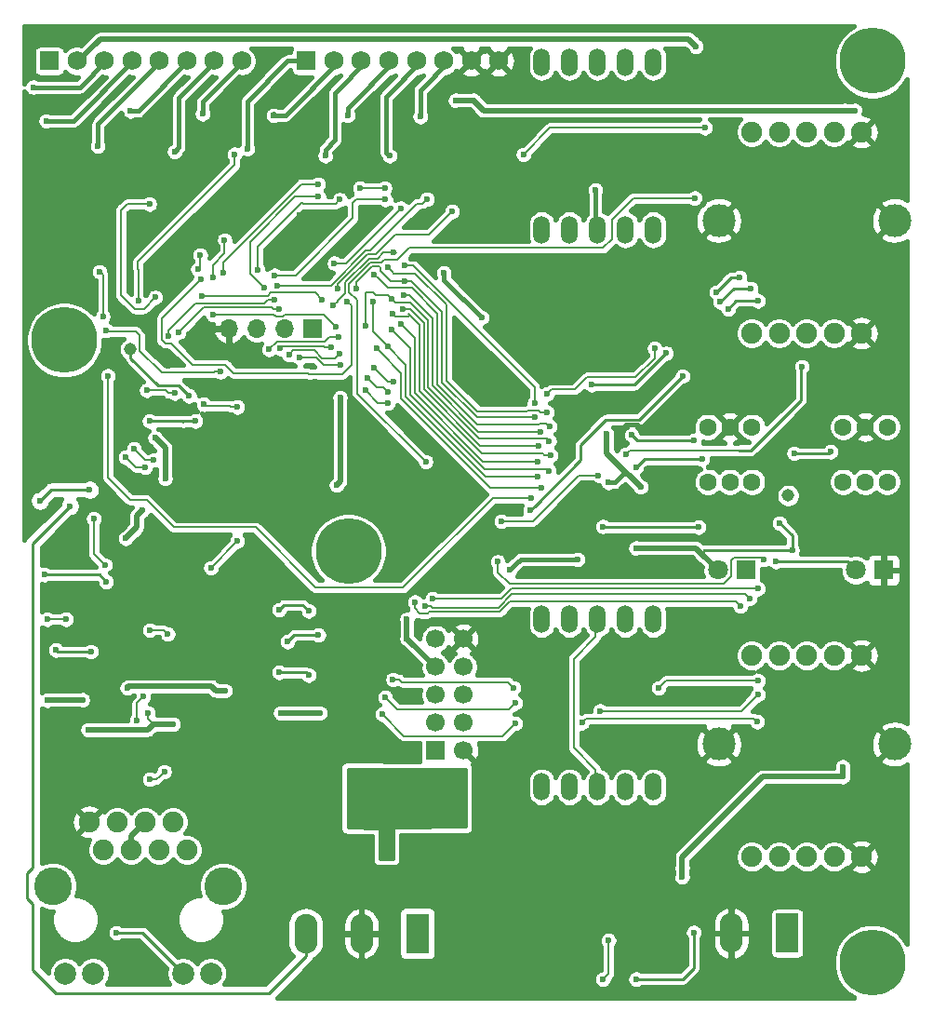
<source format=gbl>
G04 #@! TF.GenerationSoftware,KiCad,Pcbnew,(5.1.10)-1*
G04 #@! TF.CreationDate,2023-09-11T22:03:16+08:00*
G04 #@! TF.ProjectId,AntennaSwitch_6x2,416e7465-6e6e-4615-9377-697463685f36,rev?*
G04 #@! TF.SameCoordinates,Original*
G04 #@! TF.FileFunction,Copper,L2,Bot*
G04 #@! TF.FilePolarity,Positive*
%FSLAX46Y46*%
G04 Gerber Fmt 4.6, Leading zero omitted, Abs format (unit mm)*
G04 Created by KiCad (PCBNEW (5.1.10)-1) date 2023-09-11 22:03:16*
%MOMM*%
%LPD*%
G01*
G04 APERTURE LIST*
G04 #@! TA.AperFunction,ComponentPad*
%ADD10C,3.000000*%
G04 #@! TD*
G04 #@! TA.AperFunction,ComponentPad*
%ADD11C,1.900000*%
G04 #@! TD*
G04 #@! TA.AperFunction,ComponentPad*
%ADD12C,1.600000*%
G04 #@! TD*
G04 #@! TA.AperFunction,ComponentPad*
%ADD13C,1.143000*%
G04 #@! TD*
G04 #@! TA.AperFunction,ComponentPad*
%ADD14O,1.524000X2.524000*%
G04 #@! TD*
G04 #@! TA.AperFunction,ComponentPad*
%ADD15C,0.800000*%
G04 #@! TD*
G04 #@! TA.AperFunction,ComponentPad*
%ADD16C,6.000000*%
G04 #@! TD*
G04 #@! TA.AperFunction,ComponentPad*
%ADD17R,1.700000X1.700000*%
G04 #@! TD*
G04 #@! TA.AperFunction,ComponentPad*
%ADD18C,1.700000*%
G04 #@! TD*
G04 #@! TA.AperFunction,ComponentPad*
%ADD19R,2.080000X3.600000*%
G04 #@! TD*
G04 #@! TA.AperFunction,ComponentPad*
%ADD20O,2.080000X3.600000*%
G04 #@! TD*
G04 #@! TA.AperFunction,ComponentPad*
%ADD21O,1.700000X1.700000*%
G04 #@! TD*
G04 #@! TA.AperFunction,ComponentPad*
%ADD22C,2.000000*%
G04 #@! TD*
G04 #@! TA.AperFunction,ComponentPad*
%ADD23C,3.450000*%
G04 #@! TD*
G04 #@! TA.AperFunction,ComponentPad*
%ADD24R,1.750000X1.750000*%
G04 #@! TD*
G04 #@! TA.AperFunction,ComponentPad*
%ADD25C,1.750000*%
G04 #@! TD*
G04 #@! TA.AperFunction,ComponentPad*
%ADD26R,1.800000X1.800000*%
G04 #@! TD*
G04 #@! TA.AperFunction,ComponentPad*
%ADD27C,1.800000*%
G04 #@! TD*
G04 #@! TA.AperFunction,ViaPad*
%ADD28C,0.600000*%
G04 #@! TD*
G04 #@! TA.AperFunction,Conductor*
%ADD29C,0.508000*%
G04 #@! TD*
G04 #@! TA.AperFunction,Conductor*
%ADD30C,0.254000*%
G04 #@! TD*
G04 #@! TA.AperFunction,Conductor*
%ADD31C,0.250000*%
G04 #@! TD*
G04 #@! TA.AperFunction,Conductor*
%ADD32C,0.381000*%
G04 #@! TD*
G04 #@! TA.AperFunction,Conductor*
%ADD33C,0.203200*%
G04 #@! TD*
G04 #@! TA.AperFunction,Conductor*
%ADD34C,0.228600*%
G04 #@! TD*
G04 #@! TA.AperFunction,Conductor*
%ADD35C,0.152400*%
G04 #@! TD*
G04 #@! TA.AperFunction,Conductor*
%ADD36C,0.100000*%
G04 #@! TD*
G04 APERTURE END LIST*
D10*
X110024000Y-121129000D03*
X126024000Y-121129000D03*
D11*
X123024000Y-113079000D03*
X120524000Y-113079000D03*
X118024000Y-113079000D03*
X115524000Y-113079000D03*
X113024000Y-113079000D03*
X113024000Y-131379000D03*
X115524000Y-131379000D03*
X118024000Y-131379000D03*
X120524000Y-131379000D03*
X123024000Y-131379000D03*
D10*
X110024001Y-73504000D03*
X126024001Y-73504000D03*
D11*
X123024001Y-65454000D03*
X120524001Y-65454000D03*
X118024001Y-65454000D03*
X115524001Y-65454000D03*
X113024001Y-65454000D03*
X113024001Y-83754000D03*
X115524001Y-83754000D03*
X118024001Y-83754000D03*
X120524001Y-83754000D03*
X123024001Y-83754000D03*
D12*
X113039000Y-97297000D03*
X111039000Y-97297000D03*
X109039000Y-97297000D03*
X113039000Y-92297000D03*
X111039000Y-92297000D03*
X109039000Y-92297000D03*
X125358000Y-97297000D03*
X123358000Y-97297000D03*
X121358000Y-97297000D03*
X125358000Y-92297000D03*
X123358000Y-92297000D03*
X121358000Y-92297000D03*
D13*
X116347600Y-98530800D03*
X56492000Y-85208000D03*
D14*
X104080000Y-109783001D03*
X101540000Y-109783001D03*
X99000000Y-109783001D03*
X96460000Y-109783001D03*
X93920000Y-109783001D03*
X93920000Y-125023001D03*
X96460000Y-125023001D03*
X99000000Y-125023001D03*
X101540000Y-125023001D03*
X104080000Y-125023001D03*
D15*
X74260190Y-104772900D03*
X74260190Y-102397900D03*
X76317000Y-101210400D03*
X78373810Y-102397900D03*
X78373810Y-104772900D03*
X76317000Y-105960400D03*
D16*
X76317000Y-103585400D03*
D15*
X48403190Y-85570500D03*
X48403190Y-83195500D03*
X50460000Y-82008000D03*
X52516810Y-83195500D03*
X52516810Y-85570500D03*
X50460000Y-86758000D03*
D16*
X50460000Y-84383000D03*
D15*
X121943190Y-60187500D03*
X121943190Y-57812500D03*
X124000000Y-56625000D03*
X126056810Y-57812500D03*
X126056810Y-60187500D03*
X124000000Y-61375000D03*
D16*
X124000000Y-59000000D03*
D15*
X121943190Y-142187500D03*
X121943190Y-139812500D03*
X124000000Y-138625000D03*
X126056810Y-139812500D03*
X126056810Y-142187500D03*
X124000000Y-143375000D03*
D16*
X124000000Y-141000000D03*
D17*
X84242000Y-121721000D03*
D18*
X86782000Y-121721000D03*
X84242000Y-119181000D03*
X86782000Y-119181000D03*
X84242000Y-116641000D03*
X86782000Y-116641000D03*
X84242000Y-114101000D03*
X86782000Y-114101000D03*
X84242000Y-111561000D03*
X86782000Y-111561000D03*
D14*
X104080000Y-59110000D03*
X101540000Y-59110000D03*
X99000000Y-59110000D03*
X96460000Y-59110000D03*
X93920000Y-59110000D03*
X93920000Y-74350000D03*
X96460000Y-74350000D03*
X99000000Y-74350000D03*
X101540000Y-74350000D03*
X104080000Y-74350000D03*
D19*
X116246000Y-138331000D03*
D20*
X111166000Y-138331000D03*
D19*
X82591000Y-138358000D03*
D20*
X77511000Y-138358000D03*
X72431000Y-138358000D03*
D17*
X73066000Y-83342000D03*
D21*
X70526000Y-83342000D03*
X67986000Y-83342000D03*
X65446000Y-83342000D03*
D22*
X50548999Y-141988000D03*
X53088999Y-141988000D03*
X61258999Y-141988000D03*
X63798999Y-141988000D03*
D23*
X49428999Y-134038000D03*
X64918999Y-134038000D03*
D11*
X54003999Y-130738000D03*
X56543999Y-130738000D03*
X59083999Y-130738000D03*
X61623999Y-130738000D03*
X52733999Y-128198000D03*
X55273999Y-128198000D03*
X60353999Y-128198000D03*
X57813999Y-128198000D03*
D24*
X49100000Y-59000000D03*
D25*
X51600000Y-59000000D03*
X54100000Y-59000000D03*
X56600000Y-59000000D03*
X59100000Y-59000000D03*
X61600000Y-59000000D03*
X64100000Y-59000000D03*
X66600000Y-59000000D03*
D24*
X72500000Y-59000000D03*
D25*
X75000000Y-59000000D03*
X77500000Y-59000000D03*
X80000000Y-59000000D03*
X82500000Y-59000000D03*
X85000000Y-59000000D03*
X87500000Y-59000000D03*
X90000000Y-59000000D03*
D26*
X125034400Y-105312600D03*
D27*
X122494400Y-105312600D03*
D26*
X112486800Y-105312600D03*
D27*
X109946800Y-105312600D03*
D28*
X86274000Y-127944000D03*
X84674000Y-127944000D03*
X83074000Y-127944000D03*
X81474000Y-127944000D03*
X79874000Y-127944000D03*
X78274000Y-127944000D03*
X85512000Y-126039000D03*
X83912000Y-126039000D03*
X82312000Y-126039000D03*
X80712000Y-126039000D03*
X79112000Y-126039000D03*
X77512000Y-126039000D03*
X84674000Y-124261000D03*
X83074000Y-124260999D03*
X91006148Y-105304852D03*
X85004000Y-78287000D03*
X62398000Y-91749000D03*
X52106000Y-117094200D03*
X88433000Y-82351000D03*
X75229000Y-97575000D03*
X58714999Y-93273000D03*
X97170600Y-104322000D03*
X81641600Y-109793000D03*
X58207000Y-91749000D03*
X75555000Y-89641000D03*
X73701000Y-118292000D03*
X116704400Y-103485801D03*
X81641600Y-111494400D03*
X102480300Y-103293100D03*
X102911000Y-97732900D03*
X70144999Y-118292000D03*
X65065000Y-116260000D03*
X115547500Y-101020000D03*
X56183000Y-115998001D03*
X99825800Y-92929000D03*
X73593001Y-111207900D03*
X70780000Y-111815000D03*
X59639001Y-96978400D03*
X86274000Y-124261000D03*
X99990000Y-97337000D03*
X107939600Y-57662010D03*
X48892221Y-117149000D03*
X48892221Y-109783000D03*
X50606633Y-109782999D03*
X61826000Y-89463000D03*
X70017999Y-108894000D03*
X72685000Y-109021000D03*
X70018000Y-114609000D03*
X72685000Y-114863000D03*
X57562000Y-99821900D03*
X56048000Y-102417000D03*
X60366000Y-119308000D03*
X52619000Y-119816000D03*
X52873000Y-112703999D03*
X49717000Y-112577000D03*
X58080000Y-118292000D03*
X87676000Y-62574000D03*
X86074000Y-62574000D03*
X121500000Y-63500000D03*
X122400000Y-63500000D03*
X106700000Y-132400000D03*
X121300000Y-124100000D03*
X121300000Y-123200000D03*
X106700000Y-133200000D03*
X107750000Y-138250000D03*
X102500000Y-142499994D03*
X77892000Y-88955000D03*
X79924001Y-90085000D03*
X75606000Y-86669000D03*
X71890482Y-86002634D03*
X79924001Y-89082000D03*
X78019000Y-87812000D03*
X70904688Y-85730239D03*
X75481558Y-85661974D03*
X80432000Y-88193000D03*
X78654000Y-86922999D03*
X70118757Y-85150811D03*
X74758416Y-85033032D03*
X74209000Y-67619001D03*
X76241000Y-63935999D03*
X80051000Y-67619000D03*
X82849700Y-64062999D03*
X108753000Y-65079000D03*
X92243001Y-67492000D03*
X53127000Y-100639000D03*
X54143000Y-104830000D03*
X100000000Y-139000000D03*
X99500002Y-142500000D03*
X58248000Y-110757900D03*
X59873106Y-111124461D03*
X66208000Y-90479000D03*
X57953000Y-88955000D03*
X60493000Y-89209000D03*
X63141000Y-90222000D03*
X57826000Y-95940000D03*
X56042745Y-95045745D03*
X56804745Y-94283745D03*
X58619153Y-95285990D03*
X52750000Y-98000000D03*
X48250000Y-99000000D03*
X50968000Y-99496000D03*
X57074000Y-118977400D03*
X57651000Y-116823800D03*
X58243000Y-124332500D03*
X59552999Y-123632800D03*
X66208000Y-102671000D03*
X63795000Y-105084000D03*
X73345400Y-88154600D03*
X48784000Y-72928001D03*
X52594000Y-72928000D03*
X56353000Y-72928000D03*
X60214000Y-72928000D03*
X67834000Y-72877000D03*
X75606000Y-72826001D03*
X83175200Y-72674000D03*
X86985200Y-72775000D03*
X90795199Y-72623000D03*
X69866001Y-90149000D03*
X86070800Y-98327600D03*
X111369200Y-101731200D03*
X101260000Y-102391599D03*
X96992799Y-86390000D03*
X101209199Y-86745000D03*
X102580800Y-83189000D03*
X96738800Y-67543000D03*
X102987200Y-68203000D03*
X116652400Y-125810400D03*
X119000000Y-126877200D03*
X102631600Y-121289200D03*
X100904400Y-113618400D03*
X93741600Y-114126400D03*
X59401000Y-137037200D03*
X108168800Y-99953200D03*
X51857001Y-89971000D03*
X49952000Y-88701000D03*
X50577000Y-95178000D03*
X50490001Y-114863000D03*
X50485400Y-111154600D03*
X51349000Y-108513000D03*
X56556000Y-97972000D03*
X58588000Y-97845000D03*
X89576000Y-82859000D03*
X90211000Y-106865300D03*
X98466000Y-90606000D03*
X83353000Y-93019000D03*
X79670000Y-96702000D03*
X90592000Y-89590000D03*
X100752000Y-90479000D03*
X101006000Y-100004000D03*
X77765000Y-97210000D03*
X59858000Y-92638000D03*
X72939000Y-99115000D03*
X65192000Y-121848000D03*
X62050000Y-116903200D03*
X54651000Y-118927000D03*
X54397000Y-109402000D03*
X62779000Y-98099000D03*
X64684000Y-98099000D03*
X49063000Y-124515000D03*
X53000000Y-121848000D03*
X67986000Y-117530000D03*
X71542000Y-117276000D03*
X50479000Y-113720000D03*
X75733001Y-130865000D03*
X65573000Y-110926000D03*
X63795000Y-112577000D03*
X59096000Y-112450000D03*
X56937000Y-103432999D03*
X59858000Y-104957000D03*
X61382000Y-104830000D03*
X62779000Y-104703000D03*
X65319000Y-111942000D03*
X72431000Y-107497000D03*
X71542000Y-109655999D03*
X71669000Y-112450000D03*
X70653000Y-97337000D03*
X59731000Y-85399000D03*
X59115000Y-90968000D03*
X66208000Y-92384001D03*
X76698000Y-91216000D03*
X71542000Y-103102800D03*
X88229800Y-104499800D03*
X87426100Y-104399400D03*
X98237400Y-97921200D03*
X92208300Y-82570000D03*
X88117700Y-89294000D03*
X59807200Y-77499599D03*
X69205200Y-71606800D03*
X71516600Y-74223000D03*
X71875894Y-73007894D03*
X77587200Y-72597400D03*
X75606001Y-70540000D03*
X79458430Y-72652761D03*
X61077201Y-71581400D03*
X93055800Y-70717800D03*
X93055800Y-68253999D03*
X63816268Y-73003551D03*
X100828200Y-92841200D03*
X75291960Y-68113037D03*
X60493000Y-97876904D03*
X85427270Y-107064483D03*
X61402730Y-84489368D03*
X65305209Y-85668166D03*
X59921000Y-86700790D03*
X73015200Y-86770600D03*
X71186400Y-77373622D03*
X69641497Y-77533737D03*
X73828000Y-77373622D03*
X101500000Y-141000000D03*
X103750000Y-141350000D03*
X106250000Y-141350000D03*
X97750000Y-139100000D03*
X97750000Y-137100000D03*
X103400000Y-128400000D03*
X93500000Y-128850000D03*
X47750000Y-91250026D03*
X58000000Y-83500000D03*
X112000000Y-89750000D03*
X111800000Y-86950000D03*
X115000000Y-108999996D03*
X117500000Y-109000000D03*
X120000000Y-109000000D03*
X123100000Y-89500000D03*
X103002890Y-92460314D03*
X91900000Y-112500000D03*
X112900000Y-86800000D03*
X113000000Y-59900000D03*
X116100000Y-59900000D03*
X119100000Y-59900000D03*
X121790140Y-86690140D03*
X98800000Y-141100000D03*
X76100000Y-109100000D03*
X76100000Y-115600000D03*
X66335000Y-120415000D03*
X75250000Y-133500000D03*
X70750000Y-121250000D03*
X71250000Y-127500000D03*
X115230000Y-104530000D03*
X47621999Y-61378001D03*
X48806000Y-64444000D03*
X53508000Y-66730000D03*
X56500000Y-63555000D03*
X54270000Y-106354000D03*
X55210000Y-138281800D03*
X48635010Y-105719000D03*
X98806643Y-70737910D03*
X69103600Y-85246600D03*
X75453600Y-84078201D03*
X78899000Y-85131000D03*
X93894000Y-97845000D03*
X64684000Y-87278600D03*
X54298900Y-83525624D03*
X93565800Y-96843200D03*
X79888000Y-84961000D03*
X78522403Y-80848012D03*
X94537200Y-96280700D03*
X80286600Y-83432000D03*
X60874000Y-83697200D03*
X53965200Y-82224000D03*
X53660400Y-78160000D03*
X70027905Y-81555979D03*
X93513300Y-95433600D03*
X76222198Y-80848488D03*
X62877195Y-78869054D03*
X81096000Y-82909448D03*
X73937000Y-80676000D03*
X63023000Y-80344000D03*
X80302100Y-82008000D03*
X94720600Y-94872858D03*
X93670200Y-94024000D03*
X75183043Y-83165026D03*
X63965664Y-82042964D03*
X81270101Y-81601436D03*
X77868400Y-83079400D03*
X94601999Y-93564847D03*
X80245501Y-80642597D03*
X54422800Y-87640000D03*
X92967800Y-98758400D03*
X93789732Y-92715809D03*
X59962039Y-84045192D03*
X69564380Y-80723972D03*
X81337100Y-80293424D03*
X75549400Y-71613700D03*
X68059599Y-77980700D03*
X94624256Y-92256835D03*
X78678412Y-78411443D03*
X93280700Y-91425033D03*
X77043637Y-79687002D03*
X81436227Y-78985413D03*
X79680500Y-71605300D03*
X94384604Y-90948823D03*
X69625615Y-78486016D03*
X79900963Y-77774285D03*
X93259000Y-90117021D03*
X74909210Y-81245858D03*
X81397200Y-77626600D03*
X80388516Y-76421303D03*
X108524399Y-95228800D03*
X116881000Y-94670000D03*
X102530000Y-95940000D03*
X120208010Y-94545971D03*
X102126398Y-93035285D03*
X107750000Y-93500007D03*
X83968990Y-107916583D03*
X113578996Y-107000000D03*
X112817000Y-107878000D03*
X83265979Y-108559128D03*
X82380351Y-108208770D03*
X111992300Y-108576200D03*
X97577001Y-119181000D03*
X79416000Y-118419000D03*
X91500000Y-119249994D03*
X113500000Y-119100000D03*
X113579000Y-116641000D03*
X91481000Y-117403000D03*
X79670000Y-116894999D03*
X99221000Y-118119400D03*
X113579000Y-115371001D03*
X104562000Y-116005999D03*
X91354000Y-116006000D03*
X80374800Y-115244000D03*
X92878000Y-99877000D03*
X106721000Y-87685000D03*
X113579000Y-80827000D03*
X110870590Y-81537386D03*
X98466000Y-88447000D03*
X112944000Y-79684000D03*
X105225511Y-85580655D03*
X110148528Y-80916327D03*
X104181000Y-85145000D03*
X111928000Y-78668000D03*
X94402001Y-89285200D03*
X109815281Y-80024120D03*
X83346800Y-95438200D03*
X107827412Y-71465353D03*
X114088800Y-104310399D03*
X89915800Y-104548300D03*
X90231200Y-100855500D03*
X99082800Y-96677600D03*
X101585700Y-94763000D03*
X117600000Y-86800000D03*
X99482000Y-101337500D03*
X108181500Y-101401000D03*
X83466700Y-71568900D03*
X69831262Y-79415961D03*
X85751601Y-72699000D03*
X75380015Y-79715099D03*
X81064801Y-72386900D03*
X75039800Y-77373622D03*
X77361200Y-70587600D03*
X79622400Y-70587600D03*
X62839059Y-76645383D03*
X62615168Y-77953395D03*
X68638200Y-79617100D03*
X73600600Y-71359689D03*
X73564400Y-70208300D03*
X64933172Y-78303967D03*
X57183900Y-80823300D03*
X65970300Y-67484700D03*
X63961200Y-78692600D03*
X65051475Y-75283972D03*
X58730100Y-80503400D03*
X58199100Y-72018999D03*
X67097000Y-66984000D03*
X69510000Y-63935999D03*
X60493000Y-67238000D03*
X63033000Y-63809000D03*
D29*
X56544000Y-130738000D02*
X56544001Y-129468000D01*
X56544001Y-129468000D02*
X57814000Y-128198000D01*
X108423500Y-103789300D02*
X107927300Y-103293100D01*
D30*
X62398000Y-91749000D02*
X61451000Y-91749000D01*
X61451000Y-91749000D02*
X58207000Y-91749000D01*
D29*
X107927300Y-103293100D02*
X102480300Y-103293100D01*
X109946800Y-105312600D02*
X108423500Y-103789300D01*
D31*
X108727000Y-103485800D02*
X116704400Y-103485801D01*
X108423500Y-103789300D02*
X108727000Y-103485800D01*
D32*
X85004000Y-78922000D02*
X85004000Y-78287000D01*
D29*
X75555000Y-97248400D02*
X75229000Y-97575000D01*
X75555000Y-89641000D02*
X75555000Y-97248400D01*
D32*
X88433000Y-82351000D02*
X85004000Y-78922000D01*
D29*
X84242000Y-114101000D02*
X81641600Y-111500600D01*
X81641600Y-111500600D02*
X81641600Y-111494400D01*
X70144999Y-118292000D02*
X73701000Y-118292000D01*
X56302000Y-115879000D02*
X56183000Y-115998001D01*
X65065000Y-116260000D02*
X64216000Y-116260000D01*
D30*
X70780000Y-111815000D02*
X71387000Y-111207900D01*
D29*
X64216000Y-116260000D02*
X63835000Y-115879000D01*
X63835000Y-115879000D02*
X56302000Y-115879000D01*
D30*
X71387000Y-111207900D02*
X73593001Y-111207900D01*
D29*
X58714999Y-93273000D02*
X59639000Y-94197000D01*
D32*
X101602900Y-96424800D02*
X101602900Y-96359100D01*
X100555700Y-97337000D02*
X101533600Y-96359100D01*
D29*
X59639000Y-94197000D02*
X59639001Y-96978400D01*
X81641600Y-111494400D02*
X81641600Y-109793000D01*
D32*
X101602900Y-96359100D02*
X101537100Y-96359100D01*
X101824100Y-96645900D02*
X101602900Y-96424800D01*
X101533600Y-96359100D02*
X101537100Y-96359100D01*
X99990000Y-97337000D02*
X100555700Y-97337000D01*
D33*
X102237900Y-97059700D02*
X102237900Y-97059800D01*
X102403000Y-97336999D02*
X102515100Y-97337000D01*
D29*
X99825800Y-94648000D02*
X99825800Y-92929000D01*
X102515100Y-97337000D02*
X102911000Y-97732900D01*
X101537100Y-96359100D02*
X99825800Y-94648000D01*
X102515100Y-97337000D02*
X101537100Y-96359100D01*
X102237900Y-97059700D02*
X102515100Y-97337000D01*
D33*
X102515100Y-97337000D02*
X102911000Y-97732900D01*
X102237900Y-97059800D02*
X102515100Y-97337000D01*
X102237900Y-96994100D02*
X102237900Y-97059700D01*
D29*
X101824100Y-96645900D02*
X102237900Y-97059700D01*
D33*
X102515100Y-97337000D02*
X102580800Y-97337000D01*
D30*
X116704399Y-102176900D02*
X116704400Y-103485801D01*
D29*
X102911000Y-97732900D02*
X102515100Y-97337000D01*
D30*
X115547500Y-101020000D02*
X116704399Y-102176900D01*
D33*
X62398000Y-91749000D02*
X61451000Y-91749000D01*
X61451000Y-91749000D02*
X61324000Y-91876000D01*
D32*
X97170600Y-104322000D02*
X91989000Y-104322000D01*
X91989000Y-104322000D02*
X91606147Y-104704853D01*
X91606147Y-104704853D02*
X91006148Y-105304852D01*
D29*
X107939600Y-57662010D02*
X107277590Y-57000000D01*
X53750000Y-57000000D02*
X51750000Y-59000000D01*
X107277590Y-57000000D02*
X53750000Y-57000000D01*
X48947021Y-117094200D02*
X48892221Y-117149000D01*
D33*
X50040948Y-109782999D02*
X50606633Y-109782999D01*
D29*
X52106000Y-117094200D02*
X48947021Y-117094200D01*
D33*
X48892221Y-109783000D02*
X50040948Y-109782999D01*
D34*
X56492000Y-85208000D02*
X56492000Y-86017000D01*
X56492000Y-86017000D02*
X58986000Y-88510000D01*
X58986000Y-88510000D02*
X60874000Y-88509999D01*
X60874000Y-88509999D02*
X61826000Y-89463000D01*
D30*
X70018000Y-114609000D02*
X72431000Y-114609000D01*
X72431000Y-114609000D02*
X72685000Y-114863000D01*
D29*
X57562000Y-99821900D02*
X57062000Y-100321900D01*
X57062000Y-100321900D02*
X57062000Y-101402800D01*
X57062000Y-101402800D02*
X56048000Y-102417000D01*
D30*
X52873000Y-112703999D02*
X49844000Y-112704000D01*
X49844000Y-112704000D02*
X49717000Y-112577000D01*
D33*
X58080000Y-118292000D02*
X58080000Y-118857699D01*
X58080000Y-118857699D02*
X58461000Y-119238700D01*
X58461000Y-119238700D02*
X58461000Y-119435000D01*
D30*
X70017999Y-108894000D02*
X70418000Y-108494000D01*
X70418000Y-108494000D02*
X72158000Y-108494000D01*
X72158000Y-108494000D02*
X72685000Y-109021000D01*
D29*
X60366000Y-119308000D02*
X58588000Y-119308000D01*
X58588000Y-119308000D02*
X58461000Y-119435000D01*
X54196000Y-119816000D02*
X52619000Y-119816000D01*
X58080000Y-119816000D02*
X54196000Y-119816000D01*
X58461000Y-119435000D02*
X58080000Y-119816000D01*
X88602000Y-63500000D02*
X121500000Y-63500000D01*
X87676000Y-62574000D02*
X88602000Y-63500000D01*
X86074000Y-62574000D02*
X87676000Y-62574000D01*
X121500000Y-63500000D02*
X122400000Y-63500000D01*
X121300000Y-124100000D02*
X121300000Y-123200000D01*
X114000000Y-124100000D02*
X121300000Y-124100000D01*
X106700000Y-131400000D02*
X114000000Y-124100000D01*
X106700000Y-132400000D02*
X106700000Y-131400000D01*
X106700000Y-132400000D02*
X106700000Y-133200000D01*
D31*
X107750000Y-138250000D02*
X107750000Y-141500000D01*
X107750000Y-141500000D02*
X106750006Y-142499994D01*
X106750006Y-142499994D02*
X102500000Y-142499994D01*
D33*
X77892000Y-88955000D02*
X79022000Y-90085000D01*
X79022000Y-90085000D02*
X79924001Y-90085000D01*
X73374145Y-86002634D02*
X72456167Y-86002634D01*
X74040511Y-86669000D02*
X73374145Y-86002634D01*
X75606000Y-86669000D02*
X74040511Y-86669000D01*
X72456167Y-86002634D02*
X71890482Y-86002634D01*
X79924001Y-89082000D02*
X79524000Y-88682000D01*
X79524000Y-88682000D02*
X78889000Y-88682000D01*
X78889000Y-88682000D02*
X78019000Y-87812000D01*
X75481558Y-85661974D02*
X75081559Y-86061973D01*
X73936394Y-86061973D02*
X73204660Y-85330240D01*
X71304687Y-85330240D02*
X70904688Y-85730239D01*
X75081559Y-86061973D02*
X73936394Y-86061973D01*
X73204660Y-85330240D02*
X71304687Y-85330240D01*
X78654000Y-86922999D02*
X79924001Y-88193000D01*
X79924001Y-88193000D02*
X80432000Y-88193000D01*
X74758416Y-85033032D02*
X74192731Y-85033032D01*
X70302356Y-84967211D02*
X70118757Y-85150811D01*
X74126910Y-84967211D02*
X70302356Y-84967211D01*
X74192731Y-85033032D02*
X74126910Y-84967211D01*
D32*
X74209000Y-67619001D02*
X74209000Y-67053000D01*
X74209000Y-67053000D02*
X75098000Y-66164000D01*
X75098000Y-61902000D02*
X75098000Y-62652000D01*
X78000000Y-59000000D02*
X75098000Y-61902000D01*
X75098000Y-66164000D02*
X75098000Y-62652000D01*
X76241000Y-63259000D02*
X76241000Y-63935999D01*
X80500000Y-59000000D02*
X76241000Y-63259000D01*
X83000000Y-59000000D02*
X79750000Y-62250000D01*
X79750000Y-67318000D02*
X80051000Y-67619000D01*
X79750000Y-62250000D02*
X79750000Y-67318000D01*
X82849700Y-61650300D02*
X85500000Y-59000000D01*
X82849700Y-64062999D02*
X82849700Y-61650300D01*
D33*
X98831000Y-109783000D02*
X98831000Y-111350100D01*
X98831000Y-111350100D02*
X96822200Y-113358900D01*
X96822200Y-113358900D02*
X96822200Y-121447100D01*
X96822200Y-121447100D02*
X98831000Y-123455900D01*
X98831000Y-123455900D02*
X98831000Y-125023000D01*
X108753000Y-65079000D02*
X94656000Y-65079000D01*
X94656000Y-65079000D02*
X92243001Y-67492000D01*
X53127000Y-100639000D02*
X53127000Y-103814000D01*
X53127000Y-103814000D02*
X54143000Y-104830000D01*
X100000000Y-139000000D02*
X100000000Y-142000002D01*
X100000000Y-142000002D02*
X99500002Y-142500000D01*
D35*
X59506545Y-110757900D02*
X59873106Y-111124461D01*
X58248000Y-110757900D02*
X59506545Y-110757900D01*
D33*
X66208000Y-90479000D02*
X65642000Y-90479000D01*
X65642000Y-90479000D02*
X65515000Y-90352001D01*
X65515000Y-90352001D02*
X63272000Y-90352000D01*
X63272000Y-90352000D02*
X63141000Y-90222000D01*
X60493000Y-89209000D02*
X59927000Y-89209000D01*
X59927000Y-89209000D02*
X59673000Y-88955000D01*
X59673000Y-88955000D02*
X57953000Y-88955000D01*
X57826000Y-95940000D02*
X56937000Y-95940000D01*
X56937000Y-95940000D02*
X56442744Y-95445744D01*
X56442744Y-95445744D02*
X56042745Y-95045745D01*
X58053468Y-95285990D02*
X58619153Y-95285990D01*
X56804745Y-94283745D02*
X57806990Y-95285989D01*
X57806990Y-95285989D02*
X58053468Y-95285990D01*
D30*
X49250000Y-98000000D02*
X48250000Y-99000000D01*
X52750000Y-98000000D02*
X49250000Y-98000000D01*
X47068998Y-135170801D02*
X47068998Y-132905199D01*
X47068998Y-132905199D02*
X47600000Y-132374197D01*
X47600000Y-135701803D02*
X47068998Y-135170801D01*
X47600000Y-141700000D02*
X47600000Y-135701803D01*
X47600000Y-102864000D02*
X50968000Y-99496000D01*
X49700000Y-143800000D02*
X47600000Y-141700000D01*
X69043001Y-143800000D02*
X49700000Y-143800000D01*
X47600000Y-132374197D02*
X47600000Y-102864000D01*
X72431000Y-140412001D02*
X69043001Y-143800000D01*
X72431000Y-138358000D02*
X72431000Y-140412001D01*
D33*
X57074000Y-118977400D02*
X57074000Y-117400700D01*
X57074000Y-117400700D02*
X57251000Y-117223800D01*
X57251000Y-117223800D02*
X57651000Y-116823800D01*
X58243000Y-124332500D02*
X58853000Y-124332500D01*
X58853000Y-124332500D02*
X59153000Y-124032800D01*
X59153000Y-124032800D02*
X59552999Y-123632800D01*
X66208000Y-102671000D02*
X63795000Y-105084000D01*
D29*
X74227999Y-76973623D02*
X73828000Y-77373622D01*
X77587200Y-73614422D02*
X74227999Y-76973623D01*
X77587200Y-72597400D02*
X77587200Y-73614422D01*
D32*
X73345400Y-88154600D02*
X73345400Y-88404600D01*
X100828200Y-92841200D02*
X101583799Y-92085601D01*
X102628177Y-92085601D02*
X103002890Y-92460314D01*
X101583799Y-92085601D02*
X102628177Y-92085601D01*
D30*
X121711800Y-104530000D02*
X122494400Y-105312600D01*
X115230000Y-104530000D02*
X121711800Y-104530000D01*
D32*
X51871999Y-61378001D02*
X54250000Y-59000000D01*
X47621999Y-61378001D02*
X51871999Y-61378001D01*
X51306000Y-64444000D02*
X48806000Y-64444000D01*
X56750000Y-59000000D02*
X51306000Y-64444000D01*
X53532000Y-66706000D02*
X53508000Y-66730000D01*
X53532000Y-64718000D02*
X53532000Y-64782000D01*
X59250000Y-59000000D02*
X53532000Y-64718000D01*
X53532000Y-64782000D02*
X53532000Y-66706000D01*
X57195000Y-63555000D02*
X56500000Y-63555000D01*
X61750000Y-59000000D02*
X57195000Y-63555000D01*
D30*
X55210000Y-138281800D02*
X57597000Y-138281800D01*
X57597000Y-138281800D02*
X57597000Y-138326400D01*
X57597000Y-138326400D02*
X61259000Y-141988000D01*
X54270000Y-106354000D02*
X53635000Y-105719000D01*
X53635000Y-105719000D02*
X48635010Y-105719000D01*
D32*
X98831000Y-74349999D02*
X98831000Y-70762267D01*
X98831000Y-70762267D02*
X98806643Y-70737910D01*
D33*
X89269100Y-97845000D02*
X93894000Y-97845000D01*
X75453600Y-84078201D02*
X74578442Y-84078200D01*
X74578442Y-84078200D02*
X74159841Y-84496801D01*
X74159841Y-84496801D02*
X69827999Y-84496801D01*
X69827999Y-84496801D02*
X69103600Y-85221201D01*
X69103600Y-85221201D02*
X69103600Y-85246600D01*
X81136800Y-89713000D02*
X89269100Y-97845000D01*
X81136800Y-87369000D02*
X81136800Y-89713000D01*
X79299000Y-85531000D02*
X81136800Y-87369000D01*
X78899000Y-85131000D02*
X79299000Y-85531000D01*
X64118315Y-87278600D02*
X64042115Y-87354800D01*
X64684000Y-87278600D02*
X64118315Y-87278600D01*
X64042115Y-87354800D02*
X59299200Y-87354800D01*
X57317501Y-85373101D02*
X57317501Y-83976101D01*
X59299200Y-87354800D02*
X57317501Y-85373101D01*
X57317501Y-83976101D02*
X56937000Y-83595600D01*
X56937000Y-83595600D02*
X54368876Y-83595600D01*
X54368876Y-83595600D02*
X54298900Y-83525624D01*
X79888000Y-84961000D02*
X81543200Y-86616000D01*
X81543200Y-86616000D02*
X81543200Y-89544000D01*
X81543200Y-89544000D02*
X88842100Y-96843201D01*
X88842100Y-96843201D02*
X93565800Y-96843200D01*
X78522403Y-81413697D02*
X78522403Y-80848012D01*
X79888000Y-84961000D02*
X78522403Y-83595403D01*
X78522403Y-83595403D02*
X78522403Y-81413697D01*
X94537200Y-96156700D02*
X94537200Y-96280700D01*
X80286600Y-83432000D02*
X81952500Y-85098000D01*
X81952500Y-85098000D02*
X81952500Y-89379000D01*
X81952500Y-89379000D02*
X88712000Y-96138400D01*
X88712000Y-96138400D02*
X94394900Y-96138400D01*
X94394900Y-96138400D02*
X94537200Y-96280700D01*
X53965200Y-82224000D02*
X53965200Y-78464800D01*
X53965200Y-78464800D02*
X53660400Y-78160000D01*
X69462221Y-81555979D02*
X70027905Y-81555979D01*
X63182238Y-81388962D02*
X69295203Y-81388962D01*
X69295203Y-81388962D02*
X69462221Y-81555979D01*
X60874000Y-83697200D02*
X63182238Y-81388962D01*
X76622197Y-86661903D02*
X75783501Y-87500599D01*
X65850422Y-87400900D02*
X65074121Y-86624600D01*
X75783501Y-87500599D02*
X72751875Y-87500599D01*
X59308037Y-82438212D02*
X62477196Y-79269053D01*
X62477196Y-79269053D02*
X62877195Y-78869054D01*
X62145899Y-86624599D02*
X60220494Y-84699194D01*
X59308037Y-84359114D02*
X59308037Y-82438212D01*
X59648117Y-84699194D02*
X59308037Y-84359114D01*
X72751875Y-87500599D02*
X72652176Y-87400900D01*
X76622197Y-81248487D02*
X76622197Y-86661903D01*
X76222198Y-80848488D02*
X76622197Y-81248487D01*
X65074121Y-86624600D02*
X62145899Y-86624599D01*
X60220494Y-84699194D02*
X59648117Y-84699194D01*
X72652176Y-87400900D02*
X65850422Y-87400900D01*
X82360400Y-89211999D02*
X82360400Y-84173848D01*
X82360400Y-84173848D02*
X81495999Y-83309447D01*
X81495999Y-83309447D02*
X81096000Y-82909448D01*
X88582000Y-95433600D02*
X82360400Y-89211999D01*
X93513300Y-95433600D02*
X88582000Y-95433600D01*
X81803800Y-81995000D02*
X81799500Y-82000000D01*
X81799500Y-82000000D02*
X81934600Y-82135000D01*
X81934600Y-82135000D02*
X82371000Y-82571000D01*
X82371000Y-82571000D02*
X81934800Y-82135000D01*
X81934800Y-82135000D02*
X81934600Y-82135000D01*
X94154915Y-94872858D02*
X94720600Y-94872858D01*
X82767700Y-82968000D02*
X82767700Y-89045000D01*
X94011057Y-94729000D02*
X94154915Y-94872858D01*
X88451901Y-94729000D02*
X94011057Y-94729000D01*
X82767700Y-89045000D02*
X88451901Y-94729000D01*
X82371000Y-82571000D02*
X82767700Y-82968000D01*
X63588686Y-80344000D02*
X63023000Y-80344000D01*
X68953209Y-80344000D02*
X63588686Y-80344000D01*
X73937000Y-80676000D02*
X73330963Y-80069963D01*
X73330963Y-80069963D02*
X69227246Y-80069963D01*
X69227246Y-80069963D02*
X68953209Y-80344000D01*
X81814162Y-82255438D02*
X80549538Y-82255438D01*
X80549538Y-82255438D02*
X80302100Y-82008000D01*
X81934600Y-82135000D02*
X81814162Y-82255438D01*
X70518022Y-82082300D02*
X70357321Y-82243000D01*
X69529442Y-82042964D02*
X64531349Y-82042964D01*
X64531349Y-82042964D02*
X63965664Y-82042964D01*
X70357321Y-82243000D02*
X69729479Y-82243001D01*
X69729479Y-82243001D02*
X69529442Y-82042964D01*
X75183043Y-83165026D02*
X74100317Y-82082301D01*
X74100317Y-82082301D02*
X70518022Y-82082300D01*
X83174700Y-88877000D02*
X83174700Y-82834000D01*
X81835785Y-81601436D02*
X81270101Y-81601436D01*
X93670200Y-94024000D02*
X88321900Y-94024000D01*
X81942136Y-81601436D02*
X81835785Y-81601436D01*
X88321900Y-94024000D02*
X83174700Y-88877000D01*
X83174700Y-82834000D02*
X81942136Y-81601436D01*
X78573836Y-80015124D02*
X78829068Y-80270356D01*
X77868400Y-83079400D02*
X77868399Y-80015124D01*
X78829068Y-80270356D02*
X79873260Y-80270356D01*
X77868399Y-80015124D02*
X78573836Y-80015124D01*
X79873260Y-80270356D02*
X80245501Y-80642597D01*
X83581100Y-88708000D02*
X83581100Y-82574000D01*
X93424999Y-93319000D02*
X88191800Y-93318999D01*
X94406964Y-93369811D02*
X93475810Y-93369811D01*
X94601999Y-93564847D02*
X94406964Y-93369811D01*
X93475810Y-93369811D02*
X93424999Y-93319000D01*
X88191800Y-93318999D02*
X83581100Y-88708000D01*
X80550330Y-80947426D02*
X80245501Y-80642597D01*
X81954526Y-80947426D02*
X80550330Y-80947426D01*
X83581100Y-82574000D02*
X81954526Y-80947426D01*
X92967800Y-98758400D02*
X89441000Y-98758400D01*
X89441000Y-98758400D02*
X81305800Y-106893600D01*
X81305800Y-106893600D02*
X73340300Y-106893600D01*
X73340300Y-106893600D02*
X67864200Y-101417500D01*
X67864200Y-101417500D02*
X60423100Y-101417500D01*
X60423100Y-101417500D02*
X57948600Y-98943000D01*
X57948600Y-98943000D02*
X56474900Y-98943000D01*
X56474900Y-98943000D02*
X54422800Y-96890900D01*
X54422800Y-96890900D02*
X54422800Y-87640000D01*
X68998695Y-80723973D02*
X69564380Y-80723972D01*
X59962039Y-83479507D02*
X62411982Y-81029564D01*
X59962039Y-84045192D02*
X59962039Y-83479507D01*
X62411982Y-81029564D02*
X68693104Y-81029564D01*
X68693104Y-81029564D02*
X68998695Y-80723973D01*
X93789732Y-92715809D02*
X88162809Y-92715809D01*
X83992000Y-82382638D02*
X81902785Y-80293424D01*
X81902785Y-80293424D02*
X81337100Y-80293424D01*
X83992000Y-88545001D02*
X83992000Y-82382638D01*
X88162809Y-92715809D02*
X83992000Y-88545001D01*
X68059600Y-75899278D02*
X72098078Y-71860800D01*
X68059599Y-77980700D02*
X68059600Y-75899278D01*
X75149401Y-72013699D02*
X75549400Y-71613700D01*
X72098078Y-71860800D02*
X72250977Y-72013700D01*
X72250977Y-72013700D02*
X75149401Y-72013699D01*
X92966778Y-92079035D02*
X92939743Y-92052000D01*
X88074500Y-92052001D02*
X84441900Y-88420000D01*
X79078411Y-78811442D02*
X78678412Y-78411443D01*
X93715221Y-91958436D02*
X93594622Y-92079035D01*
X79906383Y-79639414D02*
X79078411Y-78811442D01*
X94624256Y-92256835D02*
X94325857Y-91958436D01*
X84441900Y-88420000D02*
X84441899Y-81983000D01*
X94325857Y-91958436D02*
X93715221Y-91958436D01*
X84441899Y-81983000D02*
X82098314Y-79639414D01*
X82098314Y-79639414D02*
X79906383Y-79639414D01*
X92939743Y-92052000D02*
X88074500Y-92052001D01*
X93594622Y-92079035D02*
X92966778Y-92079035D01*
X79246961Y-78088207D02*
X80144166Y-78985413D01*
X84848300Y-81831800D02*
X82001912Y-78985412D01*
X82001912Y-78985412D02*
X81436227Y-78985413D01*
X80870542Y-78985412D02*
X81436227Y-78985413D01*
X77043637Y-79121317D02*
X78493482Y-77671472D01*
X84848300Y-88251000D02*
X84848300Y-81831800D01*
X93280700Y-91425033D02*
X88022333Y-91425033D01*
X77043637Y-79687002D02*
X77043637Y-79121317D01*
X88022333Y-91425033D02*
X84848300Y-88251000D01*
X79118504Y-77671472D02*
X79246961Y-77799929D01*
X79246961Y-77799929D02*
X79246961Y-78088207D01*
X78493482Y-77671472D02*
X79118504Y-77671472D01*
X80144166Y-78985413D02*
X80870542Y-78985412D01*
X76723600Y-71937000D02*
X76723600Y-73257800D01*
X76723600Y-73257800D02*
X71495384Y-78486016D01*
X71495384Y-78486016D02*
X70191300Y-78486016D01*
X79680500Y-71605300D02*
X77055300Y-71605299D01*
X70191300Y-78486016D02*
X69625615Y-78486016D01*
X77055300Y-71605299D02*
X76723600Y-71937000D01*
X92699177Y-90771024D02*
X92566200Y-90904001D01*
X92566200Y-90904001D02*
X88076100Y-90904000D01*
X80300962Y-78174284D02*
X79900963Y-77774285D01*
X93641119Y-90771023D02*
X92699177Y-90771024D01*
X85254700Y-88083000D02*
X85254700Y-81177000D01*
X94384604Y-90948823D02*
X93818919Y-90948823D01*
X82409102Y-78331402D02*
X80458080Y-78331402D01*
X80458080Y-78331402D02*
X80300962Y-78174284D01*
X88076100Y-90904000D02*
X85254700Y-88083000D01*
X93818919Y-90948823D02*
X93641119Y-90771023D01*
X85254700Y-81177000D02*
X82409102Y-78331402D01*
X75309210Y-80826998D02*
X76034025Y-80102182D01*
X78196066Y-76960250D02*
X78987097Y-76960250D01*
X76034025Y-80102182D02*
X76034026Y-79122289D01*
X80095840Y-76414615D02*
X80661525Y-76414616D01*
X74909210Y-81245858D02*
X75309209Y-80845859D01*
X75309209Y-80845859D02*
X75309210Y-80826998D01*
X76034026Y-79122289D02*
X78196066Y-76960250D01*
X78987097Y-76960250D02*
X79532733Y-76414615D01*
X79532733Y-76414615D02*
X80095840Y-76414615D01*
X81962885Y-77626600D02*
X81397200Y-77626600D01*
X93259000Y-90117021D02*
X93259000Y-88668715D01*
X93259000Y-88668715D02*
X82216885Y-77626600D01*
X82216885Y-77626600D02*
X81962885Y-77626600D01*
X81339438Y-77674859D02*
X81348941Y-77674859D01*
X81348941Y-77674859D02*
X81397200Y-77626600D01*
D30*
X102530000Y-95940000D02*
X103241200Y-95228800D01*
X103241200Y-95228800D02*
X108524399Y-95228800D01*
X116881000Y-94670000D02*
X116754000Y-94797000D01*
X116881000Y-94670000D02*
X120083981Y-94670000D01*
X120083981Y-94670000D02*
X120208010Y-94545971D01*
X102591120Y-93500007D02*
X107750000Y-93500007D01*
X102126398Y-93035285D02*
X102591120Y-93500007D01*
D33*
X83968990Y-107916583D02*
X90254617Y-107916583D01*
X91171200Y-107000000D02*
X113578996Y-107000000D01*
X90254617Y-107916583D02*
X91171200Y-107000000D01*
X91196099Y-107478001D02*
X89964300Y-108709800D01*
X83831664Y-108559128D02*
X83265979Y-108559128D01*
X83982336Y-108709800D02*
X83831664Y-108559128D01*
X89964300Y-108709800D02*
X83982336Y-108709800D01*
X112417001Y-107478001D02*
X91196099Y-107478001D01*
X112817000Y-107878000D02*
X112417001Y-107478001D01*
X91000808Y-108176200D02*
X90059796Y-109117212D01*
X82380352Y-108774455D02*
X82380351Y-108208770D01*
X83579900Y-109213129D02*
X82819025Y-109213129D01*
X82819025Y-109213129D02*
X82380352Y-108774455D01*
X83675817Y-109117212D02*
X83579900Y-109213129D01*
X90059796Y-109117212D02*
X83675817Y-109117212D01*
X111592300Y-108176200D02*
X91000808Y-108176200D01*
X111992300Y-108576200D02*
X111592300Y-108176200D01*
X79416000Y-118419000D02*
X81383600Y-120386600D01*
X81383600Y-120386600D02*
X90363394Y-120386600D01*
X90363394Y-120386600D02*
X91500000Y-119249994D01*
X113181001Y-118781001D02*
X113500000Y-119100000D01*
X97977000Y-118781001D02*
X113181001Y-118781001D01*
X97577001Y-119181000D02*
X97977000Y-118781001D01*
X91481000Y-117403000D02*
X90908600Y-117975400D01*
X90908600Y-117975400D02*
X80750400Y-117975400D01*
X80750400Y-117975400D02*
X79670000Y-116894999D01*
X113579000Y-116641000D02*
X112100600Y-118119400D01*
X112100600Y-118119400D02*
X99221000Y-118119400D01*
X113579000Y-115371001D02*
X105197000Y-115371000D01*
X105197000Y-115371000D02*
X104562000Y-116005999D01*
X91354000Y-116006000D02*
X90834200Y-115486200D01*
X90834200Y-115486200D02*
X81182700Y-115486200D01*
X81182700Y-115486200D02*
X80940500Y-115244000D01*
X80940500Y-115244000D02*
X80374800Y-115244000D01*
D30*
X97450001Y-95305000D02*
X93277999Y-99477001D01*
X93277999Y-99477001D02*
X92878000Y-99877000D01*
X97450000Y-93908000D02*
X97450001Y-95305000D01*
X106721000Y-87685000D02*
X102790309Y-91615691D01*
X99742309Y-91615691D02*
X97450000Y-93908000D01*
X102790309Y-91615691D02*
X99742309Y-91615691D01*
X111607976Y-80800000D02*
X110870590Y-81537386D01*
X113552000Y-80800000D02*
X111607976Y-80800000D01*
X113579000Y-80827000D02*
X113552000Y-80800000D01*
X104825512Y-85980654D02*
X105225511Y-85580655D01*
X98466000Y-88447000D02*
X102359166Y-88447000D01*
X102359166Y-88447000D02*
X104825512Y-85980654D01*
X111380855Y-79684000D02*
X110148528Y-80916327D01*
X112944000Y-79684000D02*
X111380855Y-79684000D01*
D33*
X94802000Y-88885201D02*
X96910199Y-88885201D01*
X94402001Y-89285200D02*
X94802000Y-88885201D01*
X96910199Y-88885201D02*
X98034200Y-87761200D01*
X98034200Y-87761200D02*
X102453800Y-87761200D01*
X104181000Y-86034000D02*
X104181000Y-85145000D01*
X102453800Y-87761200D02*
X104181000Y-86034000D01*
D30*
X111171401Y-78668000D02*
X109815281Y-80024120D01*
X111928000Y-78668000D02*
X111171401Y-78668000D01*
D33*
X107261727Y-71465353D02*
X107827412Y-71465353D01*
X77143000Y-89234400D02*
X77143000Y-80754287D01*
X77143000Y-80754287D02*
X76389636Y-80000923D01*
X99484000Y-76016000D02*
X100297500Y-75202500D01*
X76389636Y-79269588D02*
X78343364Y-77315861D01*
X102229646Y-71465353D02*
X107261727Y-71465353D01*
X79542780Y-77109191D02*
X80768885Y-77109191D01*
X76389636Y-80000923D02*
X76389636Y-79269588D01*
X78343364Y-77315861D02*
X79336110Y-77315861D01*
X83346800Y-95438200D02*
X77143000Y-89234400D01*
X79336110Y-77315861D02*
X79542780Y-77109191D01*
X80768885Y-77109191D02*
X81862076Y-76016000D01*
X81862076Y-76016000D02*
X99484000Y-76016000D01*
X100297500Y-75202500D02*
X100297500Y-73397500D01*
X100297500Y-73397500D02*
X102229646Y-71465353D01*
X89915800Y-105494100D02*
X89915800Y-104548300D01*
X110472206Y-106570300D02*
X90992000Y-106570300D01*
X111151601Y-104390597D02*
X111151601Y-105890905D01*
X111151601Y-105890905D02*
X110472206Y-106570300D01*
X111383599Y-104158599D02*
X111151601Y-104390597D01*
X90992000Y-106570300D02*
X89915800Y-105494100D01*
X113936999Y-104158598D02*
X111383599Y-104158599D01*
X114088800Y-104310399D02*
X113936999Y-104158598D01*
X90231200Y-100855500D02*
X93105300Y-100855500D01*
X93105300Y-100855500D02*
X97283200Y-96677600D01*
X97283200Y-96677600D02*
X99082800Y-96677600D01*
X101585700Y-94763000D02*
X101944698Y-94404002D01*
X101944698Y-94404002D02*
X111845998Y-94404002D01*
D30*
X117500000Y-89868087D02*
X117500000Y-86800000D01*
X112964085Y-94404002D02*
X117500000Y-89868087D01*
X111845998Y-94404002D02*
X112964085Y-94404002D01*
X117500000Y-86800000D02*
X117600000Y-86800000D01*
X108181500Y-101401000D02*
X99545500Y-101401000D01*
X99545500Y-101401000D02*
X99482000Y-101337500D01*
D33*
X83466700Y-71568900D02*
X83066701Y-71968899D01*
X70396947Y-79415961D02*
X69831262Y-79415961D01*
X77901468Y-76249031D02*
X74734538Y-79415961D01*
X82576129Y-71968899D02*
X78295998Y-76249029D01*
X78295998Y-76249029D02*
X77901468Y-76249031D01*
X74734538Y-79415961D02*
X70396947Y-79415961D01*
X83066701Y-71968899D02*
X82576129Y-71968899D01*
X85751601Y-72699000D02*
X83635200Y-74815400D01*
X75380015Y-79273391D02*
X75380015Y-79715099D01*
X80607308Y-74815400D02*
X78818069Y-76604639D01*
X78048767Y-76604640D02*
X75380015Y-79273391D01*
X78818069Y-76604639D02*
X78048767Y-76604640D01*
X83635200Y-74815400D02*
X80607308Y-74815400D01*
X81064801Y-72386900D02*
X76078079Y-77373622D01*
X76078079Y-77373622D02*
X75605485Y-77373622D01*
X75605485Y-77373622D02*
X75039800Y-77373622D01*
X77361200Y-70587600D02*
X79622400Y-70587600D01*
X62839059Y-77729504D02*
X62615168Y-77953395D01*
X62839059Y-76645383D02*
X62839059Y-77729504D01*
X73034915Y-71359689D02*
X73600600Y-71359689D01*
X68638200Y-79617100D02*
X67354400Y-78333300D01*
X71438602Y-71359689D02*
X73034915Y-71359689D01*
X67354400Y-75443891D02*
X71438602Y-71359689D01*
X67354400Y-78333300D02*
X67354400Y-75443891D01*
X72015715Y-70208300D02*
X64933172Y-77290842D01*
X64933172Y-77738283D02*
X64933172Y-78303967D01*
X73564400Y-70208300D02*
X72015715Y-70208300D01*
X64933172Y-77290842D02*
X64933172Y-77738283D01*
X57146598Y-77889722D02*
X57183900Y-77927024D01*
X57183900Y-80257615D02*
X57183900Y-80823300D01*
X57183900Y-77927024D02*
X57183900Y-80257615D01*
X57146598Y-77261878D02*
X57146598Y-77889722D01*
X65970300Y-68438176D02*
X57146598Y-77261878D01*
X65970300Y-67484700D02*
X65970300Y-68438176D01*
X63961200Y-77542524D02*
X65051475Y-76452249D01*
X65051475Y-76452249D02*
X65051475Y-75849657D01*
X63961200Y-78692600D02*
X63961200Y-77542524D01*
X65051475Y-75849657D02*
X65051475Y-75283972D01*
X58199100Y-72018999D02*
X56193701Y-72019000D01*
X56193701Y-72019000D02*
X55595800Y-72616901D01*
X55595800Y-72616901D02*
X55595800Y-80273499D01*
X55595800Y-80273499D02*
X56850800Y-81528499D01*
X56850800Y-81528499D02*
X57705000Y-81528500D01*
X57705000Y-81528500D02*
X58730100Y-80503400D01*
D32*
X67097000Y-62666000D02*
X67097000Y-66984000D01*
X70763000Y-59000000D02*
X67097000Y-62666000D01*
X73000000Y-59000000D02*
X70763000Y-59000000D01*
X69510001Y-63826000D02*
X69510000Y-63935999D01*
X70564001Y-63935999D02*
X75500000Y-59000000D01*
X69510000Y-63935999D02*
X70564001Y-63935999D01*
X60493000Y-67238000D02*
X60893000Y-66838000D01*
X60893000Y-62357000D02*
X60893000Y-63143000D01*
X64250000Y-59000000D02*
X60893000Y-62357000D01*
X60893000Y-66838000D02*
X60893000Y-63143000D01*
X63033000Y-62717000D02*
X63033000Y-63809000D01*
X66750000Y-59000000D02*
X63033000Y-62717000D01*
X122308260Y-55834978D02*
X121723301Y-56225835D01*
X121225835Y-56723301D01*
X120834978Y-57308260D01*
X120565751Y-57958232D01*
X120428500Y-58648238D01*
X120428500Y-59351762D01*
X120565751Y-60041768D01*
X120834978Y-60691740D01*
X121225835Y-61276699D01*
X121723301Y-61774165D01*
X122308260Y-62165022D01*
X122958232Y-62434249D01*
X123648238Y-62571500D01*
X124351762Y-62571500D01*
X125041768Y-62434249D01*
X125691740Y-62165022D01*
X126276699Y-61774165D01*
X126774165Y-61276699D01*
X127165022Y-60691740D01*
X127178501Y-60659199D01*
X127178501Y-71629708D01*
X126890828Y-71472030D01*
X126477754Y-71341964D01*
X126047244Y-71294984D01*
X125615839Y-71332895D01*
X125200120Y-71454241D01*
X124816063Y-71654358D01*
X124777412Y-71680184D01*
X124630985Y-72021182D01*
X126024001Y-73414197D01*
X126038143Y-73400055D01*
X126127946Y-73489858D01*
X126113804Y-73504000D01*
X126127946Y-73518142D01*
X126038143Y-73607945D01*
X126024001Y-73593803D01*
X124630985Y-74986818D01*
X124777412Y-75327816D01*
X125157174Y-75535970D01*
X125570248Y-75666036D01*
X126000758Y-75713016D01*
X126432163Y-75675105D01*
X126847882Y-75553759D01*
X127178501Y-75381487D01*
X127178500Y-119254709D01*
X126890827Y-119097030D01*
X126477753Y-118966964D01*
X126047243Y-118919984D01*
X125615838Y-118957895D01*
X125200119Y-119079241D01*
X124816062Y-119279358D01*
X124777411Y-119305184D01*
X124630984Y-119646182D01*
X126024000Y-121039197D01*
X126038142Y-121025055D01*
X126127945Y-121114858D01*
X126113803Y-121129000D01*
X126127945Y-121143142D01*
X126038142Y-121232945D01*
X126024000Y-121218803D01*
X124630984Y-122611818D01*
X124777411Y-122952816D01*
X125157173Y-123160970D01*
X125570247Y-123291036D01*
X126000757Y-123338016D01*
X126432162Y-123300105D01*
X126847881Y-123178759D01*
X127178500Y-123006486D01*
X127178500Y-139340799D01*
X127165022Y-139308260D01*
X126774165Y-138723301D01*
X126276699Y-138225835D01*
X125691740Y-137834978D01*
X125041768Y-137565751D01*
X124351762Y-137428500D01*
X123648238Y-137428500D01*
X122958232Y-137565751D01*
X122308260Y-137834978D01*
X121723301Y-138225835D01*
X121225835Y-138723301D01*
X120834978Y-139308260D01*
X120565751Y-139958232D01*
X120428500Y-140648238D01*
X120428500Y-141351762D01*
X120565751Y-142041768D01*
X120834978Y-142691740D01*
X121225835Y-143276699D01*
X121723301Y-143774165D01*
X122308260Y-144165022D01*
X122340799Y-144178500D01*
X69831933Y-144178500D01*
X71596268Y-142414165D01*
X98628502Y-142414165D01*
X98628502Y-142585835D01*
X98661993Y-142754207D01*
X98727689Y-142912810D01*
X98823064Y-143055549D01*
X98944453Y-143176938D01*
X99087192Y-143272313D01*
X99245795Y-143338009D01*
X99414167Y-143371500D01*
X99585837Y-143371500D01*
X99754209Y-143338009D01*
X99912812Y-143272313D01*
X100055551Y-143176938D01*
X100176940Y-143055549D01*
X100272315Y-142912810D01*
X100338011Y-142754207D01*
X100371502Y-142585835D01*
X100371502Y-142580407D01*
X100452577Y-142499332D01*
X100478256Y-142478258D01*
X100530860Y-142414159D01*
X101628500Y-142414159D01*
X101628500Y-142585829D01*
X101661991Y-142754201D01*
X101727687Y-142912804D01*
X101823062Y-143055543D01*
X101944451Y-143176932D01*
X102087190Y-143272307D01*
X102245793Y-143338003D01*
X102414165Y-143371494D01*
X102585835Y-143371494D01*
X102754207Y-143338003D01*
X102912810Y-143272307D01*
X103026272Y-143196494D01*
X106715790Y-143196494D01*
X106750006Y-143199864D01*
X106886544Y-143186416D01*
X106919708Y-143176356D01*
X107017835Y-143146590D01*
X107138833Y-143081915D01*
X107244889Y-142994877D01*
X107266705Y-142968294D01*
X108218305Y-142016695D01*
X108244883Y-141994883D01*
X108331921Y-141888827D01*
X108396596Y-141767829D01*
X108408775Y-141727681D01*
X108436422Y-141636539D01*
X108449870Y-141500001D01*
X108446500Y-141465785D01*
X108446500Y-138776272D01*
X108522313Y-138662810D01*
X108588009Y-138504207D01*
X108609830Y-138394500D01*
X109427500Y-138394500D01*
X109427500Y-139154500D01*
X109473293Y-139492444D01*
X109584136Y-139814961D01*
X109755769Y-140109657D01*
X109981596Y-140365206D01*
X110252939Y-140571788D01*
X110559371Y-140721464D01*
X110831502Y-140797017D01*
X111102500Y-140653585D01*
X111102500Y-138394500D01*
X111229500Y-138394500D01*
X111229500Y-140653585D01*
X111500498Y-140797017D01*
X111772629Y-140721464D01*
X112079061Y-140571788D01*
X112350404Y-140365206D01*
X112576231Y-140109657D01*
X112747864Y-139814961D01*
X112858707Y-139492444D01*
X112904500Y-139154500D01*
X112904500Y-138394500D01*
X111229500Y-138394500D01*
X111102500Y-138394500D01*
X109427500Y-138394500D01*
X108609830Y-138394500D01*
X108621500Y-138335835D01*
X108621500Y-138164165D01*
X108588009Y-137995793D01*
X108522313Y-137837190D01*
X108426938Y-137694451D01*
X108305549Y-137573062D01*
X108207429Y-137507500D01*
X109427500Y-137507500D01*
X109427500Y-138267500D01*
X111102500Y-138267500D01*
X111102500Y-136008415D01*
X111229500Y-136008415D01*
X111229500Y-138267500D01*
X112904500Y-138267500D01*
X112904500Y-137507500D01*
X112858707Y-137169556D01*
X112747864Y-136847039D01*
X112576231Y-136552343D01*
X112557371Y-136531000D01*
X114631735Y-136531000D01*
X114631735Y-140131000D01*
X114642769Y-140243034D01*
X114675448Y-140350762D01*
X114728516Y-140450045D01*
X114799933Y-140537067D01*
X114886955Y-140608484D01*
X114986238Y-140661552D01*
X115093966Y-140694231D01*
X115206000Y-140705265D01*
X117286000Y-140705265D01*
X117398034Y-140694231D01*
X117505762Y-140661552D01*
X117605045Y-140608484D01*
X117692067Y-140537067D01*
X117763484Y-140450045D01*
X117816552Y-140350762D01*
X117849231Y-140243034D01*
X117860265Y-140131000D01*
X117860265Y-136531000D01*
X117849231Y-136418966D01*
X117816552Y-136311238D01*
X117763484Y-136211955D01*
X117692067Y-136124933D01*
X117605045Y-136053516D01*
X117505762Y-136000448D01*
X117398034Y-135967769D01*
X117286000Y-135956735D01*
X115206000Y-135956735D01*
X115093966Y-135967769D01*
X114986238Y-136000448D01*
X114886955Y-136053516D01*
X114799933Y-136124933D01*
X114728516Y-136211955D01*
X114675448Y-136311238D01*
X114642769Y-136418966D01*
X114631735Y-136531000D01*
X112557371Y-136531000D01*
X112350404Y-136296794D01*
X112079061Y-136090212D01*
X111772629Y-135940536D01*
X111500498Y-135864983D01*
X111229500Y-136008415D01*
X111102500Y-136008415D01*
X110831502Y-135864983D01*
X110559371Y-135940536D01*
X110252939Y-136090212D01*
X109981596Y-136296794D01*
X109755769Y-136552343D01*
X109584136Y-136847039D01*
X109473293Y-137169556D01*
X109427500Y-137507500D01*
X108207429Y-137507500D01*
X108162810Y-137477687D01*
X108004207Y-137411991D01*
X107835835Y-137378500D01*
X107664165Y-137378500D01*
X107495793Y-137411991D01*
X107337190Y-137477687D01*
X107194451Y-137573062D01*
X107073062Y-137694451D01*
X106977687Y-137837190D01*
X106911991Y-137995793D01*
X106878500Y-138164165D01*
X106878500Y-138335835D01*
X106911991Y-138504207D01*
X106977687Y-138662810D01*
X107053500Y-138776273D01*
X107053501Y-141211499D01*
X106461507Y-141803494D01*
X103026272Y-141803494D01*
X102912810Y-141727681D01*
X102754207Y-141661985D01*
X102585835Y-141628494D01*
X102414165Y-141628494D01*
X102245793Y-141661985D01*
X102087190Y-141727681D01*
X101944451Y-141823056D01*
X101823062Y-141944445D01*
X101727687Y-142087184D01*
X101661991Y-142245787D01*
X101628500Y-142414159D01*
X100530860Y-142414159D01*
X100562369Y-142375765D01*
X100568948Y-142363456D01*
X100624871Y-142258833D01*
X100642757Y-142199870D01*
X100663360Y-142131953D01*
X100673100Y-142033061D01*
X100673100Y-142033058D01*
X100676356Y-142000002D01*
X100673100Y-141966946D01*
X100673100Y-139559387D01*
X100676938Y-139555549D01*
X100772313Y-139412810D01*
X100838009Y-139254207D01*
X100871500Y-139085835D01*
X100871500Y-138914165D01*
X100838009Y-138745793D01*
X100772313Y-138587190D01*
X100676938Y-138444451D01*
X100555549Y-138323062D01*
X100412810Y-138227687D01*
X100254207Y-138161991D01*
X100085835Y-138128500D01*
X99914165Y-138128500D01*
X99745793Y-138161991D01*
X99587190Y-138227687D01*
X99444451Y-138323062D01*
X99323062Y-138444451D01*
X99227687Y-138587190D01*
X99161991Y-138745793D01*
X99128500Y-138914165D01*
X99128500Y-139085835D01*
X99161991Y-139254207D01*
X99227687Y-139412810D01*
X99323062Y-139555549D01*
X99326900Y-139559387D01*
X99326901Y-141645858D01*
X99245795Y-141661991D01*
X99087192Y-141727687D01*
X98944453Y-141823062D01*
X98823064Y-141944451D01*
X98727689Y-142087190D01*
X98661993Y-142245793D01*
X98628502Y-142414165D01*
X71596268Y-142414165D01*
X72986039Y-141024395D01*
X73017541Y-140998542D01*
X73083574Y-140918080D01*
X73120699Y-140872844D01*
X73197353Y-140729435D01*
X73215381Y-140670002D01*
X73401531Y-140570503D01*
X73666253Y-140353253D01*
X73883503Y-140088532D01*
X74044935Y-139786514D01*
X74144345Y-139458805D01*
X74169500Y-139203399D01*
X74169500Y-138421500D01*
X75772500Y-138421500D01*
X75772500Y-139181500D01*
X75818293Y-139519444D01*
X75929136Y-139841961D01*
X76100769Y-140136657D01*
X76326596Y-140392206D01*
X76597939Y-140598788D01*
X76904371Y-140748464D01*
X77176502Y-140824017D01*
X77447500Y-140680585D01*
X77447500Y-138421500D01*
X77574500Y-138421500D01*
X77574500Y-140680585D01*
X77845498Y-140824017D01*
X78117629Y-140748464D01*
X78424061Y-140598788D01*
X78695404Y-140392206D01*
X78921231Y-140136657D01*
X79092864Y-139841961D01*
X79203707Y-139519444D01*
X79249500Y-139181500D01*
X79249500Y-138421500D01*
X77574500Y-138421500D01*
X77447500Y-138421500D01*
X75772500Y-138421500D01*
X74169500Y-138421500D01*
X74169500Y-137534500D01*
X75772500Y-137534500D01*
X75772500Y-138294500D01*
X77447500Y-138294500D01*
X77447500Y-136035415D01*
X77574500Y-136035415D01*
X77574500Y-138294500D01*
X79249500Y-138294500D01*
X79249500Y-137534500D01*
X79203707Y-137196556D01*
X79092864Y-136874039D01*
X78921231Y-136579343D01*
X78902371Y-136558000D01*
X80849121Y-136558000D01*
X80849121Y-140158000D01*
X80862607Y-140294930D01*
X80902548Y-140426597D01*
X80967409Y-140547943D01*
X81054697Y-140654303D01*
X81161057Y-140741591D01*
X81282403Y-140806452D01*
X81414070Y-140846393D01*
X81551000Y-140859879D01*
X83631000Y-140859879D01*
X83767930Y-140846393D01*
X83899597Y-140806452D01*
X84020943Y-140741591D01*
X84127303Y-140654303D01*
X84214591Y-140547943D01*
X84279452Y-140426597D01*
X84319393Y-140294930D01*
X84332879Y-140158000D01*
X84332879Y-136558000D01*
X84319393Y-136421070D01*
X84279452Y-136289403D01*
X84214591Y-136168057D01*
X84127303Y-136061697D01*
X84020943Y-135974409D01*
X83899597Y-135909548D01*
X83767930Y-135869607D01*
X83631000Y-135856121D01*
X81551000Y-135856121D01*
X81414070Y-135869607D01*
X81282403Y-135909548D01*
X81161057Y-135974409D01*
X81054697Y-136061697D01*
X80967409Y-136168057D01*
X80902548Y-136289403D01*
X80862607Y-136421070D01*
X80849121Y-136558000D01*
X78902371Y-136558000D01*
X78695404Y-136323794D01*
X78424061Y-136117212D01*
X78117629Y-135967536D01*
X77845498Y-135891983D01*
X77574500Y-136035415D01*
X77447500Y-136035415D01*
X77176502Y-135891983D01*
X76904371Y-135967536D01*
X76597939Y-136117212D01*
X76326596Y-136323794D01*
X76100769Y-136579343D01*
X75929136Y-136874039D01*
X75818293Y-137196556D01*
X75772500Y-137534500D01*
X74169500Y-137534500D01*
X74169500Y-137512601D01*
X74144345Y-137257195D01*
X74044935Y-136929486D01*
X73883503Y-136627468D01*
X73666253Y-136362747D01*
X73401532Y-136145497D01*
X73099514Y-135984065D01*
X72771805Y-135884655D01*
X72431000Y-135851089D01*
X72090196Y-135884655D01*
X71762487Y-135984065D01*
X71460469Y-136145497D01*
X71195748Y-136362747D01*
X70978498Y-136627468D01*
X70817066Y-136929486D01*
X70717655Y-137257195D01*
X70692500Y-137512601D01*
X70692500Y-139203398D01*
X70717655Y-139458804D01*
X70817065Y-139786513D01*
X70978497Y-140088531D01*
X71195747Y-140353253D01*
X71265264Y-140410304D01*
X68701069Y-142974500D01*
X65029868Y-142974500D01*
X65191644Y-142732384D01*
X65310107Y-142446390D01*
X65370499Y-142142779D01*
X65370499Y-141833221D01*
X65310107Y-141529610D01*
X65191644Y-141243616D01*
X65019663Y-140986227D01*
X64800772Y-140767336D01*
X64543383Y-140595355D01*
X64257389Y-140476892D01*
X63953778Y-140416500D01*
X63644220Y-140416500D01*
X63340609Y-140476892D01*
X63054615Y-140595355D01*
X62797226Y-140767336D01*
X62578335Y-140986227D01*
X62528999Y-141060064D01*
X62479663Y-140986227D01*
X62260772Y-140767336D01*
X62003383Y-140595355D01*
X61717389Y-140476892D01*
X61413778Y-140416500D01*
X61104220Y-140416500D01*
X60800609Y-140476892D01*
X60754648Y-140495930D01*
X58215377Y-137956937D01*
X58180591Y-137891857D01*
X58093303Y-137785497D01*
X57986943Y-137698209D01*
X57865597Y-137633348D01*
X57733930Y-137593407D01*
X57631309Y-137583300D01*
X57631308Y-137583300D01*
X57597000Y-137579921D01*
X57562691Y-137583300D01*
X55733279Y-137583300D01*
X55622810Y-137509487D01*
X55464207Y-137443791D01*
X55295835Y-137410300D01*
X55124165Y-137410300D01*
X54955793Y-137443791D01*
X54797190Y-137509487D01*
X54654451Y-137604862D01*
X54533062Y-137726251D01*
X54437687Y-137868990D01*
X54371991Y-138027593D01*
X54338500Y-138195965D01*
X54338500Y-138367635D01*
X54371991Y-138536007D01*
X54437687Y-138694610D01*
X54533062Y-138837349D01*
X54654451Y-138958738D01*
X54797190Y-139054113D01*
X54955793Y-139119809D01*
X55124165Y-139153300D01*
X55295835Y-139153300D01*
X55464207Y-139119809D01*
X55622810Y-139054113D01*
X55733279Y-138980300D01*
X57263090Y-138980300D01*
X59766865Y-141483802D01*
X59747891Y-141529610D01*
X59687499Y-141833221D01*
X59687499Y-142142779D01*
X59747891Y-142446390D01*
X59866354Y-142732384D01*
X60028130Y-142974500D01*
X54319868Y-142974500D01*
X54481644Y-142732384D01*
X54600107Y-142446390D01*
X54660499Y-142142779D01*
X54660499Y-141833221D01*
X54600107Y-141529610D01*
X54481644Y-141243616D01*
X54309663Y-140986227D01*
X54090772Y-140767336D01*
X53833383Y-140595355D01*
X53547389Y-140476892D01*
X53243778Y-140416500D01*
X52934220Y-140416500D01*
X52630609Y-140476892D01*
X52344615Y-140595355D01*
X52087226Y-140767336D01*
X51868335Y-140986227D01*
X51818999Y-141060064D01*
X51769663Y-140986227D01*
X51550772Y-140767336D01*
X51293383Y-140595355D01*
X51007389Y-140476892D01*
X50703778Y-140416500D01*
X50394220Y-140416500D01*
X50090609Y-140476892D01*
X49804615Y-140595355D01*
X49547226Y-140767336D01*
X49328335Y-140986227D01*
X49156354Y-141243616D01*
X49037891Y-141529610D01*
X48977499Y-141833221D01*
X48977499Y-141910067D01*
X48425500Y-141358068D01*
X48425500Y-136108051D01*
X48759135Y-136246247D01*
X49202813Y-136334500D01*
X49393634Y-136334500D01*
X49346909Y-136447305D01*
X49262499Y-136871664D01*
X49262499Y-137304336D01*
X49346909Y-137728695D01*
X49512486Y-138128433D01*
X49752866Y-138488187D01*
X50058812Y-138794133D01*
X50418566Y-139034513D01*
X50818304Y-139200090D01*
X51242663Y-139284500D01*
X51675335Y-139284500D01*
X52099694Y-139200090D01*
X52499432Y-139034513D01*
X52859186Y-138794133D01*
X53165132Y-138488187D01*
X53405512Y-138128433D01*
X53571089Y-137728695D01*
X53655499Y-137304336D01*
X53655499Y-136871664D01*
X60692499Y-136871664D01*
X60692499Y-137304336D01*
X60776909Y-137728695D01*
X60942486Y-138128433D01*
X61182866Y-138488187D01*
X61488812Y-138794133D01*
X61848566Y-139034513D01*
X62248304Y-139200090D01*
X62672663Y-139284500D01*
X63105335Y-139284500D01*
X63529694Y-139200090D01*
X63929432Y-139034513D01*
X64289186Y-138794133D01*
X64595132Y-138488187D01*
X64835512Y-138128433D01*
X65001089Y-137728695D01*
X65085499Y-137304336D01*
X65085499Y-136871664D01*
X65001089Y-136447305D01*
X64954364Y-136334500D01*
X65145185Y-136334500D01*
X65588863Y-136246247D01*
X66006800Y-136073132D01*
X66382933Y-135821808D01*
X66702807Y-135501934D01*
X66954131Y-135125801D01*
X67127246Y-134707864D01*
X67215499Y-134264186D01*
X67215499Y-133811814D01*
X67127246Y-133368136D01*
X66954131Y-132950199D01*
X66702807Y-132574066D01*
X66442906Y-132314165D01*
X105828500Y-132314165D01*
X105828500Y-132485835D01*
X105861991Y-132654207D01*
X105874500Y-132684406D01*
X105874500Y-132915594D01*
X105861991Y-132945793D01*
X105828500Y-133114165D01*
X105828500Y-133285835D01*
X105861991Y-133454207D01*
X105927687Y-133612810D01*
X106023062Y-133755549D01*
X106144451Y-133876938D01*
X106287190Y-133972313D01*
X106445793Y-134038009D01*
X106614165Y-134071500D01*
X106785835Y-134071500D01*
X106954207Y-134038009D01*
X107112810Y-133972313D01*
X107255549Y-133876938D01*
X107376938Y-133755549D01*
X107472313Y-133612810D01*
X107538009Y-133454207D01*
X107571500Y-133285835D01*
X107571500Y-133114165D01*
X107538009Y-132945793D01*
X107525500Y-132915594D01*
X107525500Y-132684406D01*
X107538009Y-132654207D01*
X107571500Y-132485835D01*
X107571500Y-132314165D01*
X107538009Y-132145793D01*
X107525500Y-132115594D01*
X107525500Y-131741932D01*
X108038287Y-131229145D01*
X111502500Y-131229145D01*
X111502500Y-131528855D01*
X111560970Y-131822805D01*
X111675664Y-132099701D01*
X111842174Y-132348900D01*
X112054100Y-132560826D01*
X112303299Y-132727336D01*
X112580195Y-132842030D01*
X112874145Y-132900500D01*
X113173855Y-132900500D01*
X113467805Y-132842030D01*
X113744701Y-132727336D01*
X113993900Y-132560826D01*
X114205826Y-132348900D01*
X114274000Y-132246871D01*
X114342174Y-132348900D01*
X114554100Y-132560826D01*
X114803299Y-132727336D01*
X115080195Y-132842030D01*
X115374145Y-132900500D01*
X115673855Y-132900500D01*
X115967805Y-132842030D01*
X116244701Y-132727336D01*
X116493900Y-132560826D01*
X116705826Y-132348900D01*
X116774000Y-132246871D01*
X116842174Y-132348900D01*
X117054100Y-132560826D01*
X117303299Y-132727336D01*
X117580195Y-132842030D01*
X117874145Y-132900500D01*
X118173855Y-132900500D01*
X118467805Y-132842030D01*
X118744701Y-132727336D01*
X118993900Y-132560826D01*
X119205826Y-132348900D01*
X119274000Y-132246871D01*
X119342174Y-132348900D01*
X119554100Y-132560826D01*
X119803299Y-132727336D01*
X120080195Y-132842030D01*
X120374145Y-132900500D01*
X120673855Y-132900500D01*
X120967805Y-132842030D01*
X121244701Y-132727336D01*
X121493900Y-132560826D01*
X121583960Y-132470766D01*
X122022037Y-132470766D01*
X122102437Y-132755456D01*
X122388677Y-132908796D01*
X122699333Y-133003347D01*
X123022465Y-133035475D01*
X123345657Y-133003946D01*
X123656488Y-132909970D01*
X123943013Y-132757161D01*
X123945563Y-132755456D01*
X124025963Y-132470766D01*
X123024000Y-131468803D01*
X122022037Y-132470766D01*
X121583960Y-132470766D01*
X121705826Y-132348900D01*
X121723745Y-132322083D01*
X121932234Y-132380963D01*
X122934197Y-131379000D01*
X123113803Y-131379000D01*
X124115766Y-132380963D01*
X124400456Y-132300563D01*
X124553796Y-132014323D01*
X124648347Y-131703667D01*
X124680475Y-131380535D01*
X124648946Y-131057343D01*
X124554970Y-130746512D01*
X124402161Y-130459987D01*
X124400456Y-130457437D01*
X124115766Y-130377037D01*
X123113803Y-131379000D01*
X122934197Y-131379000D01*
X121932234Y-130377037D01*
X121723745Y-130435917D01*
X121705826Y-130409100D01*
X121583960Y-130287234D01*
X122022037Y-130287234D01*
X123024000Y-131289197D01*
X124025963Y-130287234D01*
X123945563Y-130002544D01*
X123659323Y-129849204D01*
X123348667Y-129754653D01*
X123025535Y-129722525D01*
X122702343Y-129754054D01*
X122391512Y-129848030D01*
X122104987Y-130000839D01*
X122102437Y-130002544D01*
X122022037Y-130287234D01*
X121583960Y-130287234D01*
X121493900Y-130197174D01*
X121244701Y-130030664D01*
X120967805Y-129915970D01*
X120673855Y-129857500D01*
X120374145Y-129857500D01*
X120080195Y-129915970D01*
X119803299Y-130030664D01*
X119554100Y-130197174D01*
X119342174Y-130409100D01*
X119274000Y-130511129D01*
X119205826Y-130409100D01*
X118993900Y-130197174D01*
X118744701Y-130030664D01*
X118467805Y-129915970D01*
X118173855Y-129857500D01*
X117874145Y-129857500D01*
X117580195Y-129915970D01*
X117303299Y-130030664D01*
X117054100Y-130197174D01*
X116842174Y-130409100D01*
X116774000Y-130511129D01*
X116705826Y-130409100D01*
X116493900Y-130197174D01*
X116244701Y-130030664D01*
X115967805Y-129915970D01*
X115673855Y-129857500D01*
X115374145Y-129857500D01*
X115080195Y-129915970D01*
X114803299Y-130030664D01*
X114554100Y-130197174D01*
X114342174Y-130409100D01*
X114274000Y-130511129D01*
X114205826Y-130409100D01*
X113993900Y-130197174D01*
X113744701Y-130030664D01*
X113467805Y-129915970D01*
X113173855Y-129857500D01*
X112874145Y-129857500D01*
X112580195Y-129915970D01*
X112303299Y-130030664D01*
X112054100Y-130197174D01*
X111842174Y-130409100D01*
X111675664Y-130658299D01*
X111560970Y-130935195D01*
X111502500Y-131229145D01*
X108038287Y-131229145D01*
X114341933Y-124925500D01*
X121015594Y-124925500D01*
X121045793Y-124938009D01*
X121214165Y-124971500D01*
X121385835Y-124971500D01*
X121554207Y-124938009D01*
X121712810Y-124872313D01*
X121855549Y-124776938D01*
X121976938Y-124655549D01*
X122072313Y-124512810D01*
X122138009Y-124354207D01*
X122171500Y-124185835D01*
X122171500Y-124014165D01*
X122138009Y-123845793D01*
X122125500Y-123815594D01*
X122125500Y-123484406D01*
X122138009Y-123454207D01*
X122171500Y-123285835D01*
X122171500Y-123114165D01*
X122138009Y-122945793D01*
X122072313Y-122787190D01*
X121976938Y-122644451D01*
X121855549Y-122523062D01*
X121712810Y-122427687D01*
X121554207Y-122361991D01*
X121385835Y-122328500D01*
X121214165Y-122328500D01*
X121045793Y-122361991D01*
X120887190Y-122427687D01*
X120744451Y-122523062D01*
X120623062Y-122644451D01*
X120527687Y-122787190D01*
X120461991Y-122945793D01*
X120428500Y-123114165D01*
X120428500Y-123274500D01*
X114040550Y-123274500D01*
X113999999Y-123270506D01*
X113959449Y-123274500D01*
X113959447Y-123274500D01*
X113838174Y-123286444D01*
X113714533Y-123323950D01*
X113682566Y-123333647D01*
X113539157Y-123410301D01*
X113485658Y-123454207D01*
X113413459Y-123513459D01*
X113387607Y-123544960D01*
X106144961Y-130787607D01*
X106113460Y-130813459D01*
X106087609Y-130844959D01*
X106010301Y-130939158D01*
X105933647Y-131082567D01*
X105886445Y-131238174D01*
X105870506Y-131400000D01*
X105874501Y-131440560D01*
X105874500Y-132115593D01*
X105861991Y-132145793D01*
X105828500Y-132314165D01*
X66442906Y-132314165D01*
X66382933Y-132254192D01*
X66006800Y-132002868D01*
X65588863Y-131829753D01*
X65145185Y-131741500D01*
X64692813Y-131741500D01*
X64249135Y-131829753D01*
X63831198Y-132002868D01*
X63455065Y-132254192D01*
X63135191Y-132574066D01*
X62883867Y-132950199D01*
X62710752Y-133368136D01*
X62622499Y-133811814D01*
X62622499Y-134264186D01*
X62710752Y-134707864D01*
X62786816Y-134891500D01*
X62672663Y-134891500D01*
X62248304Y-134975910D01*
X61848566Y-135141487D01*
X61488812Y-135381867D01*
X61182866Y-135687813D01*
X60942486Y-136047567D01*
X60776909Y-136447305D01*
X60692499Y-136871664D01*
X53655499Y-136871664D01*
X53571089Y-136447305D01*
X53405512Y-136047567D01*
X53165132Y-135687813D01*
X52859186Y-135381867D01*
X52499432Y-135141487D01*
X52099694Y-134975910D01*
X51675335Y-134891500D01*
X51561182Y-134891500D01*
X51637246Y-134707864D01*
X51725499Y-134264186D01*
X51725499Y-133811814D01*
X51637246Y-133368136D01*
X51464131Y-132950199D01*
X51212807Y-132574066D01*
X50892933Y-132254192D01*
X50516800Y-132002868D01*
X50098863Y-131829753D01*
X49655185Y-131741500D01*
X49202813Y-131741500D01*
X48759135Y-131829753D01*
X48425500Y-131967949D01*
X48425500Y-129289766D01*
X51732036Y-129289766D01*
X51812436Y-129574456D01*
X52098676Y-129727796D01*
X52409332Y-129822347D01*
X52732464Y-129854475D01*
X52766690Y-129851136D01*
X52655663Y-130017299D01*
X52540969Y-130294195D01*
X52482499Y-130588145D01*
X52482499Y-130887855D01*
X52540969Y-131181805D01*
X52655663Y-131458701D01*
X52822173Y-131707900D01*
X53034099Y-131919826D01*
X53283298Y-132086336D01*
X53560194Y-132201030D01*
X53854144Y-132259500D01*
X54153854Y-132259500D01*
X54447804Y-132201030D01*
X54724700Y-132086336D01*
X54973899Y-131919826D01*
X55185825Y-131707900D01*
X55273999Y-131575939D01*
X55362173Y-131707900D01*
X55574099Y-131919826D01*
X55823298Y-132086336D01*
X56100194Y-132201030D01*
X56394144Y-132259500D01*
X56693854Y-132259500D01*
X56987804Y-132201030D01*
X57264700Y-132086336D01*
X57513899Y-131919826D01*
X57725825Y-131707900D01*
X57813999Y-131575939D01*
X57902173Y-131707900D01*
X58114099Y-131919826D01*
X58363298Y-132086336D01*
X58640194Y-132201030D01*
X58934144Y-132259500D01*
X59233854Y-132259500D01*
X59527804Y-132201030D01*
X59804700Y-132086336D01*
X60053899Y-131919826D01*
X60265825Y-131707900D01*
X60353999Y-131575939D01*
X60442173Y-131707900D01*
X60654099Y-131919826D01*
X60903298Y-132086336D01*
X61180194Y-132201030D01*
X61474144Y-132259500D01*
X61773854Y-132259500D01*
X62067804Y-132201030D01*
X62344700Y-132086336D01*
X62593899Y-131919826D01*
X62805825Y-131707900D01*
X62972335Y-131458701D01*
X63087029Y-131181805D01*
X63145499Y-130887855D01*
X63145499Y-130588145D01*
X63087029Y-130294195D01*
X62972335Y-130017299D01*
X62805825Y-129768100D01*
X62593899Y-129556174D01*
X62344700Y-129389664D01*
X62067804Y-129274970D01*
X61773854Y-129216500D01*
X61487225Y-129216500D01*
X61535825Y-129167900D01*
X61702335Y-128918701D01*
X61817029Y-128641805D01*
X61875499Y-128347855D01*
X61875499Y-128048145D01*
X61817029Y-127754195D01*
X61702335Y-127477299D01*
X61535825Y-127228100D01*
X61323899Y-127016174D01*
X61074700Y-126849664D01*
X60797804Y-126734970D01*
X60503854Y-126676500D01*
X60204144Y-126676500D01*
X59910194Y-126734970D01*
X59633298Y-126849664D01*
X59384099Y-127016174D01*
X59172173Y-127228100D01*
X59083999Y-127360061D01*
X58995825Y-127228100D01*
X58783899Y-127016174D01*
X58534700Y-126849664D01*
X58257804Y-126734970D01*
X57963854Y-126676500D01*
X57664144Y-126676500D01*
X57370194Y-126734970D01*
X57093298Y-126849664D01*
X56844099Y-127016174D01*
X56632173Y-127228100D01*
X56543999Y-127360061D01*
X56455825Y-127228100D01*
X56243899Y-127016174D01*
X55994700Y-126849664D01*
X55717804Y-126734970D01*
X55423854Y-126676500D01*
X55124144Y-126676500D01*
X54830194Y-126734970D01*
X54553298Y-126849664D01*
X54304099Y-127016174D01*
X54092173Y-127228100D01*
X54067905Y-127264420D01*
X53825765Y-127196037D01*
X52823802Y-128198000D01*
X52837944Y-128212142D01*
X52748141Y-128301945D01*
X52733999Y-128287803D01*
X51732036Y-129289766D01*
X48425500Y-129289766D01*
X48425500Y-128196465D01*
X51077524Y-128196465D01*
X51109053Y-128519657D01*
X51203029Y-128830488D01*
X51355838Y-129117013D01*
X51357543Y-129119563D01*
X51642233Y-129199963D01*
X52644196Y-128198000D01*
X51642233Y-127196037D01*
X51357543Y-127276437D01*
X51204203Y-127562677D01*
X51109652Y-127873333D01*
X51077524Y-128196465D01*
X48425500Y-128196465D01*
X48425500Y-127106234D01*
X51732036Y-127106234D01*
X52733999Y-128108197D01*
X53735962Y-127106234D01*
X53655562Y-126821544D01*
X53369322Y-126668204D01*
X53058666Y-126573653D01*
X52735534Y-126541525D01*
X52412342Y-126573054D01*
X52101511Y-126667030D01*
X51814986Y-126819839D01*
X51812436Y-126821544D01*
X51732036Y-127106234D01*
X48425500Y-127106234D01*
X48425500Y-124246665D01*
X57371500Y-124246665D01*
X57371500Y-124418335D01*
X57404991Y-124586707D01*
X57470687Y-124745310D01*
X57566062Y-124888049D01*
X57687451Y-125009438D01*
X57830190Y-125104813D01*
X57988793Y-125170509D01*
X58157165Y-125204000D01*
X58328835Y-125204000D01*
X58497207Y-125170509D01*
X58655810Y-125104813D01*
X58798549Y-125009438D01*
X58802387Y-125005600D01*
X58819774Y-125005600D01*
X58852662Y-125008856D01*
X58885888Y-125005600D01*
X58886059Y-125005600D01*
X58919759Y-125002281D01*
X58984618Y-124995925D01*
X58984776Y-124995877D01*
X58984951Y-124995860D01*
X59049847Y-124976174D01*
X59111517Y-124957500D01*
X59111665Y-124957421D01*
X59111830Y-124957371D01*
X59170799Y-124925851D01*
X59228481Y-124895057D01*
X59228612Y-124894950D01*
X59228763Y-124894869D01*
X59280417Y-124852478D01*
X59305327Y-124832056D01*
X59305444Y-124831939D01*
X59331256Y-124810756D01*
X59352225Y-124785205D01*
X59605451Y-124532233D01*
X59605577Y-124532129D01*
X59628068Y-124509638D01*
X59633411Y-124504300D01*
X59638834Y-124504300D01*
X59807206Y-124470809D01*
X59965809Y-124405113D01*
X60108548Y-124309738D01*
X60229937Y-124188349D01*
X60325312Y-124045610D01*
X60391008Y-123887007D01*
X60424499Y-123718635D01*
X60424499Y-123546965D01*
X60391008Y-123378593D01*
X60325775Y-123221107D01*
X75542500Y-123221107D01*
X75542500Y-128874929D01*
X75551269Y-128974662D01*
X75581539Y-129082529D01*
X75632271Y-129182418D01*
X75701515Y-129270490D01*
X75786611Y-129343361D01*
X75884288Y-129398231D01*
X75990793Y-129432990D01*
X76102033Y-129446304D01*
X78463500Y-129495763D01*
X78463500Y-131730107D01*
X78474481Y-131841601D01*
X78507003Y-131948811D01*
X78559815Y-132047615D01*
X78630888Y-132134219D01*
X78717492Y-132205292D01*
X78816296Y-132258104D01*
X78923506Y-132290626D01*
X79035000Y-132301607D01*
X80559000Y-132301607D01*
X80670494Y-132290626D01*
X80777704Y-132258104D01*
X80876509Y-132205292D01*
X80963112Y-132134218D01*
X81034185Y-132047615D01*
X81086997Y-131948810D01*
X81119519Y-131841601D01*
X81130500Y-131730107D01*
X81130499Y-129379916D01*
X87163692Y-129372615D01*
X87274494Y-129361634D01*
X87381704Y-129329112D01*
X87480508Y-129276300D01*
X87567112Y-129205227D01*
X87638185Y-129118623D01*
X87690997Y-129019819D01*
X87723519Y-128912609D01*
X87734500Y-128801115D01*
X87734500Y-123258014D01*
X87723888Y-123148393D01*
X87691725Y-123041075D01*
X87655334Y-122972443D01*
X87712841Y-122741644D01*
X86782000Y-121810803D01*
X86767858Y-121824945D01*
X86678055Y-121735142D01*
X86692197Y-121721000D01*
X86678055Y-121706858D01*
X86767858Y-121617055D01*
X86782000Y-121631197D01*
X86796142Y-121617055D01*
X86885945Y-121706858D01*
X86871803Y-121721000D01*
X87802644Y-122651841D01*
X88077101Y-122583456D01*
X88220472Y-122314222D01*
X88308564Y-122022192D01*
X88337991Y-121718587D01*
X88307622Y-121415074D01*
X88218625Y-121123319D01*
X88184620Y-121059700D01*
X90330338Y-121059700D01*
X90363394Y-121062956D01*
X90396450Y-121059700D01*
X90396453Y-121059700D01*
X90495345Y-121049960D01*
X90622224Y-121011471D01*
X90739157Y-120948969D01*
X90841650Y-120864856D01*
X90862728Y-120839172D01*
X91580407Y-120121494D01*
X91585835Y-120121494D01*
X91754207Y-120088003D01*
X91912810Y-120022307D01*
X92055549Y-119926932D01*
X92176938Y-119805543D01*
X92272313Y-119662804D01*
X92338009Y-119504201D01*
X92371500Y-119335829D01*
X92371500Y-119164159D01*
X92338009Y-118995787D01*
X92272313Y-118837184D01*
X92176938Y-118694445D01*
X92055549Y-118573056D01*
X91912810Y-118477681D01*
X91754207Y-118411985D01*
X91585835Y-118378494D01*
X91457412Y-118378494D01*
X91561406Y-118274500D01*
X91566835Y-118274500D01*
X91735207Y-118241009D01*
X91893810Y-118175313D01*
X92036549Y-118079938D01*
X92157938Y-117958549D01*
X92253313Y-117815810D01*
X92319009Y-117657207D01*
X92352500Y-117488835D01*
X92352500Y-117317165D01*
X92319009Y-117148793D01*
X92253313Y-116990190D01*
X92157938Y-116847451D01*
X92036549Y-116726062D01*
X91934567Y-116657920D01*
X92030938Y-116561549D01*
X92126313Y-116418810D01*
X92192009Y-116260207D01*
X92225500Y-116091835D01*
X92225500Y-115920165D01*
X92192009Y-115751793D01*
X92126313Y-115593190D01*
X92030938Y-115450451D01*
X91909549Y-115329062D01*
X91766810Y-115233687D01*
X91608207Y-115167991D01*
X91439835Y-115134500D01*
X91434406Y-115134500D01*
X91333534Y-115033628D01*
X91312456Y-115007944D01*
X91209963Y-114923831D01*
X91093030Y-114861329D01*
X90966151Y-114822840D01*
X90867259Y-114813100D01*
X90867256Y-114813100D01*
X90834200Y-114809844D01*
X90801144Y-114813100D01*
X88015814Y-114813100D01*
X88041717Y-114774333D01*
X88148873Y-114515636D01*
X88203500Y-114241006D01*
X88203500Y-113960994D01*
X88148873Y-113686364D01*
X88041717Y-113427667D01*
X87886151Y-113194847D01*
X87688153Y-112996849D01*
X87551705Y-112905677D01*
X87644456Y-112856101D01*
X87712841Y-112581644D01*
X86782000Y-111650803D01*
X85851159Y-112581644D01*
X85919544Y-112856101D01*
X86012449Y-112905574D01*
X85875847Y-112996849D01*
X85677849Y-113194847D01*
X85522283Y-113427667D01*
X85512000Y-113452492D01*
X85501717Y-113427667D01*
X85346151Y-113194847D01*
X85148153Y-112996849D01*
X84915333Y-112841283D01*
X84890508Y-112831000D01*
X84915333Y-112820717D01*
X85148153Y-112665151D01*
X85346151Y-112467153D01*
X85437323Y-112330705D01*
X85486899Y-112423456D01*
X85761356Y-112491841D01*
X86692197Y-111561000D01*
X86871803Y-111561000D01*
X87802644Y-112491841D01*
X88077101Y-112423456D01*
X88220472Y-112154222D01*
X88308564Y-111862192D01*
X88337991Y-111558587D01*
X88307622Y-111255074D01*
X88218625Y-110963319D01*
X88077101Y-110698544D01*
X87802644Y-110630159D01*
X86871803Y-111561000D01*
X86692197Y-111561000D01*
X85761356Y-110630159D01*
X85486899Y-110698544D01*
X85437426Y-110791449D01*
X85346151Y-110654847D01*
X85231660Y-110540356D01*
X85851159Y-110540356D01*
X86782000Y-111471197D01*
X87712841Y-110540356D01*
X87644456Y-110265899D01*
X87375222Y-110122528D01*
X87083192Y-110034436D01*
X86779587Y-110005009D01*
X86476074Y-110035378D01*
X86184319Y-110124375D01*
X85919544Y-110265899D01*
X85851159Y-110540356D01*
X85231660Y-110540356D01*
X85148153Y-110456849D01*
X84915333Y-110301283D01*
X84656636Y-110194127D01*
X84382006Y-110139500D01*
X84101994Y-110139500D01*
X83827364Y-110194127D01*
X83568667Y-110301283D01*
X83335847Y-110456849D01*
X83137849Y-110654847D01*
X82982283Y-110887667D01*
X82875127Y-111146364D01*
X82820500Y-111420994D01*
X82820500Y-111512068D01*
X82467100Y-111158668D01*
X82467100Y-110077406D01*
X82479609Y-110047207D01*
X82513100Y-109878835D01*
X82513100Y-109812827D01*
X82560195Y-109838000D01*
X82687074Y-109876489D01*
X82785966Y-109886229D01*
X82785968Y-109886229D01*
X82819024Y-109889485D01*
X82852080Y-109886229D01*
X83546844Y-109886229D01*
X83579900Y-109889485D01*
X83612956Y-109886229D01*
X83612959Y-109886229D01*
X83711851Y-109876489D01*
X83838730Y-109838000D01*
X83927948Y-109790312D01*
X90026740Y-109790312D01*
X90059796Y-109793568D01*
X90092852Y-109790312D01*
X90092855Y-109790312D01*
X90191747Y-109780572D01*
X90318626Y-109742083D01*
X90435559Y-109679581D01*
X90538052Y-109595468D01*
X90559130Y-109569784D01*
X91279615Y-108849300D01*
X92658058Y-108849300D01*
X92605795Y-109021589D01*
X92586500Y-109217493D01*
X92586500Y-110348508D01*
X92605795Y-110544412D01*
X92682046Y-110795777D01*
X92805871Y-111027437D01*
X92972511Y-111230490D01*
X93175563Y-111397130D01*
X93407223Y-111520955D01*
X93658588Y-111597206D01*
X93920000Y-111622953D01*
X94181411Y-111597206D01*
X94432776Y-111520955D01*
X94664436Y-111397130D01*
X94867489Y-111230490D01*
X95034129Y-111027438D01*
X95157954Y-110795778D01*
X95190000Y-110690136D01*
X95222046Y-110795777D01*
X95345871Y-111027437D01*
X95512511Y-111230490D01*
X95715563Y-111397130D01*
X95947223Y-111520955D01*
X96198588Y-111597206D01*
X96460000Y-111622953D01*
X96721411Y-111597206D01*
X96972776Y-111520955D01*
X97204436Y-111397130D01*
X97407489Y-111230490D01*
X97574129Y-111027438D01*
X97697954Y-110795778D01*
X97730000Y-110690136D01*
X97762046Y-110795777D01*
X97885871Y-111027437D01*
X98028257Y-111200936D01*
X96369624Y-112859570D01*
X96343944Y-112880645D01*
X96259831Y-112983138D01*
X96197329Y-113100071D01*
X96158840Y-113226950D01*
X96149100Y-113325841D01*
X96145844Y-113358900D01*
X96149100Y-113391956D01*
X96149101Y-121414034D01*
X96145844Y-121447100D01*
X96158841Y-121579050D01*
X96197330Y-121705930D01*
X96253386Y-121810803D01*
X96259832Y-121822863D01*
X96343945Y-121925356D01*
X96369624Y-121946430D01*
X98028258Y-123605065D01*
X97885871Y-123778564D01*
X97762046Y-124010224D01*
X97730000Y-124115865D01*
X97697954Y-124010224D01*
X97574129Y-123778564D01*
X97407489Y-123575512D01*
X97204437Y-123408872D01*
X96972777Y-123285047D01*
X96721412Y-123208796D01*
X96460000Y-123183049D01*
X96198589Y-123208796D01*
X95947224Y-123285047D01*
X95715564Y-123408872D01*
X95512512Y-123575512D01*
X95345871Y-123778564D01*
X95222046Y-124010224D01*
X95190000Y-124115865D01*
X95157954Y-124010224D01*
X95034129Y-123778564D01*
X94867489Y-123575512D01*
X94664437Y-123408872D01*
X94432777Y-123285047D01*
X94181412Y-123208796D01*
X93920000Y-123183049D01*
X93658589Y-123208796D01*
X93407224Y-123285047D01*
X93175564Y-123408872D01*
X92972512Y-123575512D01*
X92805871Y-123778564D01*
X92682046Y-124010224D01*
X92605795Y-124261589D01*
X92586500Y-124457493D01*
X92586500Y-125588508D01*
X92605795Y-125784412D01*
X92682046Y-126035777D01*
X92805871Y-126267437D01*
X92972511Y-126470490D01*
X93175563Y-126637130D01*
X93407223Y-126760955D01*
X93658588Y-126837206D01*
X93920000Y-126862953D01*
X94181411Y-126837206D01*
X94432776Y-126760955D01*
X94664436Y-126637130D01*
X94867489Y-126470490D01*
X95034129Y-126267438D01*
X95157954Y-126035778D01*
X95190000Y-125930136D01*
X95222046Y-126035777D01*
X95345871Y-126267437D01*
X95512511Y-126470490D01*
X95715563Y-126637130D01*
X95947223Y-126760955D01*
X96198588Y-126837206D01*
X96460000Y-126862953D01*
X96721411Y-126837206D01*
X96972776Y-126760955D01*
X97204436Y-126637130D01*
X97407489Y-126470490D01*
X97574129Y-126267438D01*
X97697954Y-126035778D01*
X97730000Y-125930136D01*
X97762046Y-126035777D01*
X97885871Y-126267437D01*
X98052511Y-126470490D01*
X98255563Y-126637130D01*
X98487223Y-126760955D01*
X98738588Y-126837206D01*
X99000000Y-126862953D01*
X99261411Y-126837206D01*
X99512776Y-126760955D01*
X99744436Y-126637130D01*
X99947489Y-126470490D01*
X100114129Y-126267438D01*
X100237954Y-126035778D01*
X100270000Y-125930136D01*
X100302046Y-126035777D01*
X100425871Y-126267437D01*
X100592511Y-126470490D01*
X100795563Y-126637130D01*
X101027223Y-126760955D01*
X101278588Y-126837206D01*
X101540000Y-126862953D01*
X101801411Y-126837206D01*
X102052776Y-126760955D01*
X102284436Y-126637130D01*
X102487489Y-126470490D01*
X102654129Y-126267438D01*
X102777954Y-126035778D01*
X102810000Y-125930136D01*
X102842046Y-126035777D01*
X102965871Y-126267437D01*
X103132511Y-126470490D01*
X103335563Y-126637130D01*
X103567223Y-126760955D01*
X103818588Y-126837206D01*
X104080000Y-126862953D01*
X104341411Y-126837206D01*
X104592776Y-126760955D01*
X104824436Y-126637130D01*
X105027489Y-126470490D01*
X105194129Y-126267438D01*
X105317954Y-126035778D01*
X105394205Y-125784413D01*
X105413500Y-125588509D01*
X105413500Y-124457493D01*
X105394205Y-124261589D01*
X105317954Y-124010224D01*
X105194129Y-123778564D01*
X105027489Y-123575512D01*
X104824437Y-123408872D01*
X104592777Y-123285047D01*
X104341412Y-123208796D01*
X104080000Y-123183049D01*
X103818589Y-123208796D01*
X103567224Y-123285047D01*
X103335564Y-123408872D01*
X103132512Y-123575512D01*
X102965871Y-123778564D01*
X102842046Y-124010224D01*
X102810000Y-124115865D01*
X102777954Y-124010224D01*
X102654129Y-123778564D01*
X102487489Y-123575512D01*
X102284437Y-123408872D01*
X102052777Y-123285047D01*
X101801412Y-123208796D01*
X101540000Y-123183049D01*
X101278589Y-123208796D01*
X101027224Y-123285047D01*
X100795564Y-123408872D01*
X100592512Y-123575512D01*
X100425871Y-123778564D01*
X100302046Y-124010224D01*
X100270000Y-124115865D01*
X100237954Y-124010224D01*
X100114129Y-123778564D01*
X99947489Y-123575512D01*
X99744437Y-123408872D01*
X99512777Y-123285047D01*
X99479496Y-123274951D01*
X99455871Y-123197070D01*
X99421877Y-123133471D01*
X99393369Y-123080136D01*
X99330329Y-123003322D01*
X99330326Y-123003319D01*
X99309255Y-122977644D01*
X99283581Y-122956574D01*
X98938825Y-122611818D01*
X108630984Y-122611818D01*
X108777411Y-122952816D01*
X109157173Y-123160970D01*
X109570247Y-123291036D01*
X110000757Y-123338016D01*
X110432162Y-123300105D01*
X110847881Y-123178759D01*
X111231938Y-122978642D01*
X111270589Y-122952816D01*
X111417016Y-122611818D01*
X110024000Y-121218803D01*
X108630984Y-122611818D01*
X98938825Y-122611818D01*
X97495300Y-121168294D01*
X97495300Y-121105757D01*
X107814984Y-121105757D01*
X107852895Y-121537162D01*
X107974241Y-121952881D01*
X108174358Y-122336938D01*
X108200184Y-122375589D01*
X108541182Y-122522016D01*
X109934197Y-121129000D01*
X110113803Y-121129000D01*
X111506818Y-122522016D01*
X111847816Y-122375589D01*
X112055970Y-121995827D01*
X112186036Y-121582753D01*
X112233016Y-121152243D01*
X112228931Y-121105757D01*
X123814984Y-121105757D01*
X123852895Y-121537162D01*
X123974241Y-121952881D01*
X124174358Y-122336938D01*
X124200184Y-122375589D01*
X124541182Y-122522016D01*
X125934197Y-121129000D01*
X124541182Y-119735984D01*
X124200184Y-119882411D01*
X123992030Y-120262173D01*
X123861964Y-120675247D01*
X123814984Y-121105757D01*
X112228931Y-121105757D01*
X112195105Y-120720838D01*
X112073759Y-120305119D01*
X111873642Y-119921062D01*
X111847816Y-119882411D01*
X111506818Y-119735984D01*
X110113803Y-121129000D01*
X109934197Y-121129000D01*
X108541182Y-119735984D01*
X108200184Y-119882411D01*
X107992030Y-120262173D01*
X107861964Y-120675247D01*
X107814984Y-121105757D01*
X97495300Y-121105757D01*
X97495300Y-120052500D01*
X97662836Y-120052500D01*
X97831208Y-120019009D01*
X97989811Y-119953313D01*
X98132550Y-119857938D01*
X98253939Y-119736549D01*
X98349314Y-119593810D01*
X98407184Y-119454101D01*
X108713465Y-119454101D01*
X108630984Y-119646182D01*
X110024000Y-121039197D01*
X111417016Y-119646182D01*
X111334535Y-119454101D01*
X112703369Y-119454101D01*
X112727687Y-119512810D01*
X112823062Y-119655549D01*
X112944451Y-119776938D01*
X113087190Y-119872313D01*
X113245793Y-119938009D01*
X113414165Y-119971500D01*
X113585835Y-119971500D01*
X113754207Y-119938009D01*
X113912810Y-119872313D01*
X114055549Y-119776938D01*
X114176938Y-119655549D01*
X114272313Y-119512810D01*
X114338009Y-119354207D01*
X114371500Y-119185835D01*
X114371500Y-119014165D01*
X114338009Y-118845793D01*
X114272313Y-118687190D01*
X114176938Y-118544451D01*
X114055549Y-118423062D01*
X113912810Y-118327687D01*
X113754207Y-118261991D01*
X113585835Y-118228500D01*
X113568788Y-118228500D01*
X113556764Y-118218632D01*
X113439831Y-118156130D01*
X113312952Y-118117641D01*
X113214060Y-118107901D01*
X113214057Y-118107901D01*
X113181001Y-118104645D01*
X113147945Y-118107901D01*
X113064005Y-118107901D01*
X113659407Y-117512500D01*
X113664835Y-117512500D01*
X113833207Y-117479009D01*
X113991810Y-117413313D01*
X114134549Y-117317938D01*
X114255938Y-117196549D01*
X114351313Y-117053810D01*
X114417009Y-116895207D01*
X114450500Y-116726835D01*
X114450500Y-116555165D01*
X114417009Y-116386793D01*
X114351313Y-116228190D01*
X114255938Y-116085451D01*
X114176488Y-116006001D01*
X114255938Y-115926550D01*
X114351313Y-115783811D01*
X114417009Y-115625208D01*
X114450500Y-115456836D01*
X114450500Y-115285166D01*
X114417009Y-115116794D01*
X114351313Y-114958191D01*
X114255938Y-114815452D01*
X114134549Y-114694063D01*
X113991810Y-114598688D01*
X113833207Y-114532992D01*
X113664835Y-114499501D01*
X113570479Y-114499501D01*
X113744701Y-114427336D01*
X113993900Y-114260826D01*
X114205826Y-114048900D01*
X114274000Y-113946871D01*
X114342174Y-114048900D01*
X114554100Y-114260826D01*
X114803299Y-114427336D01*
X115080195Y-114542030D01*
X115374145Y-114600500D01*
X115673855Y-114600500D01*
X115967805Y-114542030D01*
X116244701Y-114427336D01*
X116493900Y-114260826D01*
X116705826Y-114048900D01*
X116774000Y-113946871D01*
X116842174Y-114048900D01*
X117054100Y-114260826D01*
X117303299Y-114427336D01*
X117580195Y-114542030D01*
X117874145Y-114600500D01*
X118173855Y-114600500D01*
X118467805Y-114542030D01*
X118744701Y-114427336D01*
X118993900Y-114260826D01*
X119205826Y-114048900D01*
X119274000Y-113946871D01*
X119342174Y-114048900D01*
X119554100Y-114260826D01*
X119803299Y-114427336D01*
X120080195Y-114542030D01*
X120374145Y-114600500D01*
X120673855Y-114600500D01*
X120967805Y-114542030D01*
X121244701Y-114427336D01*
X121493900Y-114260826D01*
X121583960Y-114170766D01*
X122022037Y-114170766D01*
X122102437Y-114455456D01*
X122388677Y-114608796D01*
X122699333Y-114703347D01*
X123022465Y-114735475D01*
X123345657Y-114703946D01*
X123656488Y-114609970D01*
X123943013Y-114457161D01*
X123945563Y-114455456D01*
X124025963Y-114170766D01*
X123024000Y-113168803D01*
X122022037Y-114170766D01*
X121583960Y-114170766D01*
X121705826Y-114048900D01*
X121723745Y-114022083D01*
X121932234Y-114080963D01*
X122934197Y-113079000D01*
X123113803Y-113079000D01*
X124115766Y-114080963D01*
X124400456Y-114000563D01*
X124553796Y-113714323D01*
X124648347Y-113403667D01*
X124680475Y-113080535D01*
X124648946Y-112757343D01*
X124554970Y-112446512D01*
X124402161Y-112159987D01*
X124400456Y-112157437D01*
X124115766Y-112077037D01*
X123113803Y-113079000D01*
X122934197Y-113079000D01*
X121932234Y-112077037D01*
X121723745Y-112135917D01*
X121705826Y-112109100D01*
X121583960Y-111987234D01*
X122022037Y-111987234D01*
X123024000Y-112989197D01*
X124025963Y-111987234D01*
X123945563Y-111702544D01*
X123659323Y-111549204D01*
X123348667Y-111454653D01*
X123025535Y-111422525D01*
X122702343Y-111454054D01*
X122391512Y-111548030D01*
X122104987Y-111700839D01*
X122102437Y-111702544D01*
X122022037Y-111987234D01*
X121583960Y-111987234D01*
X121493900Y-111897174D01*
X121244701Y-111730664D01*
X120967805Y-111615970D01*
X120673855Y-111557500D01*
X120374145Y-111557500D01*
X120080195Y-111615970D01*
X119803299Y-111730664D01*
X119554100Y-111897174D01*
X119342174Y-112109100D01*
X119274000Y-112211129D01*
X119205826Y-112109100D01*
X118993900Y-111897174D01*
X118744701Y-111730664D01*
X118467805Y-111615970D01*
X118173855Y-111557500D01*
X117874145Y-111557500D01*
X117580195Y-111615970D01*
X117303299Y-111730664D01*
X117054100Y-111897174D01*
X116842174Y-112109100D01*
X116774000Y-112211129D01*
X116705826Y-112109100D01*
X116493900Y-111897174D01*
X116244701Y-111730664D01*
X115967805Y-111615970D01*
X115673855Y-111557500D01*
X115374145Y-111557500D01*
X115080195Y-111615970D01*
X114803299Y-111730664D01*
X114554100Y-111897174D01*
X114342174Y-112109100D01*
X114274000Y-112211129D01*
X114205826Y-112109100D01*
X113993900Y-111897174D01*
X113744701Y-111730664D01*
X113467805Y-111615970D01*
X113173855Y-111557500D01*
X112874145Y-111557500D01*
X112580195Y-111615970D01*
X112303299Y-111730664D01*
X112054100Y-111897174D01*
X111842174Y-112109100D01*
X111675664Y-112358299D01*
X111560970Y-112635195D01*
X111502500Y-112929145D01*
X111502500Y-113228855D01*
X111560970Y-113522805D01*
X111675664Y-113799701D01*
X111842174Y-114048900D01*
X112054100Y-114260826D01*
X112303299Y-114427336D01*
X112580195Y-114542030D01*
X112874145Y-114600500D01*
X113163478Y-114600500D01*
X113023451Y-114694063D01*
X113019612Y-114697902D01*
X105230056Y-114697900D01*
X105197000Y-114694644D01*
X105163944Y-114697900D01*
X105163942Y-114697900D01*
X105065050Y-114707640D01*
X104973292Y-114735475D01*
X104938170Y-114746129D01*
X104821237Y-114808630D01*
X104744423Y-114871670D01*
X104744418Y-114871675D01*
X104718745Y-114892744D01*
X104697676Y-114918417D01*
X104481594Y-115134499D01*
X104476165Y-115134499D01*
X104307793Y-115167990D01*
X104149190Y-115233686D01*
X104006451Y-115329061D01*
X103885062Y-115450450D01*
X103789687Y-115593189D01*
X103723991Y-115751792D01*
X103690500Y-115920164D01*
X103690500Y-116091834D01*
X103723991Y-116260206D01*
X103789687Y-116418809D01*
X103885062Y-116561548D01*
X104006451Y-116682937D01*
X104149190Y-116778312D01*
X104307793Y-116844008D01*
X104476165Y-116877499D01*
X104647835Y-116877499D01*
X104816207Y-116844008D01*
X104974810Y-116778312D01*
X105117549Y-116682937D01*
X105238938Y-116561548D01*
X105334313Y-116418809D01*
X105400009Y-116260206D01*
X105433500Y-116091834D01*
X105433500Y-116086406D01*
X105475807Y-116044099D01*
X112943412Y-116044101D01*
X112902062Y-116085451D01*
X112806687Y-116228190D01*
X112740991Y-116386793D01*
X112707500Y-116555165D01*
X112707500Y-116560593D01*
X111821794Y-117446300D01*
X99780387Y-117446300D01*
X99776549Y-117442462D01*
X99633810Y-117347087D01*
X99475207Y-117281391D01*
X99306835Y-117247900D01*
X99135165Y-117247900D01*
X98966793Y-117281391D01*
X98808190Y-117347087D01*
X98665451Y-117442462D01*
X98544062Y-117563851D01*
X98448687Y-117706590D01*
X98382991Y-117865193D01*
X98349500Y-118033565D01*
X98349500Y-118107901D01*
X98010055Y-118107901D01*
X97976999Y-118104645D01*
X97943943Y-118107901D01*
X97943941Y-118107901D01*
X97845049Y-118117641D01*
X97718170Y-118156130D01*
X97601237Y-118218632D01*
X97498744Y-118302745D01*
X97495300Y-118306942D01*
X97495300Y-113637706D01*
X99283577Y-111849430D01*
X99309256Y-111828356D01*
X99352803Y-111775293D01*
X99393369Y-111725864D01*
X99433489Y-111650803D01*
X99455871Y-111608930D01*
X99479496Y-111531050D01*
X99512776Y-111520955D01*
X99744436Y-111397130D01*
X99947489Y-111230490D01*
X100114129Y-111027438D01*
X100237954Y-110795778D01*
X100270000Y-110690136D01*
X100302046Y-110795777D01*
X100425871Y-111027437D01*
X100592511Y-111230490D01*
X100795563Y-111397130D01*
X101027223Y-111520955D01*
X101278588Y-111597206D01*
X101540000Y-111622953D01*
X101801411Y-111597206D01*
X102052776Y-111520955D01*
X102284436Y-111397130D01*
X102487489Y-111230490D01*
X102654129Y-111027438D01*
X102777954Y-110795778D01*
X102810000Y-110690136D01*
X102842046Y-110795777D01*
X102965871Y-111027437D01*
X103132511Y-111230490D01*
X103335563Y-111397130D01*
X103567223Y-111520955D01*
X103818588Y-111597206D01*
X104080000Y-111622953D01*
X104341411Y-111597206D01*
X104592776Y-111520955D01*
X104824436Y-111397130D01*
X105027489Y-111230490D01*
X105194129Y-111027438D01*
X105317954Y-110795778D01*
X105394205Y-110544413D01*
X105413500Y-110348509D01*
X105413500Y-109217493D01*
X105394205Y-109021589D01*
X105341942Y-108849300D01*
X111162117Y-108849300D01*
X111219987Y-108989010D01*
X111315362Y-109131749D01*
X111436751Y-109253138D01*
X111579490Y-109348513D01*
X111738093Y-109414209D01*
X111906465Y-109447700D01*
X112078135Y-109447700D01*
X112246507Y-109414209D01*
X112405110Y-109348513D01*
X112547849Y-109253138D01*
X112669238Y-109131749D01*
X112764613Y-108989010D01*
X112830309Y-108830407D01*
X112846402Y-108749500D01*
X112902835Y-108749500D01*
X113071207Y-108716009D01*
X113229810Y-108650313D01*
X113372549Y-108554938D01*
X113493938Y-108433549D01*
X113589313Y-108290810D01*
X113655009Y-108132207D01*
X113688500Y-107963835D01*
X113688500Y-107866792D01*
X113833203Y-107838009D01*
X113991806Y-107772313D01*
X114134545Y-107676938D01*
X114255934Y-107555549D01*
X114351309Y-107412810D01*
X114417005Y-107254207D01*
X114450496Y-107085835D01*
X114450496Y-106914165D01*
X114417005Y-106745793D01*
X114351309Y-106587190D01*
X114255934Y-106444451D01*
X114134545Y-106323062D01*
X113991806Y-106227687D01*
X113960842Y-106214861D01*
X113961065Y-106212600D01*
X113961065Y-105173565D01*
X114002965Y-105181899D01*
X114174635Y-105181899D01*
X114343007Y-105148408D01*
X114501610Y-105082712D01*
X114535870Y-105059820D01*
X114553062Y-105085549D01*
X114674451Y-105206938D01*
X114817190Y-105302313D01*
X114975793Y-105368009D01*
X115144165Y-105401500D01*
X115315835Y-105401500D01*
X115484207Y-105368009D01*
X115642810Y-105302313D01*
X115753279Y-105228500D01*
X121022900Y-105228500D01*
X121022900Y-105457530D01*
X121079449Y-105741821D01*
X121190374Y-106009617D01*
X121351411Y-106250627D01*
X121556373Y-106455589D01*
X121797383Y-106616626D01*
X122065179Y-106727551D01*
X122349470Y-106784100D01*
X122639330Y-106784100D01*
X122923621Y-106727551D01*
X123191417Y-106616626D01*
X123432427Y-106455589D01*
X123467530Y-106420486D01*
X123485947Y-106481198D01*
X123550808Y-106602544D01*
X123638096Y-106708904D01*
X123744456Y-106796192D01*
X123865802Y-106861053D01*
X123997470Y-106900994D01*
X124134400Y-106914480D01*
X124796275Y-106911100D01*
X124970900Y-106736475D01*
X124970900Y-105376100D01*
X125097900Y-105376100D01*
X125097900Y-106736475D01*
X125272525Y-106911100D01*
X125934400Y-106914480D01*
X126071330Y-106900994D01*
X126202998Y-106861053D01*
X126324344Y-106796192D01*
X126430704Y-106708904D01*
X126517992Y-106602544D01*
X126582853Y-106481198D01*
X126622794Y-106349530D01*
X126636280Y-106212600D01*
X126632900Y-105550725D01*
X126458275Y-105376100D01*
X125097900Y-105376100D01*
X124970900Y-105376100D01*
X124950900Y-105376100D01*
X124950900Y-105249100D01*
X124970900Y-105249100D01*
X124970900Y-103888725D01*
X125097900Y-103888725D01*
X125097900Y-105249100D01*
X126458275Y-105249100D01*
X126632900Y-105074475D01*
X126636280Y-104412600D01*
X126622794Y-104275670D01*
X126582853Y-104144002D01*
X126517992Y-104022656D01*
X126430704Y-103916296D01*
X126324344Y-103829008D01*
X126202998Y-103764147D01*
X126071330Y-103724206D01*
X125934400Y-103710720D01*
X125272525Y-103714100D01*
X125097900Y-103888725D01*
X124970900Y-103888725D01*
X124796275Y-103714100D01*
X124134400Y-103710720D01*
X123997470Y-103724206D01*
X123865802Y-103764147D01*
X123744456Y-103829008D01*
X123638096Y-103916296D01*
X123550808Y-104022656D01*
X123485947Y-104144002D01*
X123467530Y-104204714D01*
X123432427Y-104169611D01*
X123191417Y-104008574D01*
X122923621Y-103897649D01*
X122639330Y-103841100D01*
X122349470Y-103841100D01*
X122065179Y-103897649D01*
X122034384Y-103910405D01*
X121980397Y-103881548D01*
X121848730Y-103841607D01*
X121746109Y-103831500D01*
X121746098Y-103831500D01*
X121711800Y-103828122D01*
X121677502Y-103831500D01*
X117504511Y-103831500D01*
X117542409Y-103740008D01*
X117575900Y-103571636D01*
X117575900Y-103399966D01*
X117542409Y-103231594D01*
X117476713Y-103072991D01*
X117402899Y-102962521D01*
X117402898Y-102211208D01*
X117406277Y-102176900D01*
X117397965Y-102092499D01*
X117392791Y-102039970D01*
X117375992Y-101984591D01*
X117352850Y-101908302D01*
X117287990Y-101786957D01*
X117222573Y-101707246D01*
X117222564Y-101707237D01*
X117200701Y-101680597D01*
X117174061Y-101658734D01*
X116411429Y-100896101D01*
X116385509Y-100765793D01*
X116319813Y-100607190D01*
X116224438Y-100464451D01*
X116103049Y-100343062D01*
X115960310Y-100247687D01*
X115801707Y-100181991D01*
X115633335Y-100148500D01*
X115461665Y-100148500D01*
X115293293Y-100181991D01*
X115134690Y-100247687D01*
X114991951Y-100343062D01*
X114870562Y-100464451D01*
X114775187Y-100607190D01*
X114709491Y-100765793D01*
X114676000Y-100934165D01*
X114676000Y-101105835D01*
X114709491Y-101274207D01*
X114775187Y-101432810D01*
X114870562Y-101575549D01*
X114991951Y-101696938D01*
X115134690Y-101792313D01*
X115293293Y-101858009D01*
X115423601Y-101883929D01*
X116005899Y-102466229D01*
X116005900Y-102789302D01*
X108761216Y-102789300D01*
X108727000Y-102785930D01*
X108600064Y-102798432D01*
X108539698Y-102738065D01*
X108513841Y-102706559D01*
X108388142Y-102603401D01*
X108244734Y-102526747D01*
X108089126Y-102479544D01*
X107967853Y-102467600D01*
X107967850Y-102467600D01*
X107927300Y-102463606D01*
X107886750Y-102467600D01*
X102764706Y-102467600D01*
X102734507Y-102455091D01*
X102566135Y-102421600D01*
X102394465Y-102421600D01*
X102226093Y-102455091D01*
X102067490Y-102520787D01*
X101924751Y-102616162D01*
X101803362Y-102737551D01*
X101707987Y-102880290D01*
X101642291Y-103038893D01*
X101608800Y-103207265D01*
X101608800Y-103378935D01*
X101642291Y-103547307D01*
X101707987Y-103705910D01*
X101803362Y-103848649D01*
X101924751Y-103970038D01*
X102067490Y-104065413D01*
X102226093Y-104131109D01*
X102394465Y-104164600D01*
X102566135Y-104164600D01*
X102734507Y-104131109D01*
X102764706Y-104118600D01*
X107585368Y-104118600D01*
X107868459Y-104401692D01*
X107868464Y-104401696D01*
X108501703Y-105034935D01*
X108475300Y-105167670D01*
X108475300Y-105457530D01*
X108531849Y-105741821D01*
X108596209Y-105897200D01*
X91646287Y-105897200D01*
X91683086Y-105860401D01*
X91778461Y-105717662D01*
X91844157Y-105559059D01*
X91847779Y-105540851D01*
X92304630Y-105084000D01*
X96742355Y-105084000D01*
X96757790Y-105094313D01*
X96916393Y-105160009D01*
X97084765Y-105193500D01*
X97256435Y-105193500D01*
X97424807Y-105160009D01*
X97583410Y-105094313D01*
X97726149Y-104998938D01*
X97847538Y-104877549D01*
X97942913Y-104734810D01*
X98008609Y-104576207D01*
X98042100Y-104407835D01*
X98042100Y-104236165D01*
X98008609Y-104067793D01*
X97942913Y-103909190D01*
X97847538Y-103766451D01*
X97726149Y-103645062D01*
X97583410Y-103549687D01*
X97424807Y-103483991D01*
X97256435Y-103450500D01*
X97084765Y-103450500D01*
X96916393Y-103483991D01*
X96757790Y-103549687D01*
X96742355Y-103560000D01*
X92026423Y-103560000D01*
X91989000Y-103556314D01*
X91951577Y-103560000D01*
X91951574Y-103560000D01*
X91839622Y-103571026D01*
X91695985Y-103614598D01*
X91563608Y-103685355D01*
X91447578Y-103780578D01*
X91423716Y-103809654D01*
X90784580Y-104448790D01*
X90753809Y-104294093D01*
X90688113Y-104135490D01*
X90592738Y-103992751D01*
X90471349Y-103871362D01*
X90328610Y-103775987D01*
X90170007Y-103710291D01*
X90001635Y-103676800D01*
X89829965Y-103676800D01*
X89661593Y-103710291D01*
X89502990Y-103775987D01*
X89360251Y-103871362D01*
X89238862Y-103992751D01*
X89143487Y-104135490D01*
X89077791Y-104294093D01*
X89044300Y-104462465D01*
X89044300Y-104634135D01*
X89077791Y-104802507D01*
X89143487Y-104961110D01*
X89238862Y-105103849D01*
X89242700Y-105107687D01*
X89242700Y-105461043D01*
X89239444Y-105494100D01*
X89242700Y-105527156D01*
X89242700Y-105527158D01*
X89252440Y-105626050D01*
X89290929Y-105752929D01*
X89353431Y-105869862D01*
X89437544Y-105972355D01*
X89463224Y-105993430D01*
X90344543Y-106874751D01*
X89975811Y-107243483D01*
X84528377Y-107243483D01*
X84524539Y-107239645D01*
X84381800Y-107144270D01*
X84223197Y-107078574D01*
X84054825Y-107045083D01*
X83883155Y-107045083D01*
X83714783Y-107078574D01*
X83556180Y-107144270D01*
X83413441Y-107239645D01*
X83292052Y-107361034D01*
X83196677Y-107503773D01*
X83130981Y-107662376D01*
X83123726Y-107698850D01*
X83091995Y-107705162D01*
X83057289Y-107653221D01*
X82935900Y-107531832D01*
X82793161Y-107436457D01*
X82634558Y-107370761D01*
X82466186Y-107337270D01*
X82294516Y-107337270D01*
X82126144Y-107370761D01*
X81967541Y-107436457D01*
X81824802Y-107531832D01*
X81703413Y-107653221D01*
X81608038Y-107795960D01*
X81542342Y-107954563D01*
X81508851Y-108122935D01*
X81508851Y-108294605D01*
X81542342Y-108462977D01*
X81608038Y-108621580D01*
X81703413Y-108764319D01*
X81704853Y-108765759D01*
X81703996Y-108774455D01*
X81709963Y-108835029D01*
X81716993Y-108906407D01*
X81721571Y-108921500D01*
X81555765Y-108921500D01*
X81387393Y-108954991D01*
X81228790Y-109020687D01*
X81086051Y-109116062D01*
X80964662Y-109237451D01*
X80869287Y-109380190D01*
X80803591Y-109538793D01*
X80770100Y-109707165D01*
X80770100Y-109878835D01*
X80803591Y-110047207D01*
X80816101Y-110077408D01*
X80816100Y-111209993D01*
X80803591Y-111240193D01*
X80770100Y-111408565D01*
X80770100Y-111580235D01*
X80803591Y-111748607D01*
X80869287Y-111907210D01*
X80964662Y-112049949D01*
X81086051Y-112171338D01*
X81228790Y-112266713D01*
X81248406Y-112274838D01*
X82839424Y-113865857D01*
X82820500Y-113960994D01*
X82820500Y-114241006D01*
X82875127Y-114515636D01*
X82982283Y-114774333D01*
X83008186Y-114813100D01*
X81461506Y-114813100D01*
X81439835Y-114791429D01*
X81418756Y-114765744D01*
X81316263Y-114681631D01*
X81199330Y-114619129D01*
X81072451Y-114580640D01*
X80973559Y-114570900D01*
X80973556Y-114570900D01*
X80940500Y-114567644D01*
X80931789Y-114568502D01*
X80930349Y-114567062D01*
X80787610Y-114471687D01*
X80629007Y-114405991D01*
X80460635Y-114372500D01*
X80288965Y-114372500D01*
X80120593Y-114405991D01*
X79961990Y-114471687D01*
X79819251Y-114567062D01*
X79697862Y-114688451D01*
X79602487Y-114831190D01*
X79536791Y-114989793D01*
X79503300Y-115158165D01*
X79503300Y-115329835D01*
X79536791Y-115498207D01*
X79602487Y-115656810D01*
X79697862Y-115799549D01*
X79819251Y-115920938D01*
X79961990Y-116016313D01*
X80120593Y-116082009D01*
X80288965Y-116115500D01*
X80460635Y-116115500D01*
X80629007Y-116082009D01*
X80774334Y-116021812D01*
X80806938Y-116048570D01*
X80861369Y-116077664D01*
X80923870Y-116111071D01*
X81050749Y-116149560D01*
X81149641Y-116159300D01*
X81149644Y-116159300D01*
X81182700Y-116162556D01*
X81215756Y-116159300D01*
X82902906Y-116159300D01*
X82875127Y-116226364D01*
X82820500Y-116500994D01*
X82820500Y-116781006D01*
X82875127Y-117055636D01*
X82977299Y-117302300D01*
X81029207Y-117302300D01*
X80541500Y-116814593D01*
X80541500Y-116809164D01*
X80508009Y-116640792D01*
X80442313Y-116482189D01*
X80346938Y-116339450D01*
X80225549Y-116218061D01*
X80082810Y-116122686D01*
X79924207Y-116056990D01*
X79755835Y-116023499D01*
X79584165Y-116023499D01*
X79415793Y-116056990D01*
X79257190Y-116122686D01*
X79114451Y-116218061D01*
X78993062Y-116339450D01*
X78897687Y-116482189D01*
X78831991Y-116640792D01*
X78798500Y-116809164D01*
X78798500Y-116980834D01*
X78831991Y-117149206D01*
X78897687Y-117307809D01*
X78993062Y-117450548D01*
X79114451Y-117571937D01*
X79140933Y-117589632D01*
X79003190Y-117646687D01*
X78860451Y-117742062D01*
X78739062Y-117863451D01*
X78643687Y-118006190D01*
X78577991Y-118164793D01*
X78544500Y-118333165D01*
X78544500Y-118504835D01*
X78577991Y-118673207D01*
X78643687Y-118831810D01*
X78739062Y-118974549D01*
X78860451Y-119095938D01*
X79003190Y-119191313D01*
X79161793Y-119257009D01*
X79330165Y-119290500D01*
X79335594Y-119290500D01*
X80884274Y-120839182D01*
X80905344Y-120864856D01*
X80931017Y-120885925D01*
X80931022Y-120885930D01*
X81007837Y-120948970D01*
X81124768Y-121011470D01*
X81124770Y-121011471D01*
X81251649Y-121049960D01*
X81350541Y-121059700D01*
X81350544Y-121059700D01*
X81383600Y-121062956D01*
X81416656Y-121059700D01*
X82817735Y-121059700D01*
X82817735Y-122571000D01*
X82827685Y-122672029D01*
X76115909Y-122649610D01*
X76002506Y-122660588D01*
X75895296Y-122693110D01*
X75796492Y-122745922D01*
X75709888Y-122816995D01*
X75638815Y-122903599D01*
X75586003Y-123002403D01*
X75553481Y-123109613D01*
X75542500Y-123221107D01*
X60325775Y-123221107D01*
X60325312Y-123219990D01*
X60229937Y-123077251D01*
X60108548Y-122955862D01*
X59965809Y-122860487D01*
X59807206Y-122794791D01*
X59638834Y-122761300D01*
X59467164Y-122761300D01*
X59298792Y-122794791D01*
X59140189Y-122860487D01*
X58997450Y-122955862D01*
X58876061Y-123077251D01*
X58780686Y-123219990D01*
X58714990Y-123378593D01*
X58681499Y-123546965D01*
X58681499Y-123552395D01*
X58677634Y-123556260D01*
X58666532Y-123567351D01*
X58655810Y-123560187D01*
X58497207Y-123494491D01*
X58328835Y-123461000D01*
X58157165Y-123461000D01*
X57988793Y-123494491D01*
X57830190Y-123560187D01*
X57687451Y-123655562D01*
X57566062Y-123776951D01*
X57470687Y-123919690D01*
X57404991Y-124078293D01*
X57371500Y-124246665D01*
X48425500Y-124246665D01*
X48425500Y-119730165D01*
X51747500Y-119730165D01*
X51747500Y-119901835D01*
X51780991Y-120070207D01*
X51846687Y-120228810D01*
X51942062Y-120371549D01*
X52063451Y-120492938D01*
X52206190Y-120588313D01*
X52364793Y-120654009D01*
X52533165Y-120687500D01*
X52704835Y-120687500D01*
X52873207Y-120654009D01*
X52903406Y-120641500D01*
X58039450Y-120641500D01*
X58080000Y-120645494D01*
X58120550Y-120641500D01*
X58120553Y-120641500D01*
X58241826Y-120629556D01*
X58397434Y-120582353D01*
X58540842Y-120505699D01*
X58666541Y-120402541D01*
X58692398Y-120371034D01*
X58929932Y-120133500D01*
X60081594Y-120133500D01*
X60111793Y-120146009D01*
X60280165Y-120179500D01*
X60451835Y-120179500D01*
X60620207Y-120146009D01*
X60778810Y-120080313D01*
X60921549Y-119984938D01*
X61042938Y-119863549D01*
X61138313Y-119720810D01*
X61204009Y-119562207D01*
X61237500Y-119393835D01*
X61237500Y-119222165D01*
X61204009Y-119053793D01*
X61138313Y-118895190D01*
X61042938Y-118752451D01*
X60921549Y-118631062D01*
X60778810Y-118535687D01*
X60620207Y-118469991D01*
X60451835Y-118436500D01*
X60280165Y-118436500D01*
X60111793Y-118469991D01*
X60081594Y-118482500D01*
X58930681Y-118482500D01*
X58951500Y-118377835D01*
X58951500Y-118206165D01*
X69273499Y-118206165D01*
X69273499Y-118377835D01*
X69306990Y-118546207D01*
X69372686Y-118704810D01*
X69468061Y-118847549D01*
X69589450Y-118968938D01*
X69732189Y-119064313D01*
X69890792Y-119130009D01*
X70059164Y-119163500D01*
X70230834Y-119163500D01*
X70399206Y-119130009D01*
X70429405Y-119117500D01*
X73416594Y-119117500D01*
X73446793Y-119130009D01*
X73615165Y-119163500D01*
X73786835Y-119163500D01*
X73955207Y-119130009D01*
X74113810Y-119064313D01*
X74256549Y-118968938D01*
X74377938Y-118847549D01*
X74473313Y-118704810D01*
X74539009Y-118546207D01*
X74572500Y-118377835D01*
X74572500Y-118206165D01*
X74539009Y-118037793D01*
X74473313Y-117879190D01*
X74377938Y-117736451D01*
X74256549Y-117615062D01*
X74113810Y-117519687D01*
X73955207Y-117453991D01*
X73786835Y-117420500D01*
X73615165Y-117420500D01*
X73446793Y-117453991D01*
X73416594Y-117466500D01*
X70429405Y-117466500D01*
X70399206Y-117453991D01*
X70230834Y-117420500D01*
X70059164Y-117420500D01*
X69890792Y-117453991D01*
X69732189Y-117519687D01*
X69589450Y-117615062D01*
X69468061Y-117736451D01*
X69372686Y-117879190D01*
X69306990Y-118037793D01*
X69273499Y-118206165D01*
X58951500Y-118206165D01*
X58918009Y-118037793D01*
X58852313Y-117879190D01*
X58756938Y-117736451D01*
X58635549Y-117615062D01*
X58492810Y-117519687D01*
X58334207Y-117453991D01*
X58266720Y-117440567D01*
X58327938Y-117379349D01*
X58423313Y-117236610D01*
X58489009Y-117078007D01*
X58522500Y-116909635D01*
X58522500Y-116737965D01*
X58515843Y-116704500D01*
X63493068Y-116704500D01*
X63603602Y-116815034D01*
X63629459Y-116846541D01*
X63755158Y-116949699D01*
X63898566Y-117026353D01*
X64054174Y-117073556D01*
X64175447Y-117085500D01*
X64175456Y-117085500D01*
X64215999Y-117089493D01*
X64256542Y-117085500D01*
X64780594Y-117085500D01*
X64810793Y-117098009D01*
X64979165Y-117131500D01*
X65150835Y-117131500D01*
X65319207Y-117098009D01*
X65477810Y-117032313D01*
X65620549Y-116936938D01*
X65741938Y-116815549D01*
X65837313Y-116672810D01*
X65903009Y-116514207D01*
X65936500Y-116345835D01*
X65936500Y-116174165D01*
X65903009Y-116005793D01*
X65837313Y-115847190D01*
X65741938Y-115704451D01*
X65620549Y-115583062D01*
X65477810Y-115487687D01*
X65319207Y-115421991D01*
X65150835Y-115388500D01*
X64979165Y-115388500D01*
X64810793Y-115421991D01*
X64780594Y-115434500D01*
X64557932Y-115434500D01*
X64447398Y-115323966D01*
X64421541Y-115292459D01*
X64295842Y-115189301D01*
X64152434Y-115112647D01*
X63996826Y-115065444D01*
X63875553Y-115053500D01*
X63875550Y-115053500D01*
X63835000Y-115049506D01*
X63794450Y-115053500D01*
X56342546Y-115053500D01*
X56301996Y-115049506D01*
X56261448Y-115053500D01*
X56261447Y-115053500D01*
X56140174Y-115065444D01*
X55984566Y-115112647D01*
X55841158Y-115189301D01*
X55841157Y-115189302D01*
X55841155Y-115189303D01*
X55823958Y-115203416D01*
X55770190Y-115225688D01*
X55627451Y-115321063D01*
X55506062Y-115442452D01*
X55410687Y-115585191D01*
X55344991Y-115743794D01*
X55311500Y-115912166D01*
X55311500Y-116083836D01*
X55344991Y-116252208D01*
X55410687Y-116410811D01*
X55506062Y-116553550D01*
X55627451Y-116674939D01*
X55770190Y-116770314D01*
X55928793Y-116836010D01*
X56097165Y-116869501D01*
X56268835Y-116869501D01*
X56437207Y-116836010D01*
X56595810Y-116770314D01*
X56694308Y-116704500D01*
X56786157Y-116704500D01*
X56779500Y-116737965D01*
X56779500Y-116743394D01*
X56775477Y-116747417D01*
X56621498Y-116901309D01*
X56595745Y-116922444D01*
X56553830Y-116973518D01*
X56511737Y-117024779D01*
X56511691Y-117024865D01*
X56511632Y-117024937D01*
X56480866Y-117082497D01*
X56449203Y-117141694D01*
X56449175Y-117141785D01*
X56449130Y-117141870D01*
X56429848Y-117205432D01*
X56410678Y-117268563D01*
X56410669Y-117268658D01*
X56410641Y-117268749D01*
X56404349Y-117332636D01*
X56397644Y-117400509D01*
X56400901Y-117433670D01*
X56400900Y-118418013D01*
X56397062Y-118421851D01*
X56301687Y-118564590D01*
X56235991Y-118723193D01*
X56202500Y-118891565D01*
X56202500Y-118990500D01*
X52903406Y-118990500D01*
X52873207Y-118977991D01*
X52704835Y-118944500D01*
X52533165Y-118944500D01*
X52364793Y-118977991D01*
X52206190Y-119043687D01*
X52063451Y-119139062D01*
X51942062Y-119260451D01*
X51846687Y-119403190D01*
X51780991Y-119561793D01*
X51747500Y-119730165D01*
X48425500Y-119730165D01*
X48425500Y-117885291D01*
X48479411Y-117921313D01*
X48638014Y-117987009D01*
X48806386Y-118020500D01*
X48978056Y-118020500D01*
X49146428Y-117987009D01*
X49305031Y-117921313D01*
X49307445Y-117919700D01*
X51821594Y-117919700D01*
X51851793Y-117932209D01*
X52020165Y-117965700D01*
X52191835Y-117965700D01*
X52360207Y-117932209D01*
X52518810Y-117866513D01*
X52661549Y-117771138D01*
X52782938Y-117649749D01*
X52878313Y-117507010D01*
X52944009Y-117348407D01*
X52977500Y-117180035D01*
X52977500Y-117008365D01*
X52944009Y-116839993D01*
X52878313Y-116681390D01*
X52782938Y-116538651D01*
X52661549Y-116417262D01*
X52518810Y-116321887D01*
X52360207Y-116256191D01*
X52191835Y-116222700D01*
X52020165Y-116222700D01*
X51851793Y-116256191D01*
X51821594Y-116268700D01*
X48987571Y-116268700D01*
X48947021Y-116264706D01*
X48906471Y-116268700D01*
X48906468Y-116268700D01*
X48817117Y-116277500D01*
X48806386Y-116277500D01*
X48795861Y-116279594D01*
X48785195Y-116280644D01*
X48774939Y-116283755D01*
X48638014Y-116310991D01*
X48479411Y-116376687D01*
X48425500Y-116412709D01*
X48425500Y-114523165D01*
X69146500Y-114523165D01*
X69146500Y-114694835D01*
X69179991Y-114863207D01*
X69245687Y-115021810D01*
X69341062Y-115164549D01*
X69462451Y-115285938D01*
X69605190Y-115381313D01*
X69763793Y-115447009D01*
X69932165Y-115480500D01*
X70103835Y-115480500D01*
X70272207Y-115447009D01*
X70430810Y-115381313D01*
X70541279Y-115307500D01*
X71933862Y-115307500D01*
X72008062Y-115418549D01*
X72129451Y-115539938D01*
X72272190Y-115635313D01*
X72430793Y-115701009D01*
X72599165Y-115734500D01*
X72770835Y-115734500D01*
X72939207Y-115701009D01*
X73097810Y-115635313D01*
X73240549Y-115539938D01*
X73361938Y-115418549D01*
X73457313Y-115275810D01*
X73523009Y-115117207D01*
X73556500Y-114948835D01*
X73556500Y-114777165D01*
X73523009Y-114608793D01*
X73457313Y-114450190D01*
X73361938Y-114307451D01*
X73240549Y-114186062D01*
X73097810Y-114090687D01*
X72939207Y-114024991D01*
X72770835Y-113991500D01*
X72757504Y-113991500D01*
X72699597Y-113960548D01*
X72567930Y-113920607D01*
X72465309Y-113910500D01*
X72465298Y-113910500D01*
X72431000Y-113907122D01*
X72396702Y-113910500D01*
X70541279Y-113910500D01*
X70430810Y-113836687D01*
X70272207Y-113770991D01*
X70103835Y-113737500D01*
X69932165Y-113737500D01*
X69763793Y-113770991D01*
X69605190Y-113836687D01*
X69462451Y-113932062D01*
X69341062Y-114053451D01*
X69245687Y-114196190D01*
X69179991Y-114354793D01*
X69146500Y-114523165D01*
X48425500Y-114523165D01*
X48425500Y-112491165D01*
X48845500Y-112491165D01*
X48845500Y-112662835D01*
X48878991Y-112831207D01*
X48944687Y-112989810D01*
X49040062Y-113132549D01*
X49161451Y-113253938D01*
X49304190Y-113349313D01*
X49462793Y-113415009D01*
X49631165Y-113448500D01*
X49802835Y-113448500D01*
X49971207Y-113415009D01*
X50001406Y-113402500D01*
X52349720Y-113402498D01*
X52460190Y-113476312D01*
X52618793Y-113542008D01*
X52787165Y-113575499D01*
X52958835Y-113575499D01*
X53127207Y-113542008D01*
X53285810Y-113476312D01*
X53428549Y-113380937D01*
X53549938Y-113259548D01*
X53645313Y-113116809D01*
X53711009Y-112958206D01*
X53744500Y-112789834D01*
X53744500Y-112618164D01*
X53711009Y-112449792D01*
X53645313Y-112291189D01*
X53549938Y-112148450D01*
X53428549Y-112027061D01*
X53285810Y-111931686D01*
X53127207Y-111865990D01*
X52958835Y-111832499D01*
X52787165Y-111832499D01*
X52618793Y-111865990D01*
X52460190Y-111931686D01*
X52349720Y-112005499D01*
X50377988Y-112005501D01*
X50272549Y-111900062D01*
X50129810Y-111804687D01*
X49971207Y-111738991D01*
X49802835Y-111705500D01*
X49631165Y-111705500D01*
X49462793Y-111738991D01*
X49304190Y-111804687D01*
X49161451Y-111900062D01*
X49040062Y-112021451D01*
X48944687Y-112164190D01*
X48878991Y-112322793D01*
X48845500Y-112491165D01*
X48425500Y-112491165D01*
X48425500Y-110672065D01*
X57376500Y-110672065D01*
X57376500Y-110843735D01*
X57409991Y-111012107D01*
X57475687Y-111170710D01*
X57571062Y-111313449D01*
X57692451Y-111434838D01*
X57835190Y-111530213D01*
X57993793Y-111595909D01*
X58162165Y-111629400D01*
X58333835Y-111629400D01*
X58502207Y-111595909D01*
X58660810Y-111530213D01*
X58803549Y-111434838D01*
X58832787Y-111405600D01*
X59046253Y-111405600D01*
X59100793Y-111537271D01*
X59196168Y-111680010D01*
X59317557Y-111801399D01*
X59460296Y-111896774D01*
X59618899Y-111962470D01*
X59787271Y-111995961D01*
X59958941Y-111995961D01*
X60127313Y-111962470D01*
X60285916Y-111896774D01*
X60428655Y-111801399D01*
X60500889Y-111729165D01*
X69908500Y-111729165D01*
X69908500Y-111900835D01*
X69941991Y-112069207D01*
X70007687Y-112227810D01*
X70103062Y-112370549D01*
X70224451Y-112491938D01*
X70367190Y-112587313D01*
X70525793Y-112653009D01*
X70694165Y-112686500D01*
X70865835Y-112686500D01*
X71034207Y-112653009D01*
X71192810Y-112587313D01*
X71335549Y-112491938D01*
X71456938Y-112370549D01*
X71552313Y-112227810D01*
X71618009Y-112069207D01*
X71643944Y-111938823D01*
X71676361Y-111906400D01*
X73069722Y-111906400D01*
X73180191Y-111980213D01*
X73338794Y-112045909D01*
X73507166Y-112079400D01*
X73678836Y-112079400D01*
X73847208Y-112045909D01*
X74005811Y-111980213D01*
X74148550Y-111884838D01*
X74269939Y-111763449D01*
X74365314Y-111620710D01*
X74431010Y-111462107D01*
X74464501Y-111293735D01*
X74464501Y-111122065D01*
X74431010Y-110953693D01*
X74365314Y-110795090D01*
X74269939Y-110652351D01*
X74148550Y-110530962D01*
X74005811Y-110435587D01*
X73847208Y-110369891D01*
X73678836Y-110336400D01*
X73507166Y-110336400D01*
X73338794Y-110369891D01*
X73180191Y-110435587D01*
X73069722Y-110509400D01*
X71421268Y-110509400D01*
X71386941Y-110506022D01*
X71333246Y-110511315D01*
X71250070Y-110519507D01*
X71250034Y-110519518D01*
X71250013Y-110519520D01*
X71196749Y-110535682D01*
X71118403Y-110559448D01*
X71118376Y-110559463D01*
X71118348Y-110559471D01*
X71054749Y-110593472D01*
X70997057Y-110624309D01*
X70997037Y-110624326D01*
X70997008Y-110624341D01*
X70940035Y-110671106D01*
X70890697Y-110711597D01*
X70868811Y-110738265D01*
X70656025Y-110951086D01*
X70525793Y-110976991D01*
X70367190Y-111042687D01*
X70224451Y-111138062D01*
X70103062Y-111259451D01*
X70007687Y-111402190D01*
X69941991Y-111560793D01*
X69908500Y-111729165D01*
X60500889Y-111729165D01*
X60550044Y-111680010D01*
X60645419Y-111537271D01*
X60711115Y-111378668D01*
X60744606Y-111210296D01*
X60744606Y-111038626D01*
X60711115Y-110870254D01*
X60645419Y-110711651D01*
X60550044Y-110568912D01*
X60428655Y-110447523D01*
X60285916Y-110352148D01*
X60127313Y-110286452D01*
X59958941Y-110252961D01*
X59912248Y-110252961D01*
X59868128Y-110216752D01*
X59755608Y-110156609D01*
X59633516Y-110119573D01*
X59538354Y-110110200D01*
X59538346Y-110110200D01*
X59506545Y-110107068D01*
X59474744Y-110110200D01*
X58832787Y-110110200D01*
X58803549Y-110080962D01*
X58660810Y-109985587D01*
X58502207Y-109919891D01*
X58333835Y-109886400D01*
X58162165Y-109886400D01*
X57993793Y-109919891D01*
X57835190Y-109985587D01*
X57692451Y-110080962D01*
X57571062Y-110202351D01*
X57475687Y-110345090D01*
X57409991Y-110503693D01*
X57376500Y-110672065D01*
X48425500Y-110672065D01*
X48425500Y-110519291D01*
X48479411Y-110555313D01*
X48638014Y-110621009D01*
X48806386Y-110654500D01*
X48978056Y-110654500D01*
X49146428Y-110621009D01*
X49305031Y-110555313D01*
X49447770Y-110459938D01*
X49451609Y-110456099D01*
X50007880Y-110456098D01*
X50007889Y-110456099D01*
X50047246Y-110456099D01*
X50051084Y-110459937D01*
X50193823Y-110555312D01*
X50352426Y-110621008D01*
X50520798Y-110654499D01*
X50692468Y-110654499D01*
X50860840Y-110621008D01*
X51019443Y-110555312D01*
X51162182Y-110459937D01*
X51283571Y-110338548D01*
X51378946Y-110195809D01*
X51444642Y-110037206D01*
X51478133Y-109868834D01*
X51478133Y-109697164D01*
X51444642Y-109528792D01*
X51378946Y-109370189D01*
X51283571Y-109227450D01*
X51162182Y-109106061D01*
X51019443Y-109010686D01*
X50860840Y-108944990D01*
X50692468Y-108911499D01*
X50520798Y-108911499D01*
X50352426Y-108944990D01*
X50193823Y-109010686D01*
X50051084Y-109106061D01*
X50047246Y-109109899D01*
X50007888Y-109109899D01*
X49451608Y-109109900D01*
X49447770Y-109106062D01*
X49305031Y-109010687D01*
X49146428Y-108944991D01*
X48978056Y-108911500D01*
X48806386Y-108911500D01*
X48638014Y-108944991D01*
X48479411Y-109010687D01*
X48425500Y-109046709D01*
X48425500Y-108808165D01*
X69146499Y-108808165D01*
X69146499Y-108979835D01*
X69179990Y-109148207D01*
X69245686Y-109306810D01*
X69341061Y-109449549D01*
X69462450Y-109570938D01*
X69605189Y-109666313D01*
X69763792Y-109732009D01*
X69932164Y-109765500D01*
X70103834Y-109765500D01*
X70272206Y-109732009D01*
X70430809Y-109666313D01*
X70573548Y-109570938D01*
X70694937Y-109449549D01*
X70790312Y-109306810D01*
X70837661Y-109192500D01*
X71830540Y-109192500D01*
X71846991Y-109275207D01*
X71912687Y-109433810D01*
X72008062Y-109576549D01*
X72129451Y-109697938D01*
X72272190Y-109793313D01*
X72430793Y-109859009D01*
X72599165Y-109892500D01*
X72770835Y-109892500D01*
X72939207Y-109859009D01*
X73097810Y-109793313D01*
X73240549Y-109697938D01*
X73361938Y-109576549D01*
X73457313Y-109433810D01*
X73523009Y-109275207D01*
X73556500Y-109106835D01*
X73556500Y-108935165D01*
X73523009Y-108766793D01*
X73457313Y-108608190D01*
X73361938Y-108465451D01*
X73240549Y-108344062D01*
X73097810Y-108248687D01*
X72939207Y-108182991D01*
X72808899Y-108157071D01*
X72676175Y-108024348D01*
X72654303Y-107997697D01*
X72547943Y-107910409D01*
X72426597Y-107845548D01*
X72294930Y-107805607D01*
X72192309Y-107795500D01*
X72192298Y-107795500D01*
X72158000Y-107792122D01*
X72123702Y-107795500D01*
X70452298Y-107795500D01*
X70418000Y-107792122D01*
X70383702Y-107795500D01*
X70383691Y-107795500D01*
X70281070Y-107805607D01*
X70149403Y-107845548D01*
X70028057Y-107910409D01*
X69921697Y-107997697D01*
X69899825Y-108024348D01*
X69894102Y-108030071D01*
X69763792Y-108055991D01*
X69605189Y-108121687D01*
X69462450Y-108217062D01*
X69341061Y-108338451D01*
X69245686Y-108481190D01*
X69179990Y-108639793D01*
X69146499Y-108808165D01*
X48425500Y-108808165D01*
X48425500Y-106565900D01*
X48549175Y-106590500D01*
X48720845Y-106590500D01*
X48889217Y-106557009D01*
X49047820Y-106491313D01*
X49158289Y-106417500D01*
X53345673Y-106417500D01*
X53406071Y-106477899D01*
X53431991Y-106608207D01*
X53497687Y-106766810D01*
X53593062Y-106909549D01*
X53714451Y-107030938D01*
X53857190Y-107126313D01*
X54015793Y-107192009D01*
X54184165Y-107225500D01*
X54355835Y-107225500D01*
X54524207Y-107192009D01*
X54682810Y-107126313D01*
X54825549Y-107030938D01*
X54946938Y-106909549D01*
X55042313Y-106766810D01*
X55108009Y-106608207D01*
X55141500Y-106439835D01*
X55141500Y-106268165D01*
X55108009Y-106099793D01*
X55042313Y-105941190D01*
X54946938Y-105798451D01*
X54825549Y-105677062D01*
X54682810Y-105581687D01*
X54623467Y-105557106D01*
X54698549Y-105506938D01*
X54819938Y-105385549D01*
X54915313Y-105242810D01*
X54981009Y-105084207D01*
X55014500Y-104915835D01*
X55014500Y-104744165D01*
X54981009Y-104575793D01*
X54915313Y-104417190D01*
X54819938Y-104274451D01*
X54698549Y-104153062D01*
X54555810Y-104057687D01*
X54397207Y-103991991D01*
X54228835Y-103958500D01*
X54223407Y-103958500D01*
X53800100Y-103535194D01*
X53800100Y-101198387D01*
X53803938Y-101194549D01*
X53899313Y-101051810D01*
X53965009Y-100893207D01*
X53998500Y-100724835D01*
X53998500Y-100553165D01*
X53965009Y-100384793D01*
X53899313Y-100226190D01*
X53803938Y-100083451D01*
X53682549Y-99962062D01*
X53539810Y-99866687D01*
X53381207Y-99800991D01*
X53212835Y-99767500D01*
X53041165Y-99767500D01*
X52872793Y-99800991D01*
X52714190Y-99866687D01*
X52571451Y-99962062D01*
X52450062Y-100083451D01*
X52354687Y-100226190D01*
X52288991Y-100384793D01*
X52255500Y-100553165D01*
X52255500Y-100724835D01*
X52288991Y-100893207D01*
X52354687Y-101051810D01*
X52450062Y-101194549D01*
X52453900Y-101198387D01*
X52453901Y-103780934D01*
X52450644Y-103814000D01*
X52460020Y-103909190D01*
X52463641Y-103945951D01*
X52495680Y-104051569D01*
X52502130Y-104072830D01*
X52564631Y-104189762D01*
X52593192Y-104224564D01*
X52648745Y-104292256D01*
X52674424Y-104313330D01*
X53271500Y-104910407D01*
X53271500Y-104915835D01*
X53292319Y-105020500D01*
X49158289Y-105020500D01*
X49047820Y-104946687D01*
X48889217Y-104880991D01*
X48720845Y-104847500D01*
X48549175Y-104847500D01*
X48425500Y-104872100D01*
X48425500Y-103205932D01*
X51154460Y-100476972D01*
X51259252Y-100456128D01*
X51440967Y-100380859D01*
X51604506Y-100271585D01*
X51743585Y-100132506D01*
X51852859Y-99968967D01*
X51928128Y-99787252D01*
X51966500Y-99594344D01*
X51966500Y-99397656D01*
X51928128Y-99204748D01*
X51852859Y-99023033D01*
X51743585Y-98859494D01*
X51709591Y-98825500D01*
X52188197Y-98825500D01*
X52277033Y-98884859D01*
X52458748Y-98960128D01*
X52651656Y-98998500D01*
X52848344Y-98998500D01*
X53041252Y-98960128D01*
X53222967Y-98884859D01*
X53386506Y-98775585D01*
X53525585Y-98636506D01*
X53634859Y-98472967D01*
X53710128Y-98291252D01*
X53748500Y-98098344D01*
X53748500Y-97901656D01*
X53710128Y-97708748D01*
X53634859Y-97527033D01*
X53525585Y-97363494D01*
X53386506Y-97224415D01*
X53222967Y-97115141D01*
X53041252Y-97039872D01*
X52848344Y-97001500D01*
X52651656Y-97001500D01*
X52458748Y-97039872D01*
X52277033Y-97115141D01*
X52188197Y-97174500D01*
X49290550Y-97174500D01*
X49250000Y-97170506D01*
X49209449Y-97174500D01*
X49209447Y-97174500D01*
X49088174Y-97186444D01*
X48972524Y-97221526D01*
X48932566Y-97233647D01*
X48789157Y-97310301D01*
X48694958Y-97387608D01*
X48694955Y-97387611D01*
X48663459Y-97413459D01*
X48637611Y-97444955D01*
X48063540Y-98019028D01*
X47958748Y-98039872D01*
X47777033Y-98115141D01*
X47613494Y-98224415D01*
X47474415Y-98363494D01*
X47365141Y-98527033D01*
X47289872Y-98708748D01*
X47251500Y-98901656D01*
X47251500Y-99098344D01*
X47289872Y-99291252D01*
X47365141Y-99472967D01*
X47474415Y-99636506D01*
X47613494Y-99775585D01*
X47777033Y-99884859D01*
X47958748Y-99960128D01*
X48151656Y-99998500D01*
X48348344Y-99998500D01*
X48541252Y-99960128D01*
X48722967Y-99884859D01*
X48886506Y-99775585D01*
X49025585Y-99636506D01*
X49134859Y-99472967D01*
X49210128Y-99291252D01*
X49230972Y-99186460D01*
X49591933Y-98825500D01*
X50226409Y-98825500D01*
X50192415Y-98859494D01*
X50083141Y-99023033D01*
X50007872Y-99204748D01*
X49987028Y-99309540D01*
X47044961Y-102251607D01*
X47013460Y-102277459D01*
X46987609Y-102308959D01*
X46910301Y-102403158D01*
X46833647Y-102546567D01*
X46821500Y-102586611D01*
X46821500Y-84031238D01*
X46888500Y-84031238D01*
X46888500Y-84734762D01*
X47025751Y-85424768D01*
X47294978Y-86074740D01*
X47685835Y-86659699D01*
X48183301Y-87157165D01*
X48768260Y-87548022D01*
X49418232Y-87817249D01*
X50108238Y-87954500D01*
X50811762Y-87954500D01*
X51501768Y-87817249D01*
X52151740Y-87548022D01*
X52736699Y-87157165D01*
X53234165Y-86659699D01*
X53625022Y-86074740D01*
X53894249Y-85424768D01*
X54031500Y-84734762D01*
X54031500Y-84358168D01*
X54044693Y-84363633D01*
X54213065Y-84397124D01*
X54384735Y-84397124D01*
X54553107Y-84363633D01*
X54711710Y-84297937D01*
X54755466Y-84268700D01*
X55840417Y-84268700D01*
X55763380Y-84320174D01*
X55604174Y-84479380D01*
X55479087Y-84666587D01*
X55392925Y-84874599D01*
X55349000Y-85095424D01*
X55349000Y-85320576D01*
X55392925Y-85541401D01*
X55479087Y-85749413D01*
X55604174Y-85936620D01*
X55763380Y-86095826D01*
X55813975Y-86129632D01*
X55816123Y-86151440D01*
X55816145Y-86151511D01*
X55816151Y-86151576D01*
X55835611Y-86215683D01*
X55855339Y-86280714D01*
X55855370Y-86280772D01*
X55855391Y-86280841D01*
X55886446Y-86338912D01*
X55919020Y-86399853D01*
X55919064Y-86399907D01*
X55919097Y-86399968D01*
X55961943Y-86452155D01*
X56004721Y-86504280D01*
X56030937Y-86525795D01*
X57645044Y-88139255D01*
X57540190Y-88182687D01*
X57397451Y-88278062D01*
X57276062Y-88399451D01*
X57180687Y-88542190D01*
X57114991Y-88700793D01*
X57081500Y-88869165D01*
X57081500Y-89040835D01*
X57114991Y-89209207D01*
X57180687Y-89367810D01*
X57276062Y-89510549D01*
X57397451Y-89631938D01*
X57540190Y-89727313D01*
X57698793Y-89793009D01*
X57867165Y-89826500D01*
X58038835Y-89826500D01*
X58207207Y-89793009D01*
X58365810Y-89727313D01*
X58508549Y-89631938D01*
X58512387Y-89628100D01*
X59394194Y-89628100D01*
X59427665Y-89661571D01*
X59448744Y-89687256D01*
X59551237Y-89771369D01*
X59668170Y-89833871D01*
X59795049Y-89872360D01*
X59893941Y-89882100D01*
X59893951Y-89882100D01*
X59926999Y-89885355D01*
X59935983Y-89884470D01*
X59937451Y-89885938D01*
X60080190Y-89981313D01*
X60238793Y-90047009D01*
X60407165Y-90080500D01*
X60578835Y-90080500D01*
X60747207Y-90047009D01*
X60905810Y-89981313D01*
X61048549Y-89885938D01*
X61055686Y-89878801D01*
X61149062Y-90018549D01*
X61270451Y-90139938D01*
X61413190Y-90235313D01*
X61571793Y-90301009D01*
X61740165Y-90334500D01*
X61911835Y-90334500D01*
X62080207Y-90301009D01*
X62238810Y-90235313D01*
X62269500Y-90214807D01*
X62269500Y-90307835D01*
X62302991Y-90476207D01*
X62368687Y-90634810D01*
X62464062Y-90777549D01*
X62583921Y-90897408D01*
X62483835Y-90877500D01*
X62312165Y-90877500D01*
X62143793Y-90910991D01*
X61985190Y-90976687D01*
X61874721Y-91050500D01*
X58730279Y-91050500D01*
X58619810Y-90976687D01*
X58461207Y-90910991D01*
X58292835Y-90877500D01*
X58121165Y-90877500D01*
X57952793Y-90910991D01*
X57794190Y-90976687D01*
X57651451Y-91072062D01*
X57530062Y-91193451D01*
X57434687Y-91336190D01*
X57368991Y-91494793D01*
X57335500Y-91663165D01*
X57335500Y-91834835D01*
X57368991Y-92003207D01*
X57434687Y-92161810D01*
X57530062Y-92304549D01*
X57651451Y-92425938D01*
X57794190Y-92521313D01*
X57952793Y-92587009D01*
X58121165Y-92620500D01*
X58135012Y-92620500D01*
X58038061Y-92717451D01*
X57942686Y-92860190D01*
X57876990Y-93018793D01*
X57843499Y-93187165D01*
X57843499Y-93358835D01*
X57876990Y-93527207D01*
X57942686Y-93685810D01*
X58038061Y-93828549D01*
X58159450Y-93949938D01*
X58302189Y-94045313D01*
X58332389Y-94057822D01*
X58689056Y-94414490D01*
X58533318Y-94414490D01*
X58364946Y-94447981D01*
X58206343Y-94513677D01*
X58074607Y-94601700D01*
X57676245Y-94203338D01*
X57676245Y-94197910D01*
X57642754Y-94029538D01*
X57577058Y-93870935D01*
X57481683Y-93728196D01*
X57360294Y-93606807D01*
X57217555Y-93511432D01*
X57058952Y-93445736D01*
X56890580Y-93412245D01*
X56718910Y-93412245D01*
X56550538Y-93445736D01*
X56391935Y-93511432D01*
X56249196Y-93606807D01*
X56127807Y-93728196D01*
X56032432Y-93870935D01*
X55966736Y-94029538D01*
X55937171Y-94178171D01*
X55788538Y-94207736D01*
X55629935Y-94273432D01*
X55487196Y-94368807D01*
X55365807Y-94490196D01*
X55270432Y-94632935D01*
X55204736Y-94791538D01*
X55171245Y-94959910D01*
X55171245Y-95131580D01*
X55204736Y-95299952D01*
X55270432Y-95458555D01*
X55365807Y-95601294D01*
X55487196Y-95722683D01*
X55629935Y-95818058D01*
X55788538Y-95883754D01*
X55956910Y-95917245D01*
X55962339Y-95917245D01*
X56437674Y-96392582D01*
X56458744Y-96418256D01*
X56484417Y-96439325D01*
X56484422Y-96439330D01*
X56561237Y-96502370D01*
X56665835Y-96558278D01*
X56678170Y-96564871D01*
X56805049Y-96603360D01*
X56903941Y-96613100D01*
X56903944Y-96613100D01*
X56937000Y-96616356D01*
X56970056Y-96613100D01*
X57266613Y-96613100D01*
X57270451Y-96616938D01*
X57413190Y-96712313D01*
X57571793Y-96778009D01*
X57740165Y-96811500D01*
X57911835Y-96811500D01*
X58080207Y-96778009D01*
X58238810Y-96712313D01*
X58381549Y-96616938D01*
X58502938Y-96495549D01*
X58598313Y-96352810D01*
X58664009Y-96194207D01*
X58671312Y-96157490D01*
X58704988Y-96157490D01*
X58813501Y-96135906D01*
X58813502Y-96693992D01*
X58800992Y-96724193D01*
X58767501Y-96892565D01*
X58767501Y-97064235D01*
X58800992Y-97232607D01*
X58866688Y-97391210D01*
X58962063Y-97533949D01*
X59083452Y-97655338D01*
X59226191Y-97750713D01*
X59384794Y-97816409D01*
X59553166Y-97849900D01*
X59724836Y-97849900D01*
X59893208Y-97816409D01*
X60051811Y-97750713D01*
X60194550Y-97655338D01*
X60315939Y-97533949D01*
X60345862Y-97489165D01*
X74357500Y-97489165D01*
X74357500Y-97660835D01*
X74390991Y-97829207D01*
X74456687Y-97987810D01*
X74552062Y-98130549D01*
X74673451Y-98251938D01*
X74816190Y-98347313D01*
X74974793Y-98413009D01*
X75143165Y-98446500D01*
X75314835Y-98446500D01*
X75483207Y-98413009D01*
X75641810Y-98347313D01*
X75784549Y-98251938D01*
X75905938Y-98130549D01*
X76001313Y-97987810D01*
X76014084Y-97956978D01*
X76110330Y-97860555D01*
X76141541Y-97834941D01*
X76167638Y-97803141D01*
X76167901Y-97802878D01*
X76192944Y-97772305D01*
X76244699Y-97709242D01*
X76244880Y-97708904D01*
X76245122Y-97708608D01*
X76283116Y-97637370D01*
X76321353Y-97565834D01*
X76321464Y-97565467D01*
X76321644Y-97565130D01*
X76344851Y-97488372D01*
X76368556Y-97410226D01*
X76368594Y-97409839D01*
X76368703Y-97409479D01*
X76376459Y-97329979D01*
X76380500Y-97288953D01*
X76380500Y-97288565D01*
X76384493Y-97247638D01*
X76380500Y-97207474D01*
X76380500Y-89925406D01*
X76393009Y-89895207D01*
X76426500Y-89726835D01*
X76426500Y-89555165D01*
X76393009Y-89386793D01*
X76327313Y-89228190D01*
X76231938Y-89085451D01*
X76110549Y-88964062D01*
X75967810Y-88868687D01*
X75809207Y-88802991D01*
X75640835Y-88769500D01*
X75469165Y-88769500D01*
X75300793Y-88802991D01*
X75142190Y-88868687D01*
X74999451Y-88964062D01*
X74878062Y-89085451D01*
X74782687Y-89228190D01*
X74716991Y-89386793D01*
X74683500Y-89555165D01*
X74683500Y-89726835D01*
X74716991Y-89895207D01*
X74729500Y-89925406D01*
X74729501Y-96860611D01*
X74673451Y-96898062D01*
X74552062Y-97019451D01*
X74456687Y-97162190D01*
X74390991Y-97320793D01*
X74357500Y-97489165D01*
X60345862Y-97489165D01*
X60411314Y-97391210D01*
X60477010Y-97232607D01*
X60510501Y-97064235D01*
X60510501Y-96892565D01*
X60477010Y-96724193D01*
X60464501Y-96693993D01*
X60464499Y-94237559D01*
X60468494Y-94196999D01*
X60452555Y-94035173D01*
X60405352Y-93879565D01*
X60328698Y-93736156D01*
X60251391Y-93641958D01*
X60251388Y-93641955D01*
X60225540Y-93610459D01*
X60194044Y-93584611D01*
X59499821Y-92890388D01*
X59487312Y-92860190D01*
X59391937Y-92717451D01*
X59270548Y-92596062D01*
X59127809Y-92500687D01*
X58999405Y-92447500D01*
X60965321Y-92447500D01*
X61065170Y-92500870D01*
X61192050Y-92539359D01*
X61324000Y-92552356D01*
X61455950Y-92539359D01*
X61582830Y-92500870D01*
X61682679Y-92447500D01*
X61874721Y-92447500D01*
X61985190Y-92521313D01*
X62143793Y-92587009D01*
X62312165Y-92620500D01*
X62483835Y-92620500D01*
X62652207Y-92587009D01*
X62810810Y-92521313D01*
X62953549Y-92425938D01*
X63074938Y-92304549D01*
X63170313Y-92161810D01*
X63236009Y-92003207D01*
X63269500Y-91834835D01*
X63269500Y-91663165D01*
X63236009Y-91494793D01*
X63170313Y-91336190D01*
X63074938Y-91193451D01*
X62955079Y-91073592D01*
X63055165Y-91093500D01*
X63226835Y-91093500D01*
X63395207Y-91060009D01*
X63479486Y-91025099D01*
X65246414Y-91025101D01*
X65266237Y-91041369D01*
X65383170Y-91103871D01*
X65510049Y-91142360D01*
X65608941Y-91152100D01*
X65608954Y-91152100D01*
X65642002Y-91155355D01*
X65650983Y-91154470D01*
X65652451Y-91155938D01*
X65795190Y-91251313D01*
X65953793Y-91317009D01*
X66122165Y-91350500D01*
X66293835Y-91350500D01*
X66462207Y-91317009D01*
X66620810Y-91251313D01*
X66763549Y-91155938D01*
X66884938Y-91034549D01*
X66980313Y-90891810D01*
X67046009Y-90733207D01*
X67079500Y-90564835D01*
X67079500Y-90393165D01*
X67046009Y-90224793D01*
X66980313Y-90066190D01*
X66884938Y-89923451D01*
X66763549Y-89802062D01*
X66620810Y-89706687D01*
X66462207Y-89640991D01*
X66293835Y-89607500D01*
X66122165Y-89607500D01*
X65953793Y-89640991D01*
X65795190Y-89706687D01*
X65767477Y-89725204D01*
X65707043Y-89706871D01*
X65646951Y-89688642D01*
X65646950Y-89688642D01*
X65646947Y-89688641D01*
X65514998Y-89675645D01*
X65481935Y-89678902D01*
X63826256Y-89678901D01*
X63817938Y-89666451D01*
X63696549Y-89545062D01*
X63553810Y-89449687D01*
X63395207Y-89383991D01*
X63226835Y-89350500D01*
X63055165Y-89350500D01*
X62886793Y-89383991D01*
X62728190Y-89449687D01*
X62697500Y-89470193D01*
X62697500Y-89377165D01*
X62664009Y-89208793D01*
X62598313Y-89050190D01*
X62502938Y-88907451D01*
X62381549Y-88786062D01*
X62238810Y-88690687D01*
X62080207Y-88624991D01*
X61927982Y-88594712D01*
X61382866Y-88049023D01*
X61365531Y-88027900D01*
X64009059Y-88027900D01*
X64042115Y-88031156D01*
X64075171Y-88027900D01*
X64075174Y-88027900D01*
X64174066Y-88018160D01*
X64207151Y-88008124D01*
X64271190Y-88050913D01*
X64429793Y-88116609D01*
X64598165Y-88150100D01*
X64769835Y-88150100D01*
X64938207Y-88116609D01*
X65096810Y-88050913D01*
X65239549Y-87955538D01*
X65346351Y-87848736D01*
X65351092Y-87853477D01*
X65372166Y-87879156D01*
X65397845Y-87900230D01*
X65474659Y-87963270D01*
X65580851Y-88020030D01*
X65591592Y-88025771D01*
X65718471Y-88064260D01*
X65817363Y-88074000D01*
X65817366Y-88074000D01*
X65850422Y-88077256D01*
X65883478Y-88074000D01*
X72396751Y-88074000D01*
X72430544Y-88092063D01*
X72493045Y-88125470D01*
X72619924Y-88163959D01*
X72718816Y-88173699D01*
X72718819Y-88173699D01*
X72751875Y-88176955D01*
X72784931Y-88173699D01*
X75750445Y-88173699D01*
X75783501Y-88176955D01*
X75816557Y-88173699D01*
X75816560Y-88173699D01*
X75915452Y-88163959D01*
X76042331Y-88125470D01*
X76159264Y-88062968D01*
X76261757Y-87978855D01*
X76282835Y-87953171D01*
X76469900Y-87766106D01*
X76469900Y-89201344D01*
X76466644Y-89234400D01*
X76469900Y-89267456D01*
X76469900Y-89267458D01*
X76479640Y-89366350D01*
X76518129Y-89493229D01*
X76580631Y-89610162D01*
X76664744Y-89712655D01*
X76690424Y-89733730D01*
X82475300Y-95518607D01*
X82475300Y-95524035D01*
X82508791Y-95692407D01*
X82574487Y-95851010D01*
X82669862Y-95993749D01*
X82791251Y-96115138D01*
X82933990Y-96210513D01*
X83092593Y-96276209D01*
X83260965Y-96309700D01*
X83432635Y-96309700D01*
X83601007Y-96276209D01*
X83759610Y-96210513D01*
X83902349Y-96115138D01*
X84023738Y-95993749D01*
X84119113Y-95851010D01*
X84184809Y-95692407D01*
X84218300Y-95524035D01*
X84218300Y-95352365D01*
X84184809Y-95183993D01*
X84119113Y-95025390D01*
X84023738Y-94882651D01*
X83902349Y-94761262D01*
X83759610Y-94665887D01*
X83601007Y-94600191D01*
X83432635Y-94566700D01*
X83427207Y-94566700D01*
X79811752Y-90951246D01*
X79838166Y-90956500D01*
X80009836Y-90956500D01*
X80178208Y-90923009D01*
X80336811Y-90857313D01*
X80479550Y-90761938D01*
X80600939Y-90640549D01*
X80696314Y-90497810D01*
X80762010Y-90339207D01*
X80770155Y-90298257D01*
X88769773Y-98297581D01*
X88790844Y-98323256D01*
X88816529Y-98344335D01*
X88816532Y-98344338D01*
X88832900Y-98357770D01*
X88864110Y-98383383D01*
X81026994Y-106220500D01*
X78732764Y-106220500D01*
X79091165Y-105862099D01*
X79482022Y-105277140D01*
X79751249Y-104627168D01*
X79888500Y-103937162D01*
X79888500Y-103233638D01*
X79751249Y-102543632D01*
X79482022Y-101893660D01*
X79091165Y-101308701D01*
X78593699Y-100811235D01*
X78008740Y-100420378D01*
X77358768Y-100151151D01*
X76668762Y-100013900D01*
X75965238Y-100013900D01*
X75275232Y-100151151D01*
X74625260Y-100420378D01*
X74040301Y-100811235D01*
X73542835Y-101308701D01*
X73151978Y-101893660D01*
X72882751Y-102543632D01*
X72745500Y-103233638D01*
X72745500Y-103937162D01*
X72882751Y-104627168D01*
X73151978Y-105277140D01*
X73542835Y-105862099D01*
X73901236Y-106220500D01*
X73619107Y-106220500D01*
X68363535Y-100964929D01*
X68342456Y-100939244D01*
X68239963Y-100855131D01*
X68123030Y-100792629D01*
X67996151Y-100754140D01*
X67897259Y-100744400D01*
X67897256Y-100744400D01*
X67864200Y-100741144D01*
X67831144Y-100744400D01*
X60701907Y-100744400D01*
X58447935Y-98490428D01*
X58426856Y-98464744D01*
X58324363Y-98380631D01*
X58207430Y-98318129D01*
X58080551Y-98279640D01*
X57981659Y-98269900D01*
X57981656Y-98269900D01*
X57948600Y-98266644D01*
X57915544Y-98269900D01*
X56753708Y-98269900D01*
X55095900Y-96612094D01*
X55095900Y-88199387D01*
X55099738Y-88195549D01*
X55195113Y-88052810D01*
X55260809Y-87894207D01*
X55294300Y-87725835D01*
X55294300Y-87554165D01*
X55260809Y-87385793D01*
X55195113Y-87227190D01*
X55099738Y-87084451D01*
X54978349Y-86963062D01*
X54835610Y-86867687D01*
X54677007Y-86801991D01*
X54508635Y-86768500D01*
X54336965Y-86768500D01*
X54168593Y-86801991D01*
X54009990Y-86867687D01*
X53867251Y-86963062D01*
X53745862Y-87084451D01*
X53650487Y-87227190D01*
X53584791Y-87385793D01*
X53551300Y-87554165D01*
X53551300Y-87725835D01*
X53584791Y-87894207D01*
X53650487Y-88052810D01*
X53745862Y-88195549D01*
X53749701Y-88199388D01*
X53749700Y-96857844D01*
X53746444Y-96890900D01*
X53749700Y-96923956D01*
X53749700Y-96923958D01*
X53759440Y-97022850D01*
X53797929Y-97149729D01*
X53860431Y-97266662D01*
X53944544Y-97369155D01*
X53970224Y-97390230D01*
X55975574Y-99395582D01*
X55996644Y-99421256D01*
X56022317Y-99442325D01*
X56022322Y-99442330D01*
X56099137Y-99505370D01*
X56193013Y-99555547D01*
X56216070Y-99567871D01*
X56342949Y-99606360D01*
X56441841Y-99616100D01*
X56441844Y-99616100D01*
X56474900Y-99619356D01*
X56507956Y-99616100D01*
X56600368Y-99616100D01*
X56506965Y-99709502D01*
X56475459Y-99735359D01*
X56429661Y-99791165D01*
X56372301Y-99861058D01*
X56306733Y-99983727D01*
X56295647Y-100004467D01*
X56248444Y-100160075D01*
X56238284Y-100263237D01*
X56232506Y-100321900D01*
X56236500Y-100362451D01*
X56236501Y-101060914D01*
X55665323Y-101632205D01*
X55635190Y-101644687D01*
X55492451Y-101740062D01*
X55371062Y-101861451D01*
X55275687Y-102004190D01*
X55209991Y-102162793D01*
X55176500Y-102331165D01*
X55176500Y-102502835D01*
X55209991Y-102671207D01*
X55275687Y-102829810D01*
X55371062Y-102972549D01*
X55492451Y-103093938D01*
X55635190Y-103189313D01*
X55793793Y-103255009D01*
X55962165Y-103288500D01*
X56133835Y-103288500D01*
X56302207Y-103255009D01*
X56460810Y-103189313D01*
X56603549Y-103093938D01*
X56724938Y-102972549D01*
X56820313Y-102829810D01*
X56832850Y-102799542D01*
X57617069Y-102015169D01*
X57648541Y-101989341D01*
X57674421Y-101957806D01*
X57674446Y-101957781D01*
X57698473Y-101928498D01*
X57751699Y-101863642D01*
X57751718Y-101863607D01*
X57751744Y-101863575D01*
X57790558Y-101790943D01*
X57828353Y-101720234D01*
X57828365Y-101720195D01*
X57828384Y-101720159D01*
X57851695Y-101643286D01*
X57875556Y-101564626D01*
X57875560Y-101564582D01*
X57875571Y-101564547D01*
X57883133Y-101487698D01*
X57887500Y-101443353D01*
X57887500Y-101443311D01*
X57891494Y-101402719D01*
X57887500Y-101362210D01*
X57887500Y-100663832D01*
X57944610Y-100606722D01*
X57974810Y-100594213D01*
X58117549Y-100498838D01*
X58238938Y-100377449D01*
X58315924Y-100262231D01*
X59923770Y-101870077D01*
X59944844Y-101895756D01*
X59970522Y-101916829D01*
X60047336Y-101979869D01*
X60092838Y-102004190D01*
X60164270Y-102042371D01*
X60291149Y-102080860D01*
X60390041Y-102090600D01*
X60390051Y-102090600D01*
X60423099Y-102093855D01*
X60456148Y-102090600D01*
X65555913Y-102090600D01*
X65531062Y-102115451D01*
X65435687Y-102258190D01*
X65369991Y-102416793D01*
X65336500Y-102585165D01*
X65336500Y-102590593D01*
X63714594Y-104212500D01*
X63709165Y-104212500D01*
X63540793Y-104245991D01*
X63382190Y-104311687D01*
X63239451Y-104407062D01*
X63118062Y-104528451D01*
X63022687Y-104671190D01*
X62956991Y-104829793D01*
X62923500Y-104998165D01*
X62923500Y-105169835D01*
X62956991Y-105338207D01*
X63022687Y-105496810D01*
X63118062Y-105639549D01*
X63239451Y-105760938D01*
X63382190Y-105856313D01*
X63540793Y-105922009D01*
X63709165Y-105955500D01*
X63880835Y-105955500D01*
X64049207Y-105922009D01*
X64207810Y-105856313D01*
X64350549Y-105760938D01*
X64471938Y-105639549D01*
X64567313Y-105496810D01*
X64633009Y-105338207D01*
X64666500Y-105169835D01*
X64666500Y-105164406D01*
X66288407Y-103542500D01*
X66293835Y-103542500D01*
X66462207Y-103509009D01*
X66620810Y-103443313D01*
X66763549Y-103347938D01*
X66884938Y-103226549D01*
X66980313Y-103083810D01*
X67046009Y-102925207D01*
X67079500Y-102756835D01*
X67079500Y-102585165D01*
X67046009Y-102416793D01*
X66980313Y-102258190D01*
X66884938Y-102115451D01*
X66860087Y-102090600D01*
X67585394Y-102090600D01*
X72840970Y-107346177D01*
X72862044Y-107371856D01*
X72964537Y-107455969D01*
X73081470Y-107518471D01*
X73208349Y-107556960D01*
X73307241Y-107566700D01*
X73307244Y-107566700D01*
X73340300Y-107569956D01*
X73373356Y-107566700D01*
X81272744Y-107566700D01*
X81305800Y-107569956D01*
X81338856Y-107566700D01*
X81338859Y-107566700D01*
X81437751Y-107556960D01*
X81564630Y-107518471D01*
X81681563Y-107455969D01*
X81784056Y-107371856D01*
X81805135Y-107346171D01*
X89719807Y-99431500D01*
X92127530Y-99431500D01*
X92105687Y-99464190D01*
X92039991Y-99622793D01*
X92006500Y-99791165D01*
X92006500Y-99962835D01*
X92039991Y-100131207D01*
X92061196Y-100182400D01*
X90790587Y-100182400D01*
X90786749Y-100178562D01*
X90644010Y-100083187D01*
X90485407Y-100017491D01*
X90317035Y-99984000D01*
X90145365Y-99984000D01*
X89976993Y-100017491D01*
X89818390Y-100083187D01*
X89675651Y-100178562D01*
X89554262Y-100299951D01*
X89458887Y-100442690D01*
X89393191Y-100601293D01*
X89359700Y-100769665D01*
X89359700Y-100941335D01*
X89393191Y-101109707D01*
X89458887Y-101268310D01*
X89554262Y-101411049D01*
X89675651Y-101532438D01*
X89818390Y-101627813D01*
X89976993Y-101693509D01*
X90145365Y-101727000D01*
X90317035Y-101727000D01*
X90485407Y-101693509D01*
X90644010Y-101627813D01*
X90786749Y-101532438D01*
X90790587Y-101528600D01*
X93072244Y-101528600D01*
X93105300Y-101531856D01*
X93138356Y-101528600D01*
X93138359Y-101528600D01*
X93237251Y-101518860D01*
X93364130Y-101480371D01*
X93481063Y-101417869D01*
X93583556Y-101333756D01*
X93604635Y-101308071D01*
X93661041Y-101251665D01*
X98610500Y-101251665D01*
X98610500Y-101423335D01*
X98643991Y-101591707D01*
X98709687Y-101750310D01*
X98805062Y-101893049D01*
X98926451Y-102014438D01*
X99069190Y-102109813D01*
X99227793Y-102175509D01*
X99396165Y-102209000D01*
X99567835Y-102209000D01*
X99736207Y-102175509D01*
X99894810Y-102109813D01*
X99910245Y-102099500D01*
X107658221Y-102099500D01*
X107768690Y-102173313D01*
X107927293Y-102239009D01*
X108095665Y-102272500D01*
X108267335Y-102272500D01*
X108435707Y-102239009D01*
X108594310Y-102173313D01*
X108737049Y-102077938D01*
X108858438Y-101956549D01*
X108953813Y-101813810D01*
X109019509Y-101655207D01*
X109053000Y-101486835D01*
X109053000Y-101315165D01*
X109019509Y-101146793D01*
X108953813Y-100988190D01*
X108858438Y-100845451D01*
X108737049Y-100724062D01*
X108594310Y-100628687D01*
X108435707Y-100562991D01*
X108267335Y-100529500D01*
X108095665Y-100529500D01*
X107927293Y-100562991D01*
X107768690Y-100628687D01*
X107658221Y-100702500D01*
X100079487Y-100702500D01*
X100037549Y-100660562D01*
X99894810Y-100565187D01*
X99736207Y-100499491D01*
X99567835Y-100466000D01*
X99396165Y-100466000D01*
X99227793Y-100499491D01*
X99069190Y-100565187D01*
X98926451Y-100660562D01*
X98805062Y-100781951D01*
X98709687Y-100924690D01*
X98643991Y-101083293D01*
X98610500Y-101251665D01*
X93661041Y-101251665D01*
X97562007Y-97350700D01*
X98523413Y-97350700D01*
X98527251Y-97354538D01*
X98669990Y-97449913D01*
X98828593Y-97515609D01*
X98996965Y-97549100D01*
X99143615Y-97549100D01*
X99151991Y-97591207D01*
X99217687Y-97749810D01*
X99313062Y-97892549D01*
X99434451Y-98013938D01*
X99577190Y-98109313D01*
X99735793Y-98175009D01*
X99904165Y-98208500D01*
X100075835Y-98208500D01*
X100244207Y-98175009D01*
X100402810Y-98109313D01*
X100418245Y-98099000D01*
X100518277Y-98099000D01*
X100555700Y-98102686D01*
X100593123Y-98099000D01*
X100593126Y-98099000D01*
X100705078Y-98087974D01*
X100848715Y-98044402D01*
X100981092Y-97973645D01*
X101097122Y-97878422D01*
X101120984Y-97849346D01*
X101490476Y-97479854D01*
X101934013Y-97923347D01*
X101959949Y-97949292D01*
X101960010Y-97949342D01*
X102126177Y-98115509D01*
X102138687Y-98145710D01*
X102234062Y-98288449D01*
X102355451Y-98409838D01*
X102498190Y-98505213D01*
X102656793Y-98570909D01*
X102825165Y-98604400D01*
X102996835Y-98604400D01*
X103165207Y-98570909D01*
X103323810Y-98505213D01*
X103466549Y-98409838D01*
X103587938Y-98288449D01*
X103683313Y-98145710D01*
X103749009Y-97987107D01*
X103782500Y-97818735D01*
X103782500Y-97647065D01*
X103749009Y-97478693D01*
X103683313Y-97320090D01*
X103587938Y-97177351D01*
X103466549Y-97055962D01*
X103323810Y-96960587D01*
X103293609Y-96948077D01*
X103127481Y-96781949D01*
X103127463Y-96781927D01*
X103095993Y-96750460D01*
X103011787Y-96666224D01*
X103085549Y-96616938D01*
X103206938Y-96495549D01*
X103302313Y-96352810D01*
X103368009Y-96194207D01*
X103393929Y-96063899D01*
X103530528Y-95927300D01*
X108001120Y-95927300D01*
X108111589Y-96001113D01*
X108270192Y-96066809D01*
X108379066Y-96088465D01*
X108164720Y-96231686D01*
X107973686Y-96422720D01*
X107823593Y-96647351D01*
X107720206Y-96896948D01*
X107667500Y-97161919D01*
X107667500Y-97432081D01*
X107720206Y-97697052D01*
X107823593Y-97946649D01*
X107973686Y-98171280D01*
X108164720Y-98362314D01*
X108389351Y-98512407D01*
X108638948Y-98615794D01*
X108903919Y-98668500D01*
X109174081Y-98668500D01*
X109439052Y-98615794D01*
X109688649Y-98512407D01*
X109913280Y-98362314D01*
X110039000Y-98236594D01*
X110164720Y-98362314D01*
X110389351Y-98512407D01*
X110638948Y-98615794D01*
X110903919Y-98668500D01*
X111174081Y-98668500D01*
X111439052Y-98615794D01*
X111688649Y-98512407D01*
X111913280Y-98362314D01*
X112039000Y-98236594D01*
X112164720Y-98362314D01*
X112389351Y-98512407D01*
X112638948Y-98615794D01*
X112903919Y-98668500D01*
X113174081Y-98668500D01*
X113439052Y-98615794D01*
X113688649Y-98512407D01*
X113829604Y-98418224D01*
X115204600Y-98418224D01*
X115204600Y-98643376D01*
X115248525Y-98864201D01*
X115334687Y-99072213D01*
X115459774Y-99259420D01*
X115618980Y-99418626D01*
X115806187Y-99543713D01*
X116014199Y-99629875D01*
X116235024Y-99673800D01*
X116460176Y-99673800D01*
X116681001Y-99629875D01*
X116889013Y-99543713D01*
X117076220Y-99418626D01*
X117235426Y-99259420D01*
X117360513Y-99072213D01*
X117446675Y-98864201D01*
X117490600Y-98643376D01*
X117490600Y-98418224D01*
X117446675Y-98197399D01*
X117360513Y-97989387D01*
X117235426Y-97802180D01*
X117076220Y-97642974D01*
X116889013Y-97517887D01*
X116681001Y-97431725D01*
X116460176Y-97387800D01*
X116235024Y-97387800D01*
X116014199Y-97431725D01*
X115806187Y-97517887D01*
X115618980Y-97642974D01*
X115459774Y-97802180D01*
X115334687Y-97989387D01*
X115248525Y-98197399D01*
X115204600Y-98418224D01*
X113829604Y-98418224D01*
X113913280Y-98362314D01*
X114104314Y-98171280D01*
X114254407Y-97946649D01*
X114357794Y-97697052D01*
X114410500Y-97432081D01*
X114410500Y-97161919D01*
X119986500Y-97161919D01*
X119986500Y-97432081D01*
X120039206Y-97697052D01*
X120142593Y-97946649D01*
X120292686Y-98171280D01*
X120483720Y-98362314D01*
X120708351Y-98512407D01*
X120957948Y-98615794D01*
X121222919Y-98668500D01*
X121493081Y-98668500D01*
X121758052Y-98615794D01*
X122007649Y-98512407D01*
X122232280Y-98362314D01*
X122358000Y-98236594D01*
X122483720Y-98362314D01*
X122708351Y-98512407D01*
X122957948Y-98615794D01*
X123222919Y-98668500D01*
X123493081Y-98668500D01*
X123758052Y-98615794D01*
X124007649Y-98512407D01*
X124232280Y-98362314D01*
X124358000Y-98236594D01*
X124483720Y-98362314D01*
X124708351Y-98512407D01*
X124957948Y-98615794D01*
X125222919Y-98668500D01*
X125493081Y-98668500D01*
X125758052Y-98615794D01*
X126007649Y-98512407D01*
X126232280Y-98362314D01*
X126423314Y-98171280D01*
X126573407Y-97946649D01*
X126676794Y-97697052D01*
X126729500Y-97432081D01*
X126729500Y-97161919D01*
X126676794Y-96896948D01*
X126573407Y-96647351D01*
X126423314Y-96422720D01*
X126232280Y-96231686D01*
X126007649Y-96081593D01*
X125758052Y-95978206D01*
X125493081Y-95925500D01*
X125222919Y-95925500D01*
X124957948Y-95978206D01*
X124708351Y-96081593D01*
X124483720Y-96231686D01*
X124358000Y-96357406D01*
X124232280Y-96231686D01*
X124007649Y-96081593D01*
X123758052Y-95978206D01*
X123493081Y-95925500D01*
X123222919Y-95925500D01*
X122957948Y-95978206D01*
X122708351Y-96081593D01*
X122483720Y-96231686D01*
X122358000Y-96357406D01*
X122232280Y-96231686D01*
X122007649Y-96081593D01*
X121758052Y-95978206D01*
X121493081Y-95925500D01*
X121222919Y-95925500D01*
X120957948Y-95978206D01*
X120708351Y-96081593D01*
X120483720Y-96231686D01*
X120292686Y-96422720D01*
X120142593Y-96647351D01*
X120039206Y-96896948D01*
X119986500Y-97161919D01*
X114410500Y-97161919D01*
X114357794Y-96896948D01*
X114254407Y-96647351D01*
X114104314Y-96422720D01*
X113913280Y-96231686D01*
X113688649Y-96081593D01*
X113439052Y-95978206D01*
X113174081Y-95925500D01*
X112903919Y-95925500D01*
X112638948Y-95978206D01*
X112389351Y-96081593D01*
X112164720Y-96231686D01*
X112039000Y-96357406D01*
X111913280Y-96231686D01*
X111688649Y-96081593D01*
X111439052Y-95978206D01*
X111174081Y-95925500D01*
X110903919Y-95925500D01*
X110638948Y-95978206D01*
X110389351Y-96081593D01*
X110164720Y-96231686D01*
X110039000Y-96357406D01*
X109913280Y-96231686D01*
X109688649Y-96081593D01*
X109439052Y-95978206D01*
X109174081Y-95925500D01*
X109050372Y-95925500D01*
X109079948Y-95905738D01*
X109201337Y-95784349D01*
X109296712Y-95641610D01*
X109362408Y-95483007D01*
X109395899Y-95314635D01*
X109395899Y-95142965D01*
X109382798Y-95077102D01*
X111658654Y-95077102D01*
X111709068Y-95092395D01*
X111811689Y-95102502D01*
X112929787Y-95102502D01*
X112964085Y-95105880D01*
X112998383Y-95102502D01*
X112998394Y-95102502D01*
X113101015Y-95092395D01*
X113232682Y-95052454D01*
X113354028Y-94987593D01*
X113460388Y-94900305D01*
X113482260Y-94873654D01*
X113771749Y-94584165D01*
X116009500Y-94584165D01*
X116009500Y-94755835D01*
X116042991Y-94924207D01*
X116108687Y-95082810D01*
X116138989Y-95128161D01*
X116170409Y-95186943D01*
X116257697Y-95293303D01*
X116364057Y-95380591D01*
X116422839Y-95412011D01*
X116468190Y-95442313D01*
X116626793Y-95508009D01*
X116795165Y-95541500D01*
X116966835Y-95541500D01*
X117135207Y-95508009D01*
X117293810Y-95442313D01*
X117404279Y-95368500D01*
X119916431Y-95368500D01*
X119953803Y-95383980D01*
X120122175Y-95417471D01*
X120293845Y-95417471D01*
X120462217Y-95383980D01*
X120620820Y-95318284D01*
X120763559Y-95222909D01*
X120884948Y-95101520D01*
X120980323Y-94958781D01*
X121046019Y-94800178D01*
X121079510Y-94631806D01*
X121079510Y-94460136D01*
X121046019Y-94291764D01*
X120980323Y-94133161D01*
X120884948Y-93990422D01*
X120763559Y-93869033D01*
X120620820Y-93773658D01*
X120462217Y-93707962D01*
X120293845Y-93674471D01*
X120122175Y-93674471D01*
X119953803Y-93707962D01*
X119795200Y-93773658D01*
X119652461Y-93869033D01*
X119549994Y-93971500D01*
X117404279Y-93971500D01*
X117293810Y-93897687D01*
X117135207Y-93831991D01*
X116966835Y-93798500D01*
X116795165Y-93798500D01*
X116626793Y-93831991D01*
X116468190Y-93897687D01*
X116325451Y-93993062D01*
X116204062Y-94114451D01*
X116108687Y-94257190D01*
X116042991Y-94415793D01*
X116009500Y-94584165D01*
X113771749Y-94584165D01*
X116193995Y-92161919D01*
X119986500Y-92161919D01*
X119986500Y-92432081D01*
X120039206Y-92697052D01*
X120142593Y-92946649D01*
X120292686Y-93171280D01*
X120483720Y-93362314D01*
X120708351Y-93512407D01*
X120957948Y-93615794D01*
X121222919Y-93668500D01*
X121493081Y-93668500D01*
X121758052Y-93615794D01*
X122007649Y-93512407D01*
X122232280Y-93362314D01*
X122312516Y-93282078D01*
X122462724Y-93282078D01*
X122525102Y-93551419D01*
X122785831Y-93689806D01*
X123068548Y-93774669D01*
X123362389Y-93802745D01*
X123656061Y-93772957D01*
X123938279Y-93686448D01*
X124190898Y-93551419D01*
X124253276Y-93282078D01*
X123358000Y-92386803D01*
X122462724Y-93282078D01*
X122312516Y-93282078D01*
X122423314Y-93171280D01*
X122482507Y-93082691D01*
X123268197Y-92297000D01*
X123447803Y-92297000D01*
X124233493Y-93082691D01*
X124292686Y-93171280D01*
X124483720Y-93362314D01*
X124708351Y-93512407D01*
X124957948Y-93615794D01*
X125222919Y-93668500D01*
X125493081Y-93668500D01*
X125758052Y-93615794D01*
X126007649Y-93512407D01*
X126232280Y-93362314D01*
X126423314Y-93171280D01*
X126573407Y-92946649D01*
X126676794Y-92697052D01*
X126729500Y-92432081D01*
X126729500Y-92161919D01*
X126676794Y-91896948D01*
X126573407Y-91647351D01*
X126423314Y-91422720D01*
X126232280Y-91231686D01*
X126007649Y-91081593D01*
X125758052Y-90978206D01*
X125493081Y-90925500D01*
X125222919Y-90925500D01*
X124957948Y-90978206D01*
X124708351Y-91081593D01*
X124483720Y-91231686D01*
X124292686Y-91422720D01*
X124233493Y-91511309D01*
X123447803Y-92297000D01*
X123268197Y-92297000D01*
X122482507Y-91511309D01*
X122423314Y-91422720D01*
X122312516Y-91311922D01*
X122462724Y-91311922D01*
X123358000Y-92207197D01*
X124253276Y-91311922D01*
X124190898Y-91042581D01*
X123930169Y-90904194D01*
X123647452Y-90819331D01*
X123353611Y-90791255D01*
X123059939Y-90821043D01*
X122777721Y-90907552D01*
X122525102Y-91042581D01*
X122462724Y-91311922D01*
X122312516Y-91311922D01*
X122232280Y-91231686D01*
X122007649Y-91081593D01*
X121758052Y-90978206D01*
X121493081Y-90925500D01*
X121222919Y-90925500D01*
X120957948Y-90978206D01*
X120708351Y-91081593D01*
X120483720Y-91231686D01*
X120292686Y-91422720D01*
X120142593Y-91647351D01*
X120039206Y-91896948D01*
X119986500Y-92161919D01*
X116193995Y-92161919D01*
X117969662Y-90386253D01*
X117996302Y-90364390D01*
X118018167Y-90337748D01*
X118018174Y-90337741D01*
X118083591Y-90258030D01*
X118092886Y-90240640D01*
X118148452Y-90136684D01*
X118188393Y-90005017D01*
X118198500Y-89902396D01*
X118198500Y-89902385D01*
X118201878Y-89868087D01*
X118198500Y-89833789D01*
X118198500Y-87433987D01*
X118276938Y-87355549D01*
X118372313Y-87212810D01*
X118438009Y-87054207D01*
X118471500Y-86885835D01*
X118471500Y-86714165D01*
X118438009Y-86545793D01*
X118372313Y-86387190D01*
X118276938Y-86244451D01*
X118155549Y-86123062D01*
X118012810Y-86027687D01*
X117854207Y-85961991D01*
X117685835Y-85928500D01*
X117514165Y-85928500D01*
X117345793Y-85961991D01*
X117187190Y-86027687D01*
X117044451Y-86123062D01*
X116923062Y-86244451D01*
X116827687Y-86387190D01*
X116761991Y-86545793D01*
X116728500Y-86714165D01*
X116728500Y-86885835D01*
X116761991Y-87054207D01*
X116801501Y-87149592D01*
X116801500Y-89578759D01*
X114378619Y-92001641D01*
X114357794Y-91896948D01*
X114254407Y-91647351D01*
X114104314Y-91422720D01*
X113913280Y-91231686D01*
X113688649Y-91081593D01*
X113439052Y-90978206D01*
X113174081Y-90925500D01*
X112903919Y-90925500D01*
X112638948Y-90978206D01*
X112389351Y-91081593D01*
X112164720Y-91231686D01*
X111973686Y-91422720D01*
X111914493Y-91511309D01*
X111128803Y-92297000D01*
X111914493Y-93082691D01*
X111973686Y-93171280D01*
X112164720Y-93362314D01*
X112389351Y-93512407D01*
X112638948Y-93615794D01*
X112743641Y-93636619D01*
X112674758Y-93705502D01*
X111811689Y-93705502D01*
X111709068Y-93715609D01*
X111658654Y-93730902D01*
X111474257Y-93730902D01*
X111619279Y-93686448D01*
X111871898Y-93551419D01*
X111934276Y-93282078D01*
X111039000Y-92386803D01*
X110143724Y-93282078D01*
X110206102Y-93551419D01*
X110466831Y-93689806D01*
X110603740Y-93730902D01*
X108592646Y-93730902D01*
X108617324Y-93606837D01*
X108638948Y-93615794D01*
X108903919Y-93668500D01*
X109174081Y-93668500D01*
X109439052Y-93615794D01*
X109688649Y-93512407D01*
X109913280Y-93362314D01*
X110104314Y-93171280D01*
X110163507Y-93082691D01*
X110949197Y-92297000D01*
X110163507Y-91511309D01*
X110104314Y-91422720D01*
X109993516Y-91311922D01*
X110143724Y-91311922D01*
X111039000Y-92207197D01*
X111934276Y-91311922D01*
X111871898Y-91042581D01*
X111611169Y-90904194D01*
X111328452Y-90819331D01*
X111034611Y-90791255D01*
X110740939Y-90821043D01*
X110458721Y-90907552D01*
X110206102Y-91042581D01*
X110143724Y-91311922D01*
X109993516Y-91311922D01*
X109913280Y-91231686D01*
X109688649Y-91081593D01*
X109439052Y-90978206D01*
X109174081Y-90925500D01*
X108903919Y-90925500D01*
X108638948Y-90978206D01*
X108389351Y-91081593D01*
X108164720Y-91231686D01*
X107973686Y-91422720D01*
X107823593Y-91647351D01*
X107720206Y-91896948D01*
X107667500Y-92161919D01*
X107667500Y-92432081D01*
X107706572Y-92628507D01*
X107664165Y-92628507D01*
X107495793Y-92661998D01*
X107337190Y-92727694D01*
X107226721Y-92801507D01*
X102968471Y-92801507D01*
X102964407Y-92781078D01*
X102898711Y-92622475D01*
X102803336Y-92479736D01*
X102681947Y-92358347D01*
X102615863Y-92314191D01*
X102756011Y-92314191D01*
X102790309Y-92317569D01*
X102824607Y-92314191D01*
X102824618Y-92314191D01*
X102927239Y-92304084D01*
X103058906Y-92264143D01*
X103180252Y-92199282D01*
X103286612Y-92111994D01*
X103308484Y-92085343D01*
X106844899Y-88548929D01*
X106975207Y-88523009D01*
X107133810Y-88457313D01*
X107276549Y-88361938D01*
X107397938Y-88240549D01*
X107493313Y-88097810D01*
X107559009Y-87939207D01*
X107592500Y-87770835D01*
X107592500Y-87599165D01*
X107559009Y-87430793D01*
X107493313Y-87272190D01*
X107397938Y-87129451D01*
X107276549Y-87008062D01*
X107133810Y-86912687D01*
X106975207Y-86846991D01*
X106806835Y-86813500D01*
X106635165Y-86813500D01*
X106466793Y-86846991D01*
X106308190Y-86912687D01*
X106165451Y-87008062D01*
X106044062Y-87129451D01*
X105948687Y-87272190D01*
X105882991Y-87430793D01*
X105857071Y-87561101D01*
X102500982Y-90917191D01*
X99776606Y-90917191D01*
X99742308Y-90913813D01*
X99708010Y-90917191D01*
X99708000Y-90917191D01*
X99605379Y-90927298D01*
X99473712Y-90967239D01*
X99473710Y-90967240D01*
X99352365Y-91032100D01*
X99277550Y-91093500D01*
X99246006Y-91119388D01*
X99224138Y-91146034D01*
X96980343Y-93389830D01*
X96953697Y-93411698D01*
X96931829Y-93438344D01*
X96931826Y-93438347D01*
X96866409Y-93518057D01*
X96818660Y-93607389D01*
X96801548Y-93639404D01*
X96761607Y-93771071D01*
X96751500Y-93873692D01*
X96751500Y-93873702D01*
X96748122Y-93908000D01*
X96751500Y-93942299D01*
X96751502Y-95015671D01*
X95408700Y-96358473D01*
X95408700Y-96194865D01*
X95375209Y-96026493D01*
X95309513Y-95867890D01*
X95214138Y-95725151D01*
X95133858Y-95644871D01*
X95276149Y-95549796D01*
X95397538Y-95428407D01*
X95492913Y-95285668D01*
X95558609Y-95127065D01*
X95592100Y-94958693D01*
X95592100Y-94787023D01*
X95558609Y-94618651D01*
X95492913Y-94460048D01*
X95397538Y-94317309D01*
X95276149Y-94195920D01*
X95232547Y-94166786D01*
X95278937Y-94120396D01*
X95374312Y-93977657D01*
X95440008Y-93819054D01*
X95473499Y-93650682D01*
X95473499Y-93479012D01*
X95440008Y-93310640D01*
X95374312Y-93152037D01*
X95278937Y-93009298D01*
X95191609Y-92921970D01*
X95301194Y-92812384D01*
X95396569Y-92669645D01*
X95462265Y-92511042D01*
X95495756Y-92342670D01*
X95495756Y-92171000D01*
X95462265Y-92002628D01*
X95396569Y-91844025D01*
X95301194Y-91701286D01*
X95179805Y-91579897D01*
X95063157Y-91501955D01*
X95156917Y-91361633D01*
X95222613Y-91203030D01*
X95256104Y-91034658D01*
X95256104Y-90862988D01*
X95222613Y-90694616D01*
X95156917Y-90536013D01*
X95061542Y-90393274D01*
X94940153Y-90271885D01*
X94797414Y-90176510D01*
X94662471Y-90120615D01*
X94814811Y-90057513D01*
X94957550Y-89962138D01*
X95078939Y-89840749D01*
X95174314Y-89698010D01*
X95232184Y-89558301D01*
X96877143Y-89558301D01*
X96910199Y-89561557D01*
X96943255Y-89558301D01*
X96943258Y-89558301D01*
X97042150Y-89548561D01*
X97169029Y-89510072D01*
X97285962Y-89447570D01*
X97388455Y-89363457D01*
X97409533Y-89337773D01*
X97771316Y-88975990D01*
X97789062Y-89002549D01*
X97910451Y-89123938D01*
X98053190Y-89219313D01*
X98211793Y-89285009D01*
X98380165Y-89318500D01*
X98551835Y-89318500D01*
X98720207Y-89285009D01*
X98878810Y-89219313D01*
X98989279Y-89145500D01*
X102324868Y-89145500D01*
X102359166Y-89148878D01*
X102393464Y-89145500D01*
X102393475Y-89145500D01*
X102496096Y-89135393D01*
X102627763Y-89095452D01*
X102749109Y-89030591D01*
X102855469Y-88943303D01*
X102877341Y-88916652D01*
X105343686Y-86450308D01*
X105343691Y-86450302D01*
X105349409Y-86444584D01*
X105479718Y-86418664D01*
X105638321Y-86352968D01*
X105781060Y-86257593D01*
X105902449Y-86136204D01*
X105997824Y-85993465D01*
X106063520Y-85834862D01*
X106097011Y-85666490D01*
X106097011Y-85494820D01*
X106063520Y-85326448D01*
X105997824Y-85167845D01*
X105902449Y-85025106D01*
X105781060Y-84903717D01*
X105638321Y-84808342D01*
X105479718Y-84742646D01*
X105311346Y-84709155D01*
X105139676Y-84709155D01*
X104971304Y-84742646D01*
X104959645Y-84747476D01*
X104953313Y-84732190D01*
X104857938Y-84589451D01*
X104736549Y-84468062D01*
X104593810Y-84372687D01*
X104435207Y-84306991D01*
X104266835Y-84273500D01*
X104095165Y-84273500D01*
X103926793Y-84306991D01*
X103768190Y-84372687D01*
X103625451Y-84468062D01*
X103504062Y-84589451D01*
X103408687Y-84732190D01*
X103342991Y-84890793D01*
X103309500Y-85059165D01*
X103309500Y-85230835D01*
X103342991Y-85399207D01*
X103408687Y-85557810D01*
X103504062Y-85700549D01*
X103507900Y-85704387D01*
X103507900Y-85755192D01*
X102174994Y-87088100D01*
X98067248Y-87088100D01*
X98034199Y-87084845D01*
X98001151Y-87088100D01*
X98001141Y-87088100D01*
X97902249Y-87097840D01*
X97775370Y-87136329D01*
X97752336Y-87148641D01*
X97658436Y-87198831D01*
X97611824Y-87237085D01*
X97555944Y-87282944D01*
X97534870Y-87308623D01*
X96631393Y-88212101D01*
X94835055Y-88212101D01*
X94801999Y-88208845D01*
X94768943Y-88212101D01*
X94768941Y-88212101D01*
X94670049Y-88221841D01*
X94543170Y-88260330D01*
X94426237Y-88322832D01*
X94323744Y-88406945D01*
X94318200Y-88413700D01*
X94316166Y-88413700D01*
X94147794Y-88447191D01*
X93989191Y-88512887D01*
X93924280Y-88556259D01*
X93922360Y-88536764D01*
X93883871Y-88409885D01*
X93821369Y-88292952D01*
X93737256Y-88190459D01*
X93711577Y-88169385D01*
X89146337Y-83604145D01*
X111502501Y-83604145D01*
X111502501Y-83903855D01*
X111560971Y-84197805D01*
X111675665Y-84474701D01*
X111842175Y-84723900D01*
X112054101Y-84935826D01*
X112303300Y-85102336D01*
X112580196Y-85217030D01*
X112874146Y-85275500D01*
X113173856Y-85275500D01*
X113467806Y-85217030D01*
X113744702Y-85102336D01*
X113993901Y-84935826D01*
X114205827Y-84723900D01*
X114274001Y-84621871D01*
X114342175Y-84723900D01*
X114554101Y-84935826D01*
X114803300Y-85102336D01*
X115080196Y-85217030D01*
X115374146Y-85275500D01*
X115673856Y-85275500D01*
X115967806Y-85217030D01*
X116244702Y-85102336D01*
X116493901Y-84935826D01*
X116705827Y-84723900D01*
X116774001Y-84621871D01*
X116842175Y-84723900D01*
X117054101Y-84935826D01*
X117303300Y-85102336D01*
X117580196Y-85217030D01*
X117874146Y-85275500D01*
X118173856Y-85275500D01*
X118467806Y-85217030D01*
X118744702Y-85102336D01*
X118993901Y-84935826D01*
X119205827Y-84723900D01*
X119274001Y-84621871D01*
X119342175Y-84723900D01*
X119554101Y-84935826D01*
X119803300Y-85102336D01*
X120080196Y-85217030D01*
X120374146Y-85275500D01*
X120673856Y-85275500D01*
X120967806Y-85217030D01*
X121244702Y-85102336D01*
X121493901Y-84935826D01*
X121583961Y-84845766D01*
X122022038Y-84845766D01*
X122102438Y-85130456D01*
X122388678Y-85283796D01*
X122699334Y-85378347D01*
X123022466Y-85410475D01*
X123345658Y-85378946D01*
X123656489Y-85284970D01*
X123943014Y-85132161D01*
X123945564Y-85130456D01*
X124025964Y-84845766D01*
X123024001Y-83843803D01*
X122022038Y-84845766D01*
X121583961Y-84845766D01*
X121705827Y-84723900D01*
X121723746Y-84697083D01*
X121932235Y-84755963D01*
X122934198Y-83754000D01*
X123113804Y-83754000D01*
X124115767Y-84755963D01*
X124400457Y-84675563D01*
X124553797Y-84389323D01*
X124648348Y-84078667D01*
X124680476Y-83755535D01*
X124648947Y-83432343D01*
X124554971Y-83121512D01*
X124402162Y-82834987D01*
X124400457Y-82832437D01*
X124115767Y-82752037D01*
X123113804Y-83754000D01*
X122934198Y-83754000D01*
X121932235Y-82752037D01*
X121723746Y-82810917D01*
X121705827Y-82784100D01*
X121583961Y-82662234D01*
X122022038Y-82662234D01*
X123024001Y-83664197D01*
X124025964Y-82662234D01*
X123945564Y-82377544D01*
X123659324Y-82224204D01*
X123348668Y-82129653D01*
X123025536Y-82097525D01*
X122702344Y-82129054D01*
X122391513Y-82223030D01*
X122104988Y-82375839D01*
X122102438Y-82377544D01*
X122022038Y-82662234D01*
X121583961Y-82662234D01*
X121493901Y-82572174D01*
X121244702Y-82405664D01*
X120967806Y-82290970D01*
X120673856Y-82232500D01*
X120374146Y-82232500D01*
X120080196Y-82290970D01*
X119803300Y-82405664D01*
X119554101Y-82572174D01*
X119342175Y-82784100D01*
X119274001Y-82886129D01*
X119205827Y-82784100D01*
X118993901Y-82572174D01*
X118744702Y-82405664D01*
X118467806Y-82290970D01*
X118173856Y-82232500D01*
X117874146Y-82232500D01*
X117580196Y-82290970D01*
X117303300Y-82405664D01*
X117054101Y-82572174D01*
X116842175Y-82784100D01*
X116774001Y-82886129D01*
X116705827Y-82784100D01*
X116493901Y-82572174D01*
X116244702Y-82405664D01*
X115967806Y-82290970D01*
X115673856Y-82232500D01*
X115374146Y-82232500D01*
X115080196Y-82290970D01*
X114803300Y-82405664D01*
X114554101Y-82572174D01*
X114342175Y-82784100D01*
X114274001Y-82886129D01*
X114205827Y-82784100D01*
X113993901Y-82572174D01*
X113744702Y-82405664D01*
X113467806Y-82290970D01*
X113173856Y-82232500D01*
X112874146Y-82232500D01*
X112580196Y-82290970D01*
X112303300Y-82405664D01*
X112054101Y-82572174D01*
X111842175Y-82784100D01*
X111675665Y-83033299D01*
X111560971Y-83310195D01*
X111502501Y-83604145D01*
X89146337Y-83604145D01*
X88718315Y-83176124D01*
X88845810Y-83123313D01*
X88988549Y-83027938D01*
X89109938Y-82906549D01*
X89205313Y-82763810D01*
X89271009Y-82605207D01*
X89304500Y-82436835D01*
X89304500Y-82265165D01*
X89271009Y-82096793D01*
X89205313Y-81938190D01*
X89109938Y-81795451D01*
X88988549Y-81674062D01*
X88845810Y-81578687D01*
X88687207Y-81512991D01*
X88669000Y-81509370D01*
X87097915Y-79938285D01*
X108943781Y-79938285D01*
X108943781Y-80109955D01*
X108977272Y-80278327D01*
X109042968Y-80436930D01*
X109138343Y-80579669D01*
X109259732Y-80701058D01*
X109297724Y-80726444D01*
X109277028Y-80830492D01*
X109277028Y-81002162D01*
X109310519Y-81170534D01*
X109376215Y-81329137D01*
X109471590Y-81471876D01*
X109592979Y-81593265D01*
X109735718Y-81688640D01*
X109894321Y-81754336D01*
X110030561Y-81781436D01*
X110032581Y-81791593D01*
X110098277Y-81950196D01*
X110193652Y-82092935D01*
X110315041Y-82214324D01*
X110457780Y-82309699D01*
X110616383Y-82375395D01*
X110784755Y-82408886D01*
X110956425Y-82408886D01*
X111124797Y-82375395D01*
X111283400Y-82309699D01*
X111426139Y-82214324D01*
X111547528Y-82092935D01*
X111642903Y-81950196D01*
X111708599Y-81791593D01*
X111734519Y-81661285D01*
X111897304Y-81498500D01*
X113018013Y-81498500D01*
X113023451Y-81503938D01*
X113166190Y-81599313D01*
X113324793Y-81665009D01*
X113493165Y-81698500D01*
X113664835Y-81698500D01*
X113833207Y-81665009D01*
X113991810Y-81599313D01*
X114134549Y-81503938D01*
X114255938Y-81382549D01*
X114351313Y-81239810D01*
X114417009Y-81081207D01*
X114450500Y-80912835D01*
X114450500Y-80741165D01*
X114417009Y-80572793D01*
X114351313Y-80414190D01*
X114255938Y-80271451D01*
X114134549Y-80150062D01*
X113991810Y-80054687D01*
X113833207Y-79988991D01*
X113766472Y-79975717D01*
X113782009Y-79938207D01*
X113815500Y-79769835D01*
X113815500Y-79598165D01*
X113782009Y-79429793D01*
X113716313Y-79271190D01*
X113620938Y-79128451D01*
X113499549Y-79007062D01*
X113356810Y-78911687D01*
X113198207Y-78845991D01*
X113029835Y-78812500D01*
X112858165Y-78812500D01*
X112784933Y-78827067D01*
X112799500Y-78753835D01*
X112799500Y-78582165D01*
X112766009Y-78413793D01*
X112700313Y-78255190D01*
X112604938Y-78112451D01*
X112483549Y-77991062D01*
X112340810Y-77895687D01*
X112182207Y-77829991D01*
X112013835Y-77796500D01*
X111842165Y-77796500D01*
X111673793Y-77829991D01*
X111515190Y-77895687D01*
X111404721Y-77969500D01*
X111205698Y-77969500D01*
X111171400Y-77966122D01*
X111137102Y-77969500D01*
X111137092Y-77969500D01*
X111034471Y-77979607D01*
X110902804Y-78019548D01*
X110902802Y-78019549D01*
X110781457Y-78084409D01*
X110701746Y-78149826D01*
X110701738Y-78149834D01*
X110675098Y-78171697D01*
X110653234Y-78198338D01*
X109691382Y-79160191D01*
X109561074Y-79186111D01*
X109402471Y-79251807D01*
X109259732Y-79347182D01*
X109138343Y-79468571D01*
X109042968Y-79611310D01*
X108977272Y-79769913D01*
X108943781Y-79938285D01*
X87097915Y-79938285D01*
X85800660Y-78641030D01*
X85842009Y-78541207D01*
X85875500Y-78372835D01*
X85875500Y-78201165D01*
X85842009Y-78032793D01*
X85776313Y-77874190D01*
X85680938Y-77731451D01*
X85559549Y-77610062D01*
X85416810Y-77514687D01*
X85258207Y-77448991D01*
X85089835Y-77415500D01*
X84918165Y-77415500D01*
X84749793Y-77448991D01*
X84591190Y-77514687D01*
X84448451Y-77610062D01*
X84327062Y-77731451D01*
X84231687Y-77874190D01*
X84165991Y-78032793D01*
X84132500Y-78201165D01*
X84132500Y-78372835D01*
X84165991Y-78541207D01*
X84224394Y-78682203D01*
X82716220Y-77174029D01*
X82695141Y-77148344D01*
X82592648Y-77064231D01*
X82475715Y-77001729D01*
X82348836Y-76963240D01*
X82249944Y-76953500D01*
X82249941Y-76953500D01*
X82216885Y-76950244D01*
X82183829Y-76953500D01*
X81956587Y-76953500D01*
X81952749Y-76949662D01*
X81909332Y-76920652D01*
X82140884Y-76689100D01*
X99450944Y-76689100D01*
X99484000Y-76692356D01*
X99517056Y-76689100D01*
X99517059Y-76689100D01*
X99615951Y-76679360D01*
X99742830Y-76640871D01*
X99859763Y-76578369D01*
X99962256Y-76494256D01*
X99983334Y-76468572D01*
X100626514Y-75825394D01*
X100795563Y-75964129D01*
X101027223Y-76087954D01*
X101278588Y-76164205D01*
X101540000Y-76189952D01*
X101801411Y-76164205D01*
X102052776Y-76087954D01*
X102284436Y-75964129D01*
X102487489Y-75797489D01*
X102654129Y-75594437D01*
X102777954Y-75362777D01*
X102810000Y-75257135D01*
X102842046Y-75362776D01*
X102965871Y-75594436D01*
X103132511Y-75797489D01*
X103335563Y-75964129D01*
X103567223Y-76087954D01*
X103818588Y-76164205D01*
X104080000Y-76189952D01*
X104341411Y-76164205D01*
X104592776Y-76087954D01*
X104824436Y-75964129D01*
X105027489Y-75797489D01*
X105194129Y-75594437D01*
X105317954Y-75362777D01*
X105394205Y-75111412D01*
X105406476Y-74986818D01*
X108630985Y-74986818D01*
X108777412Y-75327816D01*
X109157174Y-75535970D01*
X109570248Y-75666036D01*
X110000758Y-75713016D01*
X110432163Y-75675105D01*
X110847882Y-75553759D01*
X111231939Y-75353642D01*
X111270590Y-75327816D01*
X111417017Y-74986818D01*
X110024001Y-73593803D01*
X108630985Y-74986818D01*
X105406476Y-74986818D01*
X105413500Y-74915508D01*
X105413500Y-73784492D01*
X105394205Y-73588588D01*
X105317954Y-73337223D01*
X105194129Y-73105563D01*
X105027489Y-72902511D01*
X104824437Y-72735871D01*
X104592777Y-72612046D01*
X104341412Y-72535795D01*
X104080000Y-72510048D01*
X103818589Y-72535795D01*
X103567224Y-72612046D01*
X103335564Y-72735871D01*
X103132512Y-72902511D01*
X102965871Y-73105563D01*
X102842046Y-73337223D01*
X102810000Y-73442864D01*
X102777954Y-73337223D01*
X102654129Y-73105563D01*
X102487489Y-72902511D01*
X102284437Y-72735871D01*
X102052777Y-72612046D01*
X102039031Y-72607876D01*
X102508454Y-72138453D01*
X107268025Y-72138453D01*
X107271863Y-72142291D01*
X107414602Y-72237666D01*
X107573205Y-72303362D01*
X107741577Y-72336853D01*
X107913247Y-72336853D01*
X108081619Y-72303362D01*
X108240222Y-72237666D01*
X108382961Y-72142291D01*
X108477724Y-72047528D01*
X108541181Y-72110985D01*
X108200185Y-72257411D01*
X107992031Y-72637173D01*
X107861965Y-73050247D01*
X107814985Y-73480757D01*
X107852896Y-73912162D01*
X107974242Y-74327881D01*
X108174359Y-74711938D01*
X108200185Y-74750589D01*
X108541183Y-74897016D01*
X109934198Y-73504000D01*
X110113804Y-73504000D01*
X111506819Y-74897016D01*
X111847817Y-74750589D01*
X112055971Y-74370827D01*
X112186037Y-73957753D01*
X112233017Y-73527243D01*
X112228932Y-73480757D01*
X123814985Y-73480757D01*
X123852896Y-73912162D01*
X123974242Y-74327881D01*
X124174359Y-74711938D01*
X124200185Y-74750589D01*
X124541183Y-74897016D01*
X125934198Y-73504000D01*
X124541183Y-72110984D01*
X124200185Y-72257411D01*
X123992031Y-72637173D01*
X123861965Y-73050247D01*
X123814985Y-73480757D01*
X112228932Y-73480757D01*
X112195106Y-73095838D01*
X112073760Y-72680119D01*
X111873643Y-72296062D01*
X111847817Y-72257411D01*
X111506819Y-72110984D01*
X110113804Y-73504000D01*
X109934198Y-73504000D01*
X109920056Y-73489858D01*
X110009859Y-73400055D01*
X110024001Y-73414197D01*
X111417017Y-72021182D01*
X111270590Y-71680184D01*
X110890828Y-71472030D01*
X110477754Y-71341964D01*
X110047244Y-71294984D01*
X109615839Y-71332895D01*
X109200120Y-71454241D01*
X108816063Y-71654358D01*
X108777412Y-71680184D01*
X108630986Y-72021180D01*
X108554962Y-71945156D01*
X108599725Y-71878163D01*
X108665421Y-71719560D01*
X108698912Y-71551188D01*
X108698912Y-71379518D01*
X108665421Y-71211146D01*
X108599725Y-71052543D01*
X108504350Y-70909804D01*
X108382961Y-70788415D01*
X108240222Y-70693040D01*
X108081619Y-70627344D01*
X107913247Y-70593853D01*
X107741577Y-70593853D01*
X107573205Y-70627344D01*
X107414602Y-70693040D01*
X107271863Y-70788415D01*
X107268025Y-70792253D01*
X102262701Y-70792253D01*
X102229645Y-70788997D01*
X102196589Y-70792253D01*
X102196587Y-70792253D01*
X102097695Y-70801993D01*
X102025990Y-70823745D01*
X101970815Y-70840482D01*
X101894202Y-70881433D01*
X101853883Y-70902984D01*
X101751390Y-70987097D01*
X101730316Y-71012776D01*
X99888771Y-72854323D01*
X99744437Y-72735871D01*
X99593000Y-72654926D01*
X99593000Y-71116815D01*
X99644652Y-70992117D01*
X99678143Y-70823745D01*
X99678143Y-70652075D01*
X99644652Y-70483703D01*
X99578956Y-70325100D01*
X99483581Y-70182361D01*
X99362192Y-70060972D01*
X99219453Y-69965597D01*
X99060850Y-69899901D01*
X98892478Y-69866410D01*
X98720808Y-69866410D01*
X98552436Y-69899901D01*
X98393833Y-69965597D01*
X98251094Y-70060972D01*
X98129705Y-70182361D01*
X98034330Y-70325100D01*
X97968634Y-70483703D01*
X97935143Y-70652075D01*
X97935143Y-70823745D01*
X97968634Y-70992117D01*
X98034330Y-71150720D01*
X98069001Y-71202609D01*
X98069000Y-72888979D01*
X98052512Y-72902511D01*
X97885871Y-73105563D01*
X97762046Y-73337223D01*
X97730000Y-73442864D01*
X97697954Y-73337223D01*
X97574129Y-73105563D01*
X97407489Y-72902511D01*
X97204437Y-72735871D01*
X96972777Y-72612046D01*
X96721412Y-72535795D01*
X96460000Y-72510048D01*
X96198589Y-72535795D01*
X95947224Y-72612046D01*
X95715564Y-72735871D01*
X95512512Y-72902511D01*
X95345871Y-73105563D01*
X95222046Y-73337223D01*
X95190000Y-73442864D01*
X95157954Y-73337223D01*
X95034129Y-73105563D01*
X94867489Y-72902511D01*
X94664437Y-72735871D01*
X94432777Y-72612046D01*
X94181412Y-72535795D01*
X93920000Y-72510048D01*
X93658589Y-72535795D01*
X93407224Y-72612046D01*
X93175564Y-72735871D01*
X92972512Y-72902511D01*
X92805871Y-73105563D01*
X92682046Y-73337223D01*
X92605795Y-73588588D01*
X92586500Y-73784492D01*
X92586500Y-74915507D01*
X92605795Y-75111411D01*
X92676017Y-75342900D01*
X84053451Y-75342900D01*
X84113456Y-75293656D01*
X84134534Y-75267972D01*
X85832008Y-73570500D01*
X85837436Y-73570500D01*
X86005808Y-73537009D01*
X86164411Y-73471313D01*
X86307150Y-73375938D01*
X86428539Y-73254549D01*
X86523914Y-73111810D01*
X86589610Y-72953207D01*
X86623101Y-72784835D01*
X86623101Y-72613165D01*
X86589610Y-72444793D01*
X86523914Y-72286190D01*
X86428539Y-72143451D01*
X86307150Y-72022062D01*
X86164411Y-71926687D01*
X86005808Y-71860991D01*
X85837436Y-71827500D01*
X85665766Y-71827500D01*
X85497394Y-71860991D01*
X85338791Y-71926687D01*
X85196052Y-72022062D01*
X85074663Y-72143451D01*
X84979288Y-72286190D01*
X84913592Y-72444793D01*
X84880101Y-72613165D01*
X84880101Y-72618593D01*
X83356394Y-74142300D01*
X81354635Y-74142300D01*
X82854937Y-72641999D01*
X83033645Y-72641999D01*
X83066701Y-72645255D01*
X83099757Y-72641999D01*
X83099760Y-72641999D01*
X83198652Y-72632259D01*
X83325531Y-72593770D01*
X83442464Y-72531268D01*
X83544957Y-72447155D01*
X83550501Y-72440400D01*
X83552535Y-72440400D01*
X83720907Y-72406909D01*
X83879510Y-72341213D01*
X84022249Y-72245838D01*
X84143638Y-72124449D01*
X84239013Y-71981710D01*
X84304709Y-71823107D01*
X84338200Y-71654735D01*
X84338200Y-71483065D01*
X84304709Y-71314693D01*
X84239013Y-71156090D01*
X84143638Y-71013351D01*
X84022249Y-70891962D01*
X83879510Y-70796587D01*
X83720907Y-70730891D01*
X83552535Y-70697400D01*
X83380865Y-70697400D01*
X83212493Y-70730891D01*
X83053890Y-70796587D01*
X82911151Y-70891962D01*
X82789762Y-71013351D01*
X82694387Y-71156090D01*
X82636517Y-71295799D01*
X82609185Y-71295799D01*
X82576129Y-71292543D01*
X82543073Y-71295799D01*
X82543070Y-71295799D01*
X82444178Y-71305539D01*
X82328603Y-71340599D01*
X82317299Y-71344028D01*
X82200366Y-71406529D01*
X82131008Y-71463450D01*
X82097873Y-71490643D01*
X82076799Y-71516322D01*
X81749762Y-71843359D01*
X81741739Y-71831351D01*
X81620350Y-71709962D01*
X81477611Y-71614587D01*
X81319008Y-71548891D01*
X81150636Y-71515400D01*
X80978966Y-71515400D01*
X80810594Y-71548891D01*
X80651991Y-71614587D01*
X80552000Y-71681399D01*
X80552000Y-71519465D01*
X80518509Y-71351093D01*
X80452813Y-71192490D01*
X80359591Y-71052974D01*
X80394713Y-71000410D01*
X80460409Y-70841807D01*
X80493900Y-70673435D01*
X80493900Y-70501765D01*
X80460409Y-70333393D01*
X80394713Y-70174790D01*
X80299338Y-70032051D01*
X80177949Y-69910662D01*
X80035210Y-69815287D01*
X79876607Y-69749591D01*
X79708235Y-69716100D01*
X79536565Y-69716100D01*
X79368193Y-69749591D01*
X79209590Y-69815287D01*
X79066851Y-69910662D01*
X79063013Y-69914500D01*
X77920587Y-69914500D01*
X77916749Y-69910662D01*
X77774010Y-69815287D01*
X77615407Y-69749591D01*
X77447035Y-69716100D01*
X77275365Y-69716100D01*
X77106993Y-69749591D01*
X76948390Y-69815287D01*
X76805651Y-69910662D01*
X76684262Y-70032051D01*
X76588887Y-70174790D01*
X76523191Y-70333393D01*
X76489700Y-70501765D01*
X76489700Y-70673435D01*
X76523191Y-70841807D01*
X76588887Y-71000410D01*
X76639340Y-71075919D01*
X76577045Y-71127043D01*
X76555970Y-71152723D01*
X76376218Y-71332476D01*
X76321713Y-71200890D01*
X76226338Y-71058151D01*
X76104949Y-70936762D01*
X75962210Y-70841387D01*
X75803607Y-70775691D01*
X75635235Y-70742200D01*
X75463565Y-70742200D01*
X75295193Y-70775691D01*
X75136590Y-70841387D01*
X74993851Y-70936762D01*
X74872462Y-71058151D01*
X74777087Y-71200890D01*
X74719217Y-71340599D01*
X74472100Y-71340599D01*
X74472100Y-71273854D01*
X74438609Y-71105482D01*
X74372913Y-70946879D01*
X74277538Y-70804140D01*
X74239293Y-70765895D01*
X74241338Y-70763849D01*
X74336713Y-70621110D01*
X74402409Y-70462507D01*
X74435900Y-70294135D01*
X74435900Y-70122465D01*
X74402409Y-69954093D01*
X74336713Y-69795490D01*
X74241338Y-69652751D01*
X74119949Y-69531362D01*
X73977210Y-69435987D01*
X73818607Y-69370291D01*
X73650235Y-69336800D01*
X73478565Y-69336800D01*
X73310193Y-69370291D01*
X73151590Y-69435987D01*
X73008851Y-69531362D01*
X73005013Y-69535200D01*
X72048771Y-69535200D01*
X72015715Y-69531944D01*
X71982659Y-69535200D01*
X71982656Y-69535200D01*
X71883764Y-69544940D01*
X71756885Y-69583429D01*
X71639952Y-69645930D01*
X71563137Y-69708970D01*
X71563132Y-69708975D01*
X71537459Y-69730044D01*
X71516390Y-69755717D01*
X65922975Y-75349133D01*
X65922975Y-75198137D01*
X65889484Y-75029765D01*
X65823788Y-74871162D01*
X65728413Y-74728423D01*
X65607024Y-74607034D01*
X65464285Y-74511659D01*
X65305682Y-74445963D01*
X65137310Y-74412472D01*
X64965640Y-74412472D01*
X64797268Y-74445963D01*
X64638665Y-74511659D01*
X64495926Y-74607034D01*
X64374537Y-74728423D01*
X64279162Y-74871162D01*
X64213466Y-75029765D01*
X64179975Y-75198137D01*
X64179975Y-75369807D01*
X64213466Y-75538179D01*
X64279162Y-75696782D01*
X64374537Y-75839521D01*
X64378375Y-75843359D01*
X64378375Y-76173441D01*
X63683236Y-76868582D01*
X63710559Y-76731218D01*
X63710559Y-76559548D01*
X63677068Y-76391176D01*
X63611372Y-76232573D01*
X63515997Y-76089834D01*
X63394608Y-75968445D01*
X63251869Y-75873070D01*
X63093266Y-75807374D01*
X62924894Y-75773883D01*
X62753224Y-75773883D01*
X62584852Y-75807374D01*
X62426249Y-75873070D01*
X62283510Y-75968445D01*
X62162121Y-76089834D01*
X62066746Y-76232573D01*
X62001050Y-76391176D01*
X61967559Y-76559548D01*
X61967559Y-76731218D01*
X62001050Y-76899590D01*
X62066746Y-77058193D01*
X62162121Y-77200932D01*
X62165960Y-77204771D01*
X62165960Y-77205403D01*
X62059619Y-77276457D01*
X61938230Y-77397846D01*
X61842855Y-77540585D01*
X61777159Y-77699188D01*
X61743668Y-77867560D01*
X61743668Y-78039230D01*
X61777159Y-78207602D01*
X61842855Y-78366205D01*
X61938230Y-78508944D01*
X62040635Y-78611349D01*
X62039186Y-78614847D01*
X62005695Y-78783219D01*
X62005695Y-78788646D01*
X58855461Y-81938882D01*
X58829782Y-81959956D01*
X58808708Y-81985635D01*
X58745668Y-82062450D01*
X58713043Y-82123488D01*
X58683167Y-82179382D01*
X58647436Y-82297171D01*
X58644678Y-82306262D01*
X58631681Y-82438212D01*
X58634938Y-82471278D01*
X58634937Y-84326058D01*
X58631681Y-84359114D01*
X58634937Y-84392170D01*
X58634937Y-84392172D01*
X58644677Y-84491064D01*
X58683166Y-84617943D01*
X58745668Y-84734876D01*
X58829781Y-84837369D01*
X58855461Y-84858444D01*
X59148782Y-85151765D01*
X59169861Y-85177450D01*
X59272354Y-85261563D01*
X59389287Y-85324065D01*
X59516166Y-85362554D01*
X59615058Y-85372294D01*
X59615061Y-85372294D01*
X59648117Y-85375550D01*
X59681173Y-85372294D01*
X59941688Y-85372294D01*
X61251093Y-86681700D01*
X59578008Y-86681700D01*
X57990601Y-85094295D01*
X57990601Y-84009157D01*
X57993857Y-83976101D01*
X57990039Y-83937339D01*
X57980861Y-83844150D01*
X57942372Y-83717271D01*
X57931644Y-83697200D01*
X57879871Y-83600338D01*
X57816831Y-83523524D01*
X57795757Y-83497845D01*
X57770077Y-83476770D01*
X57436334Y-83143028D01*
X57415256Y-83117344D01*
X57312763Y-83033231D01*
X57195830Y-82970729D01*
X57068951Y-82932240D01*
X56970059Y-82922500D01*
X56970056Y-82922500D01*
X56937000Y-82919244D01*
X56903944Y-82922500D01*
X54928263Y-82922500D01*
X54854449Y-82848686D01*
X54711710Y-82753311D01*
X54670951Y-82736428D01*
X54737513Y-82636810D01*
X54803209Y-82478207D01*
X54836700Y-82309835D01*
X54836700Y-82138165D01*
X54803209Y-81969793D01*
X54737513Y-81811190D01*
X54642138Y-81668451D01*
X54638300Y-81664613D01*
X54638300Y-78497848D01*
X54641555Y-78464799D01*
X54638300Y-78431751D01*
X54638300Y-78431741D01*
X54628560Y-78332849D01*
X54590071Y-78205970D01*
X54531900Y-78097140D01*
X54531900Y-78074165D01*
X54498409Y-77905793D01*
X54432713Y-77747190D01*
X54337338Y-77604451D01*
X54215949Y-77483062D01*
X54073210Y-77387687D01*
X53914607Y-77321991D01*
X53746235Y-77288500D01*
X53574565Y-77288500D01*
X53406193Y-77321991D01*
X53247590Y-77387687D01*
X53104851Y-77483062D01*
X52983462Y-77604451D01*
X52888087Y-77747190D01*
X52822391Y-77905793D01*
X52788900Y-78074165D01*
X52788900Y-78245835D01*
X52822391Y-78414207D01*
X52888087Y-78572810D01*
X52983462Y-78715549D01*
X53104851Y-78836938D01*
X53247590Y-78932313D01*
X53292101Y-78950750D01*
X53292100Y-81664613D01*
X53288262Y-81668451D01*
X53192887Y-81811190D01*
X53127191Y-81969793D01*
X53122291Y-81994427D01*
X52736699Y-81608835D01*
X52151740Y-81217978D01*
X51501768Y-80948751D01*
X50811762Y-80811500D01*
X50108238Y-80811500D01*
X49418232Y-80948751D01*
X48768260Y-81217978D01*
X48183301Y-81608835D01*
X47685835Y-82106301D01*
X47294978Y-82691260D01*
X47025751Y-83341232D01*
X46888500Y-84031238D01*
X46821500Y-84031238D01*
X46821500Y-61722764D01*
X46849686Y-61790811D01*
X46945061Y-61933550D01*
X47066450Y-62054939D01*
X47209189Y-62150314D01*
X47367792Y-62216010D01*
X47536164Y-62249501D01*
X47707834Y-62249501D01*
X47876206Y-62216010D01*
X48034809Y-62150314D01*
X48050244Y-62140001D01*
X51834576Y-62140001D01*
X51871999Y-62143687D01*
X51909422Y-62140001D01*
X51909425Y-62140001D01*
X52021377Y-62128975D01*
X52165014Y-62085403D01*
X52297391Y-62014646D01*
X52413421Y-61919423D01*
X52437283Y-61890347D01*
X53893806Y-60433824D01*
X53957532Y-60446500D01*
X54225870Y-60446500D01*
X50990370Y-63682000D01*
X49234245Y-63682000D01*
X49218810Y-63671687D01*
X49060207Y-63605991D01*
X48891835Y-63572500D01*
X48720165Y-63572500D01*
X48551793Y-63605991D01*
X48393190Y-63671687D01*
X48250451Y-63767062D01*
X48129062Y-63888451D01*
X48033687Y-64031190D01*
X47967991Y-64189793D01*
X47934500Y-64358165D01*
X47934500Y-64529835D01*
X47967991Y-64698207D01*
X48033687Y-64856810D01*
X48129062Y-64999549D01*
X48250451Y-65120938D01*
X48393190Y-65216313D01*
X48551793Y-65282009D01*
X48720165Y-65315500D01*
X48891835Y-65315500D01*
X49060207Y-65282009D01*
X49218810Y-65216313D01*
X49234245Y-65206000D01*
X51268577Y-65206000D01*
X51306000Y-65209686D01*
X51343423Y-65206000D01*
X51343426Y-65206000D01*
X51455378Y-65194974D01*
X51599015Y-65151402D01*
X51731392Y-65080645D01*
X51847422Y-64985422D01*
X51871284Y-64956346D01*
X56393806Y-60433824D01*
X56457532Y-60446500D01*
X56725869Y-60446500D01*
X53019654Y-64152716D01*
X52990578Y-64176578D01*
X52945146Y-64231938D01*
X52895355Y-64292608D01*
X52871088Y-64338009D01*
X52824598Y-64424986D01*
X52781026Y-64568623D01*
X52770000Y-64680574D01*
X52766314Y-64718000D01*
X52770000Y-64755423D01*
X52770001Y-66265836D01*
X52735687Y-66317190D01*
X52669991Y-66475793D01*
X52636500Y-66644165D01*
X52636500Y-66815835D01*
X52669991Y-66984207D01*
X52735687Y-67142810D01*
X52831062Y-67285549D01*
X52952451Y-67406938D01*
X53095190Y-67502313D01*
X53253793Y-67568009D01*
X53422165Y-67601500D01*
X53593835Y-67601500D01*
X53762207Y-67568009D01*
X53920810Y-67502313D01*
X54063549Y-67406938D01*
X54184938Y-67285549D01*
X54280313Y-67142810D01*
X54346009Y-66984207D01*
X54379500Y-66815835D01*
X54379500Y-66644165D01*
X54346009Y-66475793D01*
X54294000Y-66350233D01*
X54294000Y-65033630D01*
X55638172Y-63689459D01*
X55661991Y-63809207D01*
X55727687Y-63967810D01*
X55823062Y-64110549D01*
X55944451Y-64231938D01*
X56087190Y-64327313D01*
X56245793Y-64393009D01*
X56414165Y-64426500D01*
X56585835Y-64426500D01*
X56754207Y-64393009D01*
X56912810Y-64327313D01*
X56928245Y-64317000D01*
X57157577Y-64317000D01*
X57195000Y-64320686D01*
X57232423Y-64317000D01*
X57232426Y-64317000D01*
X57344378Y-64305974D01*
X57488015Y-64262402D01*
X57620392Y-64191645D01*
X57736422Y-64096422D01*
X57760284Y-64067346D01*
X61393807Y-60433824D01*
X61457532Y-60446500D01*
X61725870Y-60446500D01*
X60380654Y-61791716D01*
X60351578Y-61815578D01*
X60311369Y-61864574D01*
X60256355Y-61931608D01*
X60226502Y-61987460D01*
X60185598Y-62063986D01*
X60142026Y-62207623D01*
X60132025Y-62309166D01*
X60127314Y-62357000D01*
X60131000Y-62394423D01*
X60131000Y-63180426D01*
X60131001Y-63180436D01*
X60131000Y-66444641D01*
X60080190Y-66465687D01*
X59937451Y-66561062D01*
X59816062Y-66682451D01*
X59720687Y-66825190D01*
X59654991Y-66983793D01*
X59621500Y-67152165D01*
X59621500Y-67323835D01*
X59654991Y-67492207D01*
X59720687Y-67650810D01*
X59816062Y-67793549D01*
X59937451Y-67914938D01*
X60080190Y-68010313D01*
X60238793Y-68076009D01*
X60407165Y-68109500D01*
X60578835Y-68109500D01*
X60747207Y-68076009D01*
X60905810Y-68010313D01*
X61048549Y-67914938D01*
X61169938Y-67793549D01*
X61265313Y-67650810D01*
X61331009Y-67492207D01*
X61334631Y-67473999D01*
X61405347Y-67403283D01*
X61434422Y-67379422D01*
X61529645Y-67263392D01*
X61599139Y-67133378D01*
X61600401Y-67131017D01*
X61600402Y-67131014D01*
X61643974Y-66987378D01*
X61655000Y-66875426D01*
X61655000Y-66875424D01*
X61658686Y-66838001D01*
X61655000Y-66800578D01*
X61655000Y-62672630D01*
X63893807Y-60433824D01*
X63957532Y-60446500D01*
X64225870Y-60446500D01*
X62520654Y-62151716D01*
X62491578Y-62175578D01*
X62442047Y-62235932D01*
X62396355Y-62291608D01*
X62367015Y-62346500D01*
X62325598Y-62423986D01*
X62282026Y-62567623D01*
X62273620Y-62652973D01*
X62267314Y-62717000D01*
X62271000Y-62754424D01*
X62271001Y-63380755D01*
X62260687Y-63396190D01*
X62194991Y-63554793D01*
X62161500Y-63723165D01*
X62161500Y-63894835D01*
X62194991Y-64063207D01*
X62260687Y-64221810D01*
X62356062Y-64364549D01*
X62477451Y-64485938D01*
X62620190Y-64581313D01*
X62778793Y-64647009D01*
X62947165Y-64680500D01*
X63118835Y-64680500D01*
X63287207Y-64647009D01*
X63445810Y-64581313D01*
X63588549Y-64485938D01*
X63709938Y-64364549D01*
X63805313Y-64221810D01*
X63871009Y-64063207D01*
X63904500Y-63894835D01*
X63904500Y-63723165D01*
X63871009Y-63554793D01*
X63805313Y-63396190D01*
X63795000Y-63380755D01*
X63795000Y-63032630D01*
X66393807Y-60433824D01*
X66457532Y-60446500D01*
X66742468Y-60446500D01*
X67021928Y-60390912D01*
X67285175Y-60281872D01*
X67522090Y-60123570D01*
X67723570Y-59922090D01*
X67881872Y-59685175D01*
X67990912Y-59421928D01*
X68046500Y-59142468D01*
X68046500Y-58857532D01*
X67990912Y-58578072D01*
X67881872Y-58314825D01*
X67723570Y-58077910D01*
X67522090Y-57876430D01*
X67445868Y-57825500D01*
X71137069Y-57825500D01*
X71094448Y-57905238D01*
X71061769Y-58012966D01*
X71050735Y-58125000D01*
X71050735Y-58238000D01*
X70800423Y-58238000D01*
X70763000Y-58234314D01*
X70725577Y-58238000D01*
X70725574Y-58238000D01*
X70613622Y-58249026D01*
X70469985Y-58292598D01*
X70408364Y-58325535D01*
X70337607Y-58363355D01*
X70258395Y-58428363D01*
X70221578Y-58458578D01*
X70197721Y-58487648D01*
X66584654Y-62100716D01*
X66555578Y-62124578D01*
X66525532Y-62161190D01*
X66460355Y-62240608D01*
X66422535Y-62311365D01*
X66389598Y-62372986D01*
X66346026Y-62516623D01*
X66335000Y-62628574D01*
X66331314Y-62666000D01*
X66335000Y-62703423D01*
X66335001Y-66555754D01*
X66324687Y-66571190D01*
X66283322Y-66671053D01*
X66224507Y-66646691D01*
X66056135Y-66613200D01*
X65884465Y-66613200D01*
X65716093Y-66646691D01*
X65557490Y-66712387D01*
X65414751Y-66807762D01*
X65293362Y-66929151D01*
X65197987Y-67071890D01*
X65132291Y-67230493D01*
X65098800Y-67398865D01*
X65098800Y-67570535D01*
X65132291Y-67738907D01*
X65197987Y-67897510D01*
X65293362Y-68040249D01*
X65297201Y-68044088D01*
X65297201Y-68159368D01*
X56694022Y-76762548D01*
X56668342Y-76783623D01*
X56584229Y-76886116D01*
X56521727Y-77003049D01*
X56483238Y-77129928D01*
X56474142Y-77222282D01*
X56470242Y-77261878D01*
X56473498Y-77294934D01*
X56473498Y-77856666D01*
X56470242Y-77889722D01*
X56473498Y-77922778D01*
X56473498Y-77922781D01*
X56483238Y-78021673D01*
X56510800Y-78112531D01*
X56510801Y-80224547D01*
X56510800Y-80224557D01*
X56510800Y-80236593D01*
X56268900Y-79994693D01*
X56268900Y-72895708D01*
X56472509Y-72692100D01*
X57639713Y-72692099D01*
X57643551Y-72695937D01*
X57786290Y-72791312D01*
X57944893Y-72857008D01*
X58113265Y-72890499D01*
X58284935Y-72890499D01*
X58453307Y-72857008D01*
X58611910Y-72791312D01*
X58754649Y-72695937D01*
X58876038Y-72574548D01*
X58971413Y-72431809D01*
X59037109Y-72273206D01*
X59070600Y-72104834D01*
X59070600Y-71933164D01*
X59037109Y-71764792D01*
X58971413Y-71606189D01*
X58876038Y-71463450D01*
X58754649Y-71342061D01*
X58611910Y-71246686D01*
X58453307Y-71180990D01*
X58284935Y-71147499D01*
X58113265Y-71147499D01*
X57944893Y-71180990D01*
X57786290Y-71246686D01*
X57643551Y-71342061D01*
X57639712Y-71345900D01*
X56226767Y-71345901D01*
X56193701Y-71342644D01*
X56061750Y-71355641D01*
X55934871Y-71394129D01*
X55817938Y-71456630D01*
X55741123Y-71519670D01*
X55741113Y-71519680D01*
X55715445Y-71540745D01*
X55694379Y-71566414D01*
X55143224Y-72117571D01*
X55117544Y-72138646D01*
X55033431Y-72241139D01*
X54970929Y-72358072D01*
X54932440Y-72484951D01*
X54922944Y-72581367D01*
X54919444Y-72616901D01*
X54922700Y-72649957D01*
X54922701Y-80240433D01*
X54919444Y-80273499D01*
X54928713Y-80367604D01*
X54932441Y-80405450D01*
X54968710Y-80525011D01*
X54970930Y-80532329D01*
X55033431Y-80649261D01*
X55063679Y-80686118D01*
X55117545Y-80751755D01*
X55143224Y-80772829D01*
X56351474Y-81981080D01*
X56372544Y-82006754D01*
X56398217Y-82027823D01*
X56398222Y-82027828D01*
X56475037Y-82090868D01*
X56591969Y-82153369D01*
X56718849Y-82191858D01*
X56850799Y-82204855D01*
X56883864Y-82201598D01*
X57671943Y-82201600D01*
X57705000Y-82204856D01*
X57738056Y-82201600D01*
X57738058Y-82201600D01*
X57836950Y-82191860D01*
X57963829Y-82153371D01*
X58080762Y-82090869D01*
X58183255Y-82006756D01*
X58204329Y-81981077D01*
X58810507Y-81374900D01*
X58815935Y-81374900D01*
X58984307Y-81341409D01*
X59142910Y-81275713D01*
X59285649Y-81180338D01*
X59407038Y-81058949D01*
X59502413Y-80916210D01*
X59568109Y-80757607D01*
X59601600Y-80589235D01*
X59601600Y-80417565D01*
X59568109Y-80249193D01*
X59502413Y-80090590D01*
X59407038Y-79947851D01*
X59285649Y-79826462D01*
X59142910Y-79731087D01*
X58984307Y-79665391D01*
X58815935Y-79631900D01*
X58644265Y-79631900D01*
X58475893Y-79665391D01*
X58317290Y-79731087D01*
X58174551Y-79826462D01*
X58053162Y-79947851D01*
X57957787Y-80090590D01*
X57892091Y-80249193D01*
X57882077Y-80299537D01*
X57860838Y-80267751D01*
X57857000Y-80263913D01*
X57857000Y-77960080D01*
X57860256Y-77927024D01*
X57855704Y-77880807D01*
X57847260Y-77795073D01*
X57819698Y-77704215D01*
X57819698Y-77540684D01*
X66422877Y-68937506D01*
X66448556Y-68916432D01*
X66532669Y-68813939D01*
X66595171Y-68697006D01*
X66633660Y-68570127D01*
X66643400Y-68471235D01*
X66643400Y-68471233D01*
X66646656Y-68438177D01*
X66643400Y-68405121D01*
X66643400Y-68044087D01*
X66647238Y-68040249D01*
X66742613Y-67897510D01*
X66783978Y-67797647D01*
X66842793Y-67822009D01*
X67011165Y-67855500D01*
X67182835Y-67855500D01*
X67351207Y-67822009D01*
X67509810Y-67756313D01*
X67652549Y-67660938D01*
X67773938Y-67539549D01*
X67869313Y-67396810D01*
X67935009Y-67238207D01*
X67968500Y-67069835D01*
X67968500Y-66898165D01*
X67935009Y-66729793D01*
X67869313Y-66571190D01*
X67859000Y-66555755D01*
X67859000Y-62981630D01*
X71050735Y-59789896D01*
X71050735Y-59875000D01*
X71061769Y-59987034D01*
X71094448Y-60094762D01*
X71147516Y-60194045D01*
X71218933Y-60281067D01*
X71305955Y-60352484D01*
X71405238Y-60405552D01*
X71512966Y-60438231D01*
X71625000Y-60449265D01*
X72973105Y-60449265D01*
X70248371Y-63173999D01*
X69938245Y-63173999D01*
X69922810Y-63163686D01*
X69764207Y-63097990D01*
X69679604Y-63081162D01*
X69659385Y-63075028D01*
X69638355Y-63072957D01*
X69595835Y-63064499D01*
X69552486Y-63064499D01*
X69510007Y-63060315D01*
X69467519Y-63064499D01*
X69424165Y-63064499D01*
X69381656Y-63072954D01*
X69360630Y-63075025D01*
X69340408Y-63081159D01*
X69255793Y-63097990D01*
X69097190Y-63163686D01*
X68954451Y-63259061D01*
X68833062Y-63380450D01*
X68737687Y-63523189D01*
X68671991Y-63681792D01*
X68638500Y-63850164D01*
X68638500Y-64021834D01*
X68671991Y-64190206D01*
X68737687Y-64348809D01*
X68833062Y-64491548D01*
X68954451Y-64612937D01*
X69097190Y-64708312D01*
X69255793Y-64774008D01*
X69424165Y-64807499D01*
X69595835Y-64807499D01*
X69764207Y-64774008D01*
X69922810Y-64708312D01*
X69938245Y-64697999D01*
X70526578Y-64697999D01*
X70564001Y-64701685D01*
X70601424Y-64697999D01*
X70601427Y-64697999D01*
X70713379Y-64686973D01*
X70857016Y-64643401D01*
X70989393Y-64572644D01*
X71105423Y-64477421D01*
X71129285Y-64448345D01*
X75131130Y-60446500D01*
X75142468Y-60446500D01*
X75421928Y-60390912D01*
X75608906Y-60313463D01*
X74585654Y-61336716D01*
X74556578Y-61360578D01*
X74500983Y-61428322D01*
X74461355Y-61476608D01*
X74448359Y-61500922D01*
X74390598Y-61608986D01*
X74347026Y-61752623D01*
X74336000Y-61864574D01*
X74332314Y-61902000D01*
X74336000Y-61939423D01*
X74336000Y-62689426D01*
X74336001Y-62689436D01*
X74336000Y-65848369D01*
X73696649Y-66487721D01*
X73667579Y-66511578D01*
X73643722Y-66540648D01*
X73643721Y-66540649D01*
X73572355Y-66627608D01*
X73546301Y-66676352D01*
X73501598Y-66759985D01*
X73458026Y-66903622D01*
X73447899Y-67006445D01*
X73443314Y-67053000D01*
X73447000Y-67090423D01*
X73447000Y-67190756D01*
X73436687Y-67206191D01*
X73370991Y-67364794D01*
X73337500Y-67533166D01*
X73337500Y-67704836D01*
X73370991Y-67873208D01*
X73436687Y-68031811D01*
X73532062Y-68174550D01*
X73653451Y-68295939D01*
X73796190Y-68391314D01*
X73954793Y-68457010D01*
X74123165Y-68490501D01*
X74294835Y-68490501D01*
X74463207Y-68457010D01*
X74621810Y-68391314D01*
X74764549Y-68295939D01*
X74885938Y-68174550D01*
X74981313Y-68031811D01*
X75047009Y-67873208D01*
X75080500Y-67704836D01*
X75080500Y-67533166D01*
X75047009Y-67364794D01*
X75025870Y-67313760D01*
X75610353Y-66729278D01*
X75639422Y-66705422D01*
X75703282Y-66627608D01*
X75734645Y-66589393D01*
X75795365Y-66475793D01*
X75805402Y-66457015D01*
X75848974Y-66313378D01*
X75860000Y-66201426D01*
X75860000Y-66201423D01*
X75863686Y-66164000D01*
X75860000Y-66126577D01*
X75860000Y-64721488D01*
X75986793Y-64774008D01*
X76155165Y-64807499D01*
X76326835Y-64807499D01*
X76495207Y-64774008D01*
X76653810Y-64708312D01*
X76796549Y-64612937D01*
X76917938Y-64491548D01*
X77013313Y-64348809D01*
X77079009Y-64190206D01*
X77112500Y-64021834D01*
X77112500Y-63850164D01*
X77079009Y-63681792D01*
X77025359Y-63552271D01*
X80131130Y-60446500D01*
X80142468Y-60446500D01*
X80421928Y-60390912D01*
X80608906Y-60313463D01*
X79237654Y-61684716D01*
X79208578Y-61708578D01*
X79154753Y-61774165D01*
X79113355Y-61824608D01*
X79081449Y-61884301D01*
X79042598Y-61956986D01*
X78999026Y-62100623D01*
X78988781Y-62204649D01*
X78984314Y-62250000D01*
X78988000Y-62287423D01*
X78988001Y-67280567D01*
X78984314Y-67318000D01*
X78999027Y-67467378D01*
X79042599Y-67611015D01*
X79113355Y-67743392D01*
X79175148Y-67818686D01*
X79208579Y-67859422D01*
X79210575Y-67861060D01*
X79212991Y-67873207D01*
X79278687Y-68031810D01*
X79374062Y-68174549D01*
X79495451Y-68295938D01*
X79638190Y-68391313D01*
X79796793Y-68457009D01*
X79965165Y-68490500D01*
X80136835Y-68490500D01*
X80305207Y-68457009D01*
X80463810Y-68391313D01*
X80606549Y-68295938D01*
X80727938Y-68174549D01*
X80823313Y-68031810D01*
X80889009Y-67873207D01*
X80922500Y-67704835D01*
X80922500Y-67533165D01*
X80889009Y-67364793D01*
X80823313Y-67206190D01*
X80727938Y-67063451D01*
X80606549Y-66942062D01*
X80512000Y-66878886D01*
X80512000Y-62565630D01*
X82631131Y-60446500D01*
X82642468Y-60446500D01*
X82921928Y-60390912D01*
X83108906Y-60313463D01*
X82337349Y-61085021D01*
X82308279Y-61108878D01*
X82284422Y-61137948D01*
X82284421Y-61137949D01*
X82213055Y-61224908D01*
X82142299Y-61357285D01*
X82098727Y-61500922D01*
X82084014Y-61650300D01*
X82087701Y-61687733D01*
X82087700Y-63634754D01*
X82077387Y-63650189D01*
X82011691Y-63808792D01*
X81978200Y-63977164D01*
X81978200Y-64148834D01*
X82011691Y-64317206D01*
X82077387Y-64475809D01*
X82172762Y-64618548D01*
X82294151Y-64739937D01*
X82436890Y-64835312D01*
X82595493Y-64901008D01*
X82763865Y-64934499D01*
X82935535Y-64934499D01*
X83103907Y-64901008D01*
X83262510Y-64835312D01*
X83405249Y-64739937D01*
X83526638Y-64618548D01*
X83622013Y-64475809D01*
X83687709Y-64317206D01*
X83721200Y-64148834D01*
X83721200Y-63977164D01*
X83687709Y-63808792D01*
X83622013Y-63650189D01*
X83611700Y-63634754D01*
X83611700Y-62488165D01*
X85202500Y-62488165D01*
X85202500Y-62659835D01*
X85235991Y-62828207D01*
X85301687Y-62986810D01*
X85397062Y-63129549D01*
X85518451Y-63250938D01*
X85661190Y-63346313D01*
X85819793Y-63412009D01*
X85988165Y-63445500D01*
X86159835Y-63445500D01*
X86328207Y-63412009D01*
X86358406Y-63399500D01*
X87334067Y-63399500D01*
X87989611Y-64055044D01*
X88015459Y-64086541D01*
X88046955Y-64112389D01*
X88046958Y-64112392D01*
X88141157Y-64189699D01*
X88277172Y-64262401D01*
X88284566Y-64266353D01*
X88440174Y-64313556D01*
X88561447Y-64325500D01*
X88561449Y-64325500D01*
X88602000Y-64329494D01*
X88642550Y-64325500D01*
X108312034Y-64325500D01*
X108197451Y-64402062D01*
X108193613Y-64405900D01*
X94689056Y-64405900D01*
X94656000Y-64402644D01*
X94622944Y-64405900D01*
X94622941Y-64405900D01*
X94524049Y-64415640D01*
X94397170Y-64454129D01*
X94280237Y-64516631D01*
X94177744Y-64600744D01*
X94156670Y-64626423D01*
X92162595Y-66620500D01*
X92157166Y-66620500D01*
X91988794Y-66653991D01*
X91830191Y-66719687D01*
X91687452Y-66815062D01*
X91566063Y-66936451D01*
X91470688Y-67079190D01*
X91404992Y-67237793D01*
X91371501Y-67406165D01*
X91371501Y-67577835D01*
X91404992Y-67746207D01*
X91470688Y-67904810D01*
X91566063Y-68047549D01*
X91687452Y-68168938D01*
X91830191Y-68264313D01*
X91988794Y-68330009D01*
X92157166Y-68363500D01*
X92328836Y-68363500D01*
X92497208Y-68330009D01*
X92655811Y-68264313D01*
X92798550Y-68168938D01*
X92919939Y-68047549D01*
X93015314Y-67904810D01*
X93081010Y-67746207D01*
X93114501Y-67577835D01*
X93114501Y-67572406D01*
X94934807Y-65752100D01*
X108193613Y-65752100D01*
X108197451Y-65755938D01*
X108340190Y-65851313D01*
X108498793Y-65917009D01*
X108667165Y-65950500D01*
X108838835Y-65950500D01*
X109007207Y-65917009D01*
X109165810Y-65851313D01*
X109308549Y-65755938D01*
X109429938Y-65634549D01*
X109525313Y-65491810D01*
X109591009Y-65333207D01*
X109624500Y-65164835D01*
X109624500Y-64993165D01*
X109591009Y-64824793D01*
X109525313Y-64666190D01*
X109429938Y-64523451D01*
X109308549Y-64402062D01*
X109193966Y-64325500D01*
X112000775Y-64325500D01*
X111842175Y-64484100D01*
X111675665Y-64733299D01*
X111560971Y-65010195D01*
X111502501Y-65304145D01*
X111502501Y-65603855D01*
X111560971Y-65897805D01*
X111675665Y-66174701D01*
X111842175Y-66423900D01*
X112054101Y-66635826D01*
X112303300Y-66802336D01*
X112580196Y-66917030D01*
X112874146Y-66975500D01*
X113173856Y-66975500D01*
X113467806Y-66917030D01*
X113744702Y-66802336D01*
X113993901Y-66635826D01*
X114205827Y-66423900D01*
X114274001Y-66321871D01*
X114342175Y-66423900D01*
X114554101Y-66635826D01*
X114803300Y-66802336D01*
X115080196Y-66917030D01*
X115374146Y-66975500D01*
X115673856Y-66975500D01*
X115967806Y-66917030D01*
X116244702Y-66802336D01*
X116493901Y-66635826D01*
X116705827Y-66423900D01*
X116774001Y-66321871D01*
X116842175Y-66423900D01*
X117054101Y-66635826D01*
X117303300Y-66802336D01*
X117580196Y-66917030D01*
X117874146Y-66975500D01*
X118173856Y-66975500D01*
X118467806Y-66917030D01*
X118744702Y-66802336D01*
X118993901Y-66635826D01*
X119205827Y-66423900D01*
X119274001Y-66321871D01*
X119342175Y-66423900D01*
X119554101Y-66635826D01*
X119803300Y-66802336D01*
X120080196Y-66917030D01*
X120374146Y-66975500D01*
X120673856Y-66975500D01*
X120967806Y-66917030D01*
X121244702Y-66802336D01*
X121493901Y-66635826D01*
X121583961Y-66545766D01*
X122022038Y-66545766D01*
X122102438Y-66830456D01*
X122388678Y-66983796D01*
X122699334Y-67078347D01*
X123022466Y-67110475D01*
X123345658Y-67078946D01*
X123656489Y-66984970D01*
X123943014Y-66832161D01*
X123945564Y-66830456D01*
X124025964Y-66545766D01*
X123024001Y-65543803D01*
X122022038Y-66545766D01*
X121583961Y-66545766D01*
X121705827Y-66423900D01*
X121723746Y-66397083D01*
X121932235Y-66455963D01*
X122934198Y-65454000D01*
X123113804Y-65454000D01*
X124115767Y-66455963D01*
X124400457Y-66375563D01*
X124553797Y-66089323D01*
X124648348Y-65778667D01*
X124680476Y-65455535D01*
X124648947Y-65132343D01*
X124554971Y-64821512D01*
X124402162Y-64534987D01*
X124400457Y-64532437D01*
X124115767Y-64452037D01*
X123113804Y-65454000D01*
X122934198Y-65454000D01*
X122920056Y-65439858D01*
X123009859Y-65350055D01*
X123024001Y-65364197D01*
X124025964Y-64362234D01*
X123945564Y-64077544D01*
X123659324Y-63924204D01*
X123348668Y-63829653D01*
X123212371Y-63816101D01*
X123238009Y-63754207D01*
X123271500Y-63585835D01*
X123271500Y-63414165D01*
X123238009Y-63245793D01*
X123172313Y-63087190D01*
X123076938Y-6294
... [186648 chars truncated]
</source>
